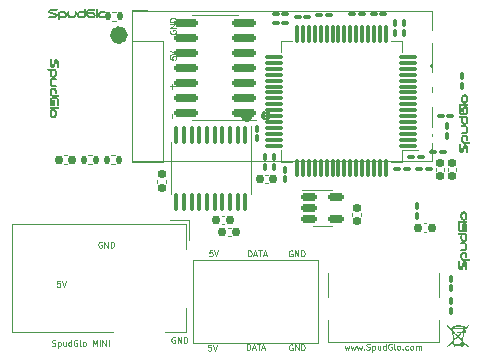
<source format=gto>
G04 #@! TF.GenerationSoftware,KiCad,Pcbnew,7.0.2-0*
G04 #@! TF.CreationDate,2023-04-23T22:33:31-05:00*
G04 #@! TF.ProjectId,spud_glo_mini,73707564-5f67-46c6-9f5f-6d696e692e6b,rev?*
G04 #@! TF.SameCoordinates,Original*
G04 #@! TF.FileFunction,Legend,Top*
G04 #@! TF.FilePolarity,Positive*
%FSLAX46Y46*%
G04 Gerber Fmt 4.6, Leading zero omitted, Abs format (unit mm)*
G04 Created by KiCad (PCBNEW 7.0.2-0) date 2023-04-23 22:33:31*
%MOMM*%
%LPD*%
G01*
G04 APERTURE LIST*
G04 Aperture macros list*
%AMRoundRect*
0 Rectangle with rounded corners*
0 $1 Rounding radius*
0 $2 $3 $4 $5 $6 $7 $8 $9 X,Y pos of 4 corners*
0 Add a 4 corners polygon primitive as box body*
4,1,4,$2,$3,$4,$5,$6,$7,$8,$9,$2,$3,0*
0 Add four circle primitives for the rounded corners*
1,1,$1+$1,$2,$3*
1,1,$1+$1,$4,$5*
1,1,$1+$1,$6,$7*
1,1,$1+$1,$8,$9*
0 Add four rect primitives between the rounded corners*
20,1,$1+$1,$2,$3,$4,$5,0*
20,1,$1+$1,$4,$5,$6,$7,0*
20,1,$1+$1,$6,$7,$8,$9,0*
20,1,$1+$1,$8,$9,$2,$3,0*%
G04 Aperture macros list end*
%ADD10C,0.125000*%
%ADD11C,0.482666*%
%ADD12C,0.120000*%
%ADD13C,0.746419*%
%ADD14C,0.439487*%
%ADD15C,0.200000*%
%ADD16C,0.150000*%
%ADD17RoundRect,0.100000X-0.100000X0.637500X-0.100000X-0.637500X0.100000X-0.637500X0.100000X0.637500X0*%
%ADD18R,1.500000X1.500000*%
%ADD19RoundRect,0.150000X0.825000X0.150000X-0.825000X0.150000X-0.825000X-0.150000X0.825000X-0.150000X0*%
%ADD20RoundRect,0.100000X0.100000X-0.217500X0.100000X0.217500X-0.100000X0.217500X-0.100000X-0.217500X0*%
%ADD21RoundRect,0.100000X-0.100000X0.217500X-0.100000X-0.217500X0.100000X-0.217500X0.100000X0.217500X0*%
%ADD22R,1.700000X1.700000*%
%ADD23C,1.700000*%
%ADD24RoundRect,0.155000X0.155000X-0.212500X0.155000X0.212500X-0.155000X0.212500X-0.155000X-0.212500X0*%
%ADD25RoundRect,0.155000X-0.155000X0.212500X-0.155000X-0.212500X0.155000X-0.212500X0.155000X0.212500X0*%
%ADD26C,2.100000*%
%ADD27R,3.000000X4.000000*%
%ADD28R,1.800000X4.400000*%
%ADD29O,1.800000X4.000000*%
%ADD30O,4.000000X1.800000*%
%ADD31RoundRect,0.155000X0.212500X0.155000X-0.212500X0.155000X-0.212500X-0.155000X0.212500X-0.155000X0*%
%ADD32RoundRect,0.100000X-0.217500X-0.100000X0.217500X-0.100000X0.217500X0.100000X-0.217500X0.100000X0*%
%ADD33RoundRect,0.155000X-0.212500X-0.155000X0.212500X-0.155000X0.212500X0.155000X-0.212500X0.155000X0*%
%ADD34RoundRect,0.075000X0.700000X0.075000X-0.700000X0.075000X-0.700000X-0.075000X0.700000X-0.075000X0*%
%ADD35RoundRect,0.075000X0.075000X0.700000X-0.075000X0.700000X-0.075000X-0.700000X0.075000X-0.700000X0*%
%ADD36R,1.000000X1.200000*%
%ADD37R,0.400000X0.470000*%
%ADD38R,1.700000X0.950000*%
%ADD39C,0.650000*%
%ADD40R,0.600000X1.450000*%
%ADD41R,0.300000X1.450000*%
%ADD42O,1.000000X2.100000*%
%ADD43O,1.000000X1.600000*%
%ADD44RoundRect,0.100000X0.217500X0.100000X-0.217500X0.100000X-0.217500X-0.100000X0.217500X-0.100000X0*%
%ADD45C,2.000000*%
%ADD46RoundRect,0.135000X0.135000X0.185000X-0.135000X0.185000X-0.135000X-0.185000X0.135000X-0.185000X0*%
%ADD47C,2.200000*%
%ADD48R,1.140000X0.575000*%
%ADD49RoundRect,0.135000X-0.135000X-0.185000X0.135000X-0.185000X0.135000X0.185000X-0.135000X0.185000X0*%
%ADD50RoundRect,0.150000X-0.512500X-0.150000X0.512500X-0.150000X0.512500X0.150000X-0.512500X0.150000X0*%
%ADD51R,0.625000X0.300000*%
%ADD52R,0.300000X0.625000*%
G04 APERTURE END LIST*
D10*
X163760952Y-120952619D02*
X163713333Y-120928809D01*
X163713333Y-120928809D02*
X163641904Y-120928809D01*
X163641904Y-120928809D02*
X163570476Y-120952619D01*
X163570476Y-120952619D02*
X163522857Y-121000238D01*
X163522857Y-121000238D02*
X163499047Y-121047857D01*
X163499047Y-121047857D02*
X163475238Y-121143095D01*
X163475238Y-121143095D02*
X163475238Y-121214523D01*
X163475238Y-121214523D02*
X163499047Y-121309761D01*
X163499047Y-121309761D02*
X163522857Y-121357380D01*
X163522857Y-121357380D02*
X163570476Y-121405000D01*
X163570476Y-121405000D02*
X163641904Y-121428809D01*
X163641904Y-121428809D02*
X163689523Y-121428809D01*
X163689523Y-121428809D02*
X163760952Y-121405000D01*
X163760952Y-121405000D02*
X163784761Y-121381190D01*
X163784761Y-121381190D02*
X163784761Y-121214523D01*
X163784761Y-121214523D02*
X163689523Y-121214523D01*
X163999047Y-121428809D02*
X163999047Y-120928809D01*
X163999047Y-120928809D02*
X164284761Y-121428809D01*
X164284761Y-121428809D02*
X164284761Y-120928809D01*
X164522857Y-121428809D02*
X164522857Y-120928809D01*
X164522857Y-120928809D02*
X164641905Y-120928809D01*
X164641905Y-120928809D02*
X164713333Y-120952619D01*
X164713333Y-120952619D02*
X164760952Y-121000238D01*
X164760952Y-121000238D02*
X164784762Y-121047857D01*
X164784762Y-121047857D02*
X164808571Y-121143095D01*
X164808571Y-121143095D02*
X164808571Y-121214523D01*
X164808571Y-121214523D02*
X164784762Y-121309761D01*
X164784762Y-121309761D02*
X164760952Y-121357380D01*
X164760952Y-121357380D02*
X164713333Y-121405000D01*
X164713333Y-121405000D02*
X164641905Y-121428809D01*
X164641905Y-121428809D02*
X164522857Y-121428809D01*
X160029047Y-121428809D02*
X160029047Y-120928809D01*
X160029047Y-120928809D02*
X160148095Y-120928809D01*
X160148095Y-120928809D02*
X160219523Y-120952619D01*
X160219523Y-120952619D02*
X160267142Y-121000238D01*
X160267142Y-121000238D02*
X160290952Y-121047857D01*
X160290952Y-121047857D02*
X160314761Y-121143095D01*
X160314761Y-121143095D02*
X160314761Y-121214523D01*
X160314761Y-121214523D02*
X160290952Y-121309761D01*
X160290952Y-121309761D02*
X160267142Y-121357380D01*
X160267142Y-121357380D02*
X160219523Y-121405000D01*
X160219523Y-121405000D02*
X160148095Y-121428809D01*
X160148095Y-121428809D02*
X160029047Y-121428809D01*
X160505238Y-121285952D02*
X160743333Y-121285952D01*
X160457619Y-121428809D02*
X160624285Y-120928809D01*
X160624285Y-120928809D02*
X160790952Y-121428809D01*
X160886190Y-120928809D02*
X161171904Y-120928809D01*
X161029047Y-121428809D02*
X161029047Y-120928809D01*
X161314761Y-121285952D02*
X161552856Y-121285952D01*
X161267142Y-121428809D02*
X161433808Y-120928809D01*
X161433808Y-120928809D02*
X161600475Y-121428809D01*
X157007142Y-120908809D02*
X156769047Y-120908809D01*
X156769047Y-120908809D02*
X156745238Y-121146904D01*
X156745238Y-121146904D02*
X156769047Y-121123095D01*
X156769047Y-121123095D02*
X156816666Y-121099285D01*
X156816666Y-121099285D02*
X156935714Y-121099285D01*
X156935714Y-121099285D02*
X156983333Y-121123095D01*
X156983333Y-121123095D02*
X157007142Y-121146904D01*
X157007142Y-121146904D02*
X157030952Y-121194523D01*
X157030952Y-121194523D02*
X157030952Y-121313571D01*
X157030952Y-121313571D02*
X157007142Y-121361190D01*
X157007142Y-121361190D02*
X156983333Y-121385000D01*
X156983333Y-121385000D02*
X156935714Y-121408809D01*
X156935714Y-121408809D02*
X156816666Y-121408809D01*
X156816666Y-121408809D02*
X156769047Y-121385000D01*
X156769047Y-121385000D02*
X156745238Y-121361190D01*
X157173809Y-120908809D02*
X157340475Y-121408809D01*
X157340475Y-121408809D02*
X157507142Y-120908809D01*
X168211428Y-128995476D02*
X168306666Y-129328809D01*
X168306666Y-129328809D02*
X168401904Y-129090714D01*
X168401904Y-129090714D02*
X168497142Y-129328809D01*
X168497142Y-129328809D02*
X168592380Y-128995476D01*
X168735238Y-128995476D02*
X168830476Y-129328809D01*
X168830476Y-129328809D02*
X168925714Y-129090714D01*
X168925714Y-129090714D02*
X169020952Y-129328809D01*
X169020952Y-129328809D02*
X169116190Y-128995476D01*
X169259048Y-128995476D02*
X169354286Y-129328809D01*
X169354286Y-129328809D02*
X169449524Y-129090714D01*
X169449524Y-129090714D02*
X169544762Y-129328809D01*
X169544762Y-129328809D02*
X169640000Y-128995476D01*
X169830477Y-129281190D02*
X169854287Y-129305000D01*
X169854287Y-129305000D02*
X169830477Y-129328809D01*
X169830477Y-129328809D02*
X169806668Y-129305000D01*
X169806668Y-129305000D02*
X169830477Y-129281190D01*
X169830477Y-129281190D02*
X169830477Y-129328809D01*
X170044763Y-129305000D02*
X170116191Y-129328809D01*
X170116191Y-129328809D02*
X170235239Y-129328809D01*
X170235239Y-129328809D02*
X170282858Y-129305000D01*
X170282858Y-129305000D02*
X170306667Y-129281190D01*
X170306667Y-129281190D02*
X170330477Y-129233571D01*
X170330477Y-129233571D02*
X170330477Y-129185952D01*
X170330477Y-129185952D02*
X170306667Y-129138333D01*
X170306667Y-129138333D02*
X170282858Y-129114523D01*
X170282858Y-129114523D02*
X170235239Y-129090714D01*
X170235239Y-129090714D02*
X170140001Y-129066904D01*
X170140001Y-129066904D02*
X170092382Y-129043095D01*
X170092382Y-129043095D02*
X170068572Y-129019285D01*
X170068572Y-129019285D02*
X170044763Y-128971666D01*
X170044763Y-128971666D02*
X170044763Y-128924047D01*
X170044763Y-128924047D02*
X170068572Y-128876428D01*
X170068572Y-128876428D02*
X170092382Y-128852619D01*
X170092382Y-128852619D02*
X170140001Y-128828809D01*
X170140001Y-128828809D02*
X170259048Y-128828809D01*
X170259048Y-128828809D02*
X170330477Y-128852619D01*
X170544762Y-128995476D02*
X170544762Y-129495476D01*
X170544762Y-129019285D02*
X170592381Y-128995476D01*
X170592381Y-128995476D02*
X170687619Y-128995476D01*
X170687619Y-128995476D02*
X170735238Y-129019285D01*
X170735238Y-129019285D02*
X170759048Y-129043095D01*
X170759048Y-129043095D02*
X170782857Y-129090714D01*
X170782857Y-129090714D02*
X170782857Y-129233571D01*
X170782857Y-129233571D02*
X170759048Y-129281190D01*
X170759048Y-129281190D02*
X170735238Y-129305000D01*
X170735238Y-129305000D02*
X170687619Y-129328809D01*
X170687619Y-129328809D02*
X170592381Y-129328809D01*
X170592381Y-129328809D02*
X170544762Y-129305000D01*
X171211429Y-128995476D02*
X171211429Y-129328809D01*
X170997143Y-128995476D02*
X170997143Y-129257380D01*
X170997143Y-129257380D02*
X171020953Y-129305000D01*
X171020953Y-129305000D02*
X171068572Y-129328809D01*
X171068572Y-129328809D02*
X171140000Y-129328809D01*
X171140000Y-129328809D02*
X171187619Y-129305000D01*
X171187619Y-129305000D02*
X171211429Y-129281190D01*
X171663810Y-129328809D02*
X171663810Y-128828809D01*
X171663810Y-129305000D02*
X171616191Y-129328809D01*
X171616191Y-129328809D02*
X171520953Y-129328809D01*
X171520953Y-129328809D02*
X171473334Y-129305000D01*
X171473334Y-129305000D02*
X171449524Y-129281190D01*
X171449524Y-129281190D02*
X171425715Y-129233571D01*
X171425715Y-129233571D02*
X171425715Y-129090714D01*
X171425715Y-129090714D02*
X171449524Y-129043095D01*
X171449524Y-129043095D02*
X171473334Y-129019285D01*
X171473334Y-129019285D02*
X171520953Y-128995476D01*
X171520953Y-128995476D02*
X171616191Y-128995476D01*
X171616191Y-128995476D02*
X171663810Y-129019285D01*
X172163810Y-128852619D02*
X172116191Y-128828809D01*
X172116191Y-128828809D02*
X172044762Y-128828809D01*
X172044762Y-128828809D02*
X171973334Y-128852619D01*
X171973334Y-128852619D02*
X171925715Y-128900238D01*
X171925715Y-128900238D02*
X171901905Y-128947857D01*
X171901905Y-128947857D02*
X171878096Y-129043095D01*
X171878096Y-129043095D02*
X171878096Y-129114523D01*
X171878096Y-129114523D02*
X171901905Y-129209761D01*
X171901905Y-129209761D02*
X171925715Y-129257380D01*
X171925715Y-129257380D02*
X171973334Y-129305000D01*
X171973334Y-129305000D02*
X172044762Y-129328809D01*
X172044762Y-129328809D02*
X172092381Y-129328809D01*
X172092381Y-129328809D02*
X172163810Y-129305000D01*
X172163810Y-129305000D02*
X172187619Y-129281190D01*
X172187619Y-129281190D02*
X172187619Y-129114523D01*
X172187619Y-129114523D02*
X172092381Y-129114523D01*
X172473334Y-129328809D02*
X172425715Y-129305000D01*
X172425715Y-129305000D02*
X172401905Y-129257380D01*
X172401905Y-129257380D02*
X172401905Y-128828809D01*
X172735239Y-129328809D02*
X172687620Y-129305000D01*
X172687620Y-129305000D02*
X172663810Y-129281190D01*
X172663810Y-129281190D02*
X172640001Y-129233571D01*
X172640001Y-129233571D02*
X172640001Y-129090714D01*
X172640001Y-129090714D02*
X172663810Y-129043095D01*
X172663810Y-129043095D02*
X172687620Y-129019285D01*
X172687620Y-129019285D02*
X172735239Y-128995476D01*
X172735239Y-128995476D02*
X172806667Y-128995476D01*
X172806667Y-128995476D02*
X172854286Y-129019285D01*
X172854286Y-129019285D02*
X172878096Y-129043095D01*
X172878096Y-129043095D02*
X172901905Y-129090714D01*
X172901905Y-129090714D02*
X172901905Y-129233571D01*
X172901905Y-129233571D02*
X172878096Y-129281190D01*
X172878096Y-129281190D02*
X172854286Y-129305000D01*
X172854286Y-129305000D02*
X172806667Y-129328809D01*
X172806667Y-129328809D02*
X172735239Y-129328809D01*
X173116191Y-129281190D02*
X173140001Y-129305000D01*
X173140001Y-129305000D02*
X173116191Y-129328809D01*
X173116191Y-129328809D02*
X173092382Y-129305000D01*
X173092382Y-129305000D02*
X173116191Y-129281190D01*
X173116191Y-129281190D02*
X173116191Y-129328809D01*
X173568572Y-129305000D02*
X173520953Y-129328809D01*
X173520953Y-129328809D02*
X173425715Y-129328809D01*
X173425715Y-129328809D02*
X173378096Y-129305000D01*
X173378096Y-129305000D02*
X173354286Y-129281190D01*
X173354286Y-129281190D02*
X173330477Y-129233571D01*
X173330477Y-129233571D02*
X173330477Y-129090714D01*
X173330477Y-129090714D02*
X173354286Y-129043095D01*
X173354286Y-129043095D02*
X173378096Y-129019285D01*
X173378096Y-129019285D02*
X173425715Y-128995476D01*
X173425715Y-128995476D02*
X173520953Y-128995476D01*
X173520953Y-128995476D02*
X173568572Y-129019285D01*
X173854286Y-129328809D02*
X173806667Y-129305000D01*
X173806667Y-129305000D02*
X173782857Y-129281190D01*
X173782857Y-129281190D02*
X173759048Y-129233571D01*
X173759048Y-129233571D02*
X173759048Y-129090714D01*
X173759048Y-129090714D02*
X173782857Y-129043095D01*
X173782857Y-129043095D02*
X173806667Y-129019285D01*
X173806667Y-129019285D02*
X173854286Y-128995476D01*
X173854286Y-128995476D02*
X173925714Y-128995476D01*
X173925714Y-128995476D02*
X173973333Y-129019285D01*
X173973333Y-129019285D02*
X173997143Y-129043095D01*
X173997143Y-129043095D02*
X174020952Y-129090714D01*
X174020952Y-129090714D02*
X174020952Y-129233571D01*
X174020952Y-129233571D02*
X173997143Y-129281190D01*
X173997143Y-129281190D02*
X173973333Y-129305000D01*
X173973333Y-129305000D02*
X173925714Y-129328809D01*
X173925714Y-129328809D02*
X173854286Y-129328809D01*
X174235238Y-129328809D02*
X174235238Y-128995476D01*
X174235238Y-129043095D02*
X174259048Y-129019285D01*
X174259048Y-129019285D02*
X174306667Y-128995476D01*
X174306667Y-128995476D02*
X174378095Y-128995476D01*
X174378095Y-128995476D02*
X174425714Y-129019285D01*
X174425714Y-129019285D02*
X174449524Y-129066904D01*
X174449524Y-129066904D02*
X174449524Y-129328809D01*
X174449524Y-129066904D02*
X174473333Y-129019285D01*
X174473333Y-129019285D02*
X174520952Y-128995476D01*
X174520952Y-128995476D02*
X174592381Y-128995476D01*
X174592381Y-128995476D02*
X174640000Y-129019285D01*
X174640000Y-129019285D02*
X174663810Y-129066904D01*
X174663810Y-129066904D02*
X174663810Y-129328809D01*
X159909047Y-129348809D02*
X159909047Y-128848809D01*
X159909047Y-128848809D02*
X160028095Y-128848809D01*
X160028095Y-128848809D02*
X160099523Y-128872619D01*
X160099523Y-128872619D02*
X160147142Y-128920238D01*
X160147142Y-128920238D02*
X160170952Y-128967857D01*
X160170952Y-128967857D02*
X160194761Y-129063095D01*
X160194761Y-129063095D02*
X160194761Y-129134523D01*
X160194761Y-129134523D02*
X160170952Y-129229761D01*
X160170952Y-129229761D02*
X160147142Y-129277380D01*
X160147142Y-129277380D02*
X160099523Y-129325000D01*
X160099523Y-129325000D02*
X160028095Y-129348809D01*
X160028095Y-129348809D02*
X159909047Y-129348809D01*
X160385238Y-129205952D02*
X160623333Y-129205952D01*
X160337619Y-129348809D02*
X160504285Y-128848809D01*
X160504285Y-128848809D02*
X160670952Y-129348809D01*
X160766190Y-128848809D02*
X161051904Y-128848809D01*
X160909047Y-129348809D02*
X160909047Y-128848809D01*
X161194761Y-129205952D02*
X161432856Y-129205952D01*
X161147142Y-129348809D02*
X161313808Y-128848809D01*
X161313808Y-128848809D02*
X161480475Y-129348809D01*
X144107142Y-123508809D02*
X143869047Y-123508809D01*
X143869047Y-123508809D02*
X143845238Y-123746904D01*
X143845238Y-123746904D02*
X143869047Y-123723095D01*
X143869047Y-123723095D02*
X143916666Y-123699285D01*
X143916666Y-123699285D02*
X144035714Y-123699285D01*
X144035714Y-123699285D02*
X144083333Y-123723095D01*
X144083333Y-123723095D02*
X144107142Y-123746904D01*
X144107142Y-123746904D02*
X144130952Y-123794523D01*
X144130952Y-123794523D02*
X144130952Y-123913571D01*
X144130952Y-123913571D02*
X144107142Y-123961190D01*
X144107142Y-123961190D02*
X144083333Y-123985000D01*
X144083333Y-123985000D02*
X144035714Y-124008809D01*
X144035714Y-124008809D02*
X143916666Y-124008809D01*
X143916666Y-124008809D02*
X143869047Y-123985000D01*
X143869047Y-123985000D02*
X143845238Y-123961190D01*
X144273809Y-123508809D02*
X144440475Y-124008809D01*
X144440475Y-124008809D02*
X144607142Y-123508809D01*
X147620952Y-120202619D02*
X147573333Y-120178809D01*
X147573333Y-120178809D02*
X147501904Y-120178809D01*
X147501904Y-120178809D02*
X147430476Y-120202619D01*
X147430476Y-120202619D02*
X147382857Y-120250238D01*
X147382857Y-120250238D02*
X147359047Y-120297857D01*
X147359047Y-120297857D02*
X147335238Y-120393095D01*
X147335238Y-120393095D02*
X147335238Y-120464523D01*
X147335238Y-120464523D02*
X147359047Y-120559761D01*
X147359047Y-120559761D02*
X147382857Y-120607380D01*
X147382857Y-120607380D02*
X147430476Y-120655000D01*
X147430476Y-120655000D02*
X147501904Y-120678809D01*
X147501904Y-120678809D02*
X147549523Y-120678809D01*
X147549523Y-120678809D02*
X147620952Y-120655000D01*
X147620952Y-120655000D02*
X147644761Y-120631190D01*
X147644761Y-120631190D02*
X147644761Y-120464523D01*
X147644761Y-120464523D02*
X147549523Y-120464523D01*
X147859047Y-120678809D02*
X147859047Y-120178809D01*
X147859047Y-120178809D02*
X148144761Y-120678809D01*
X148144761Y-120678809D02*
X148144761Y-120178809D01*
X148382857Y-120678809D02*
X148382857Y-120178809D01*
X148382857Y-120178809D02*
X148501905Y-120178809D01*
X148501905Y-120178809D02*
X148573333Y-120202619D01*
X148573333Y-120202619D02*
X148620952Y-120250238D01*
X148620952Y-120250238D02*
X148644762Y-120297857D01*
X148644762Y-120297857D02*
X148668571Y-120393095D01*
X148668571Y-120393095D02*
X148668571Y-120464523D01*
X148668571Y-120464523D02*
X148644762Y-120559761D01*
X148644762Y-120559761D02*
X148620952Y-120607380D01*
X148620952Y-120607380D02*
X148573333Y-120655000D01*
X148573333Y-120655000D02*
X148501905Y-120678809D01*
X148501905Y-120678809D02*
X148382857Y-120678809D01*
X156867142Y-128898809D02*
X156629047Y-128898809D01*
X156629047Y-128898809D02*
X156605238Y-129136904D01*
X156605238Y-129136904D02*
X156629047Y-129113095D01*
X156629047Y-129113095D02*
X156676666Y-129089285D01*
X156676666Y-129089285D02*
X156795714Y-129089285D01*
X156795714Y-129089285D02*
X156843333Y-129113095D01*
X156843333Y-129113095D02*
X156867142Y-129136904D01*
X156867142Y-129136904D02*
X156890952Y-129184523D01*
X156890952Y-129184523D02*
X156890952Y-129303571D01*
X156890952Y-129303571D02*
X156867142Y-129351190D01*
X156867142Y-129351190D02*
X156843333Y-129375000D01*
X156843333Y-129375000D02*
X156795714Y-129398809D01*
X156795714Y-129398809D02*
X156676666Y-129398809D01*
X156676666Y-129398809D02*
X156629047Y-129375000D01*
X156629047Y-129375000D02*
X156605238Y-129351190D01*
X157033809Y-128898809D02*
X157200475Y-129398809D01*
X157200475Y-129398809D02*
X157367142Y-128898809D01*
X153820952Y-128282619D02*
X153773333Y-128258809D01*
X153773333Y-128258809D02*
X153701904Y-128258809D01*
X153701904Y-128258809D02*
X153630476Y-128282619D01*
X153630476Y-128282619D02*
X153582857Y-128330238D01*
X153582857Y-128330238D02*
X153559047Y-128377857D01*
X153559047Y-128377857D02*
X153535238Y-128473095D01*
X153535238Y-128473095D02*
X153535238Y-128544523D01*
X153535238Y-128544523D02*
X153559047Y-128639761D01*
X153559047Y-128639761D02*
X153582857Y-128687380D01*
X153582857Y-128687380D02*
X153630476Y-128735000D01*
X153630476Y-128735000D02*
X153701904Y-128758809D01*
X153701904Y-128758809D02*
X153749523Y-128758809D01*
X153749523Y-128758809D02*
X153820952Y-128735000D01*
X153820952Y-128735000D02*
X153844761Y-128711190D01*
X153844761Y-128711190D02*
X153844761Y-128544523D01*
X153844761Y-128544523D02*
X153749523Y-128544523D01*
X154059047Y-128758809D02*
X154059047Y-128258809D01*
X154059047Y-128258809D02*
X154344761Y-128758809D01*
X154344761Y-128758809D02*
X154344761Y-128258809D01*
X154582857Y-128758809D02*
X154582857Y-128258809D01*
X154582857Y-128258809D02*
X154701905Y-128258809D01*
X154701905Y-128258809D02*
X154773333Y-128282619D01*
X154773333Y-128282619D02*
X154820952Y-128330238D01*
X154820952Y-128330238D02*
X154844762Y-128377857D01*
X154844762Y-128377857D02*
X154868571Y-128473095D01*
X154868571Y-128473095D02*
X154868571Y-128544523D01*
X154868571Y-128544523D02*
X154844762Y-128639761D01*
X154844762Y-128639761D02*
X154820952Y-128687380D01*
X154820952Y-128687380D02*
X154773333Y-128735000D01*
X154773333Y-128735000D02*
X154701905Y-128758809D01*
X154701905Y-128758809D02*
X154582857Y-128758809D01*
X163770952Y-128912619D02*
X163723333Y-128888809D01*
X163723333Y-128888809D02*
X163651904Y-128888809D01*
X163651904Y-128888809D02*
X163580476Y-128912619D01*
X163580476Y-128912619D02*
X163532857Y-128960238D01*
X163532857Y-128960238D02*
X163509047Y-129007857D01*
X163509047Y-129007857D02*
X163485238Y-129103095D01*
X163485238Y-129103095D02*
X163485238Y-129174523D01*
X163485238Y-129174523D02*
X163509047Y-129269761D01*
X163509047Y-129269761D02*
X163532857Y-129317380D01*
X163532857Y-129317380D02*
X163580476Y-129365000D01*
X163580476Y-129365000D02*
X163651904Y-129388809D01*
X163651904Y-129388809D02*
X163699523Y-129388809D01*
X163699523Y-129388809D02*
X163770952Y-129365000D01*
X163770952Y-129365000D02*
X163794761Y-129341190D01*
X163794761Y-129341190D02*
X163794761Y-129174523D01*
X163794761Y-129174523D02*
X163699523Y-129174523D01*
X164009047Y-129388809D02*
X164009047Y-128888809D01*
X164009047Y-128888809D02*
X164294761Y-129388809D01*
X164294761Y-129388809D02*
X164294761Y-128888809D01*
X164532857Y-129388809D02*
X164532857Y-128888809D01*
X164532857Y-128888809D02*
X164651905Y-128888809D01*
X164651905Y-128888809D02*
X164723333Y-128912619D01*
X164723333Y-128912619D02*
X164770952Y-128960238D01*
X164770952Y-128960238D02*
X164794762Y-129007857D01*
X164794762Y-129007857D02*
X164818571Y-129103095D01*
X164818571Y-129103095D02*
X164818571Y-129174523D01*
X164818571Y-129174523D02*
X164794762Y-129269761D01*
X164794762Y-129269761D02*
X164770952Y-129317380D01*
X164770952Y-129317380D02*
X164723333Y-129365000D01*
X164723333Y-129365000D02*
X164651905Y-129388809D01*
X164651905Y-129388809D02*
X164532857Y-129388809D01*
X143425238Y-128987500D02*
X143496666Y-129011309D01*
X143496666Y-129011309D02*
X143615714Y-129011309D01*
X143615714Y-129011309D02*
X143663333Y-128987500D01*
X143663333Y-128987500D02*
X143687142Y-128963690D01*
X143687142Y-128963690D02*
X143710952Y-128916071D01*
X143710952Y-128916071D02*
X143710952Y-128868452D01*
X143710952Y-128868452D02*
X143687142Y-128820833D01*
X143687142Y-128820833D02*
X143663333Y-128797023D01*
X143663333Y-128797023D02*
X143615714Y-128773214D01*
X143615714Y-128773214D02*
X143520476Y-128749404D01*
X143520476Y-128749404D02*
X143472857Y-128725595D01*
X143472857Y-128725595D02*
X143449047Y-128701785D01*
X143449047Y-128701785D02*
X143425238Y-128654166D01*
X143425238Y-128654166D02*
X143425238Y-128606547D01*
X143425238Y-128606547D02*
X143449047Y-128558928D01*
X143449047Y-128558928D02*
X143472857Y-128535119D01*
X143472857Y-128535119D02*
X143520476Y-128511309D01*
X143520476Y-128511309D02*
X143639523Y-128511309D01*
X143639523Y-128511309D02*
X143710952Y-128535119D01*
X143925237Y-128677976D02*
X143925237Y-129177976D01*
X143925237Y-128701785D02*
X143972856Y-128677976D01*
X143972856Y-128677976D02*
X144068094Y-128677976D01*
X144068094Y-128677976D02*
X144115713Y-128701785D01*
X144115713Y-128701785D02*
X144139523Y-128725595D01*
X144139523Y-128725595D02*
X144163332Y-128773214D01*
X144163332Y-128773214D02*
X144163332Y-128916071D01*
X144163332Y-128916071D02*
X144139523Y-128963690D01*
X144139523Y-128963690D02*
X144115713Y-128987500D01*
X144115713Y-128987500D02*
X144068094Y-129011309D01*
X144068094Y-129011309D02*
X143972856Y-129011309D01*
X143972856Y-129011309D02*
X143925237Y-128987500D01*
X144591904Y-128677976D02*
X144591904Y-129011309D01*
X144377618Y-128677976D02*
X144377618Y-128939880D01*
X144377618Y-128939880D02*
X144401428Y-128987500D01*
X144401428Y-128987500D02*
X144449047Y-129011309D01*
X144449047Y-129011309D02*
X144520475Y-129011309D01*
X144520475Y-129011309D02*
X144568094Y-128987500D01*
X144568094Y-128987500D02*
X144591904Y-128963690D01*
X145044285Y-129011309D02*
X145044285Y-128511309D01*
X145044285Y-128987500D02*
X144996666Y-129011309D01*
X144996666Y-129011309D02*
X144901428Y-129011309D01*
X144901428Y-129011309D02*
X144853809Y-128987500D01*
X144853809Y-128987500D02*
X144829999Y-128963690D01*
X144829999Y-128963690D02*
X144806190Y-128916071D01*
X144806190Y-128916071D02*
X144806190Y-128773214D01*
X144806190Y-128773214D02*
X144829999Y-128725595D01*
X144829999Y-128725595D02*
X144853809Y-128701785D01*
X144853809Y-128701785D02*
X144901428Y-128677976D01*
X144901428Y-128677976D02*
X144996666Y-128677976D01*
X144996666Y-128677976D02*
X145044285Y-128701785D01*
X145544285Y-128535119D02*
X145496666Y-128511309D01*
X145496666Y-128511309D02*
X145425237Y-128511309D01*
X145425237Y-128511309D02*
X145353809Y-128535119D01*
X145353809Y-128535119D02*
X145306190Y-128582738D01*
X145306190Y-128582738D02*
X145282380Y-128630357D01*
X145282380Y-128630357D02*
X145258571Y-128725595D01*
X145258571Y-128725595D02*
X145258571Y-128797023D01*
X145258571Y-128797023D02*
X145282380Y-128892261D01*
X145282380Y-128892261D02*
X145306190Y-128939880D01*
X145306190Y-128939880D02*
X145353809Y-128987500D01*
X145353809Y-128987500D02*
X145425237Y-129011309D01*
X145425237Y-129011309D02*
X145472856Y-129011309D01*
X145472856Y-129011309D02*
X145544285Y-128987500D01*
X145544285Y-128987500D02*
X145568094Y-128963690D01*
X145568094Y-128963690D02*
X145568094Y-128797023D01*
X145568094Y-128797023D02*
X145472856Y-128797023D01*
X145853809Y-129011309D02*
X145806190Y-128987500D01*
X145806190Y-128987500D02*
X145782380Y-128939880D01*
X145782380Y-128939880D02*
X145782380Y-128511309D01*
X146115714Y-129011309D02*
X146068095Y-128987500D01*
X146068095Y-128987500D02*
X146044285Y-128963690D01*
X146044285Y-128963690D02*
X146020476Y-128916071D01*
X146020476Y-128916071D02*
X146020476Y-128773214D01*
X146020476Y-128773214D02*
X146044285Y-128725595D01*
X146044285Y-128725595D02*
X146068095Y-128701785D01*
X146068095Y-128701785D02*
X146115714Y-128677976D01*
X146115714Y-128677976D02*
X146187142Y-128677976D01*
X146187142Y-128677976D02*
X146234761Y-128701785D01*
X146234761Y-128701785D02*
X146258571Y-128725595D01*
X146258571Y-128725595D02*
X146282380Y-128773214D01*
X146282380Y-128773214D02*
X146282380Y-128916071D01*
X146282380Y-128916071D02*
X146258571Y-128963690D01*
X146258571Y-128963690D02*
X146234761Y-128987500D01*
X146234761Y-128987500D02*
X146187142Y-129011309D01*
X146187142Y-129011309D02*
X146115714Y-129011309D01*
X146877618Y-129011309D02*
X146877618Y-128511309D01*
X146877618Y-128511309D02*
X147044285Y-128868452D01*
X147044285Y-128868452D02*
X147210951Y-128511309D01*
X147210951Y-128511309D02*
X147210951Y-129011309D01*
X147449047Y-129011309D02*
X147449047Y-128511309D01*
X147687142Y-129011309D02*
X147687142Y-128511309D01*
X147687142Y-128511309D02*
X147972856Y-129011309D01*
X147972856Y-129011309D02*
X147972856Y-128511309D01*
X148210952Y-129011309D02*
X148210952Y-128511309D01*
X153435119Y-102310951D02*
X153411309Y-102358570D01*
X153411309Y-102358570D02*
X153411309Y-102429999D01*
X153411309Y-102429999D02*
X153435119Y-102501427D01*
X153435119Y-102501427D02*
X153482738Y-102549046D01*
X153482738Y-102549046D02*
X153530357Y-102572856D01*
X153530357Y-102572856D02*
X153625595Y-102596665D01*
X153625595Y-102596665D02*
X153697023Y-102596665D01*
X153697023Y-102596665D02*
X153792261Y-102572856D01*
X153792261Y-102572856D02*
X153839880Y-102549046D01*
X153839880Y-102549046D02*
X153887500Y-102501427D01*
X153887500Y-102501427D02*
X153911309Y-102429999D01*
X153911309Y-102429999D02*
X153911309Y-102382380D01*
X153911309Y-102382380D02*
X153887500Y-102310951D01*
X153887500Y-102310951D02*
X153863690Y-102287142D01*
X153863690Y-102287142D02*
X153697023Y-102287142D01*
X153697023Y-102287142D02*
X153697023Y-102382380D01*
X153911309Y-102072856D02*
X153411309Y-102072856D01*
X153411309Y-102072856D02*
X153911309Y-101787142D01*
X153911309Y-101787142D02*
X153411309Y-101787142D01*
X153911309Y-101549046D02*
X153411309Y-101549046D01*
X153411309Y-101549046D02*
X153411309Y-101429998D01*
X153411309Y-101429998D02*
X153435119Y-101358570D01*
X153435119Y-101358570D02*
X153482738Y-101310951D01*
X153482738Y-101310951D02*
X153530357Y-101287141D01*
X153530357Y-101287141D02*
X153625595Y-101263332D01*
X153625595Y-101263332D02*
X153697023Y-101263332D01*
X153697023Y-101263332D02*
X153792261Y-101287141D01*
X153792261Y-101287141D02*
X153839880Y-101310951D01*
X153839880Y-101310951D02*
X153887500Y-101358570D01*
X153887500Y-101358570D02*
X153911309Y-101429998D01*
X153911309Y-101429998D02*
X153911309Y-101549046D01*
X153620835Y-109720477D02*
X153620835Y-109339525D01*
X153620835Y-107220477D02*
X153620835Y-106839525D01*
X153811311Y-107030001D02*
X153430359Y-107030001D01*
X153411309Y-104505237D02*
X153411309Y-104743332D01*
X153411309Y-104743332D02*
X153649404Y-104767141D01*
X153649404Y-104767141D02*
X153625595Y-104743332D01*
X153625595Y-104743332D02*
X153601785Y-104695713D01*
X153601785Y-104695713D02*
X153601785Y-104576665D01*
X153601785Y-104576665D02*
X153625595Y-104529046D01*
X153625595Y-104529046D02*
X153649404Y-104505237D01*
X153649404Y-104505237D02*
X153697023Y-104481427D01*
X153697023Y-104481427D02*
X153816071Y-104481427D01*
X153816071Y-104481427D02*
X153863690Y-104505237D01*
X153863690Y-104505237D02*
X153887500Y-104529046D01*
X153887500Y-104529046D02*
X153911309Y-104576665D01*
X153911309Y-104576665D02*
X153911309Y-104695713D01*
X153911309Y-104695713D02*
X153887500Y-104743332D01*
X153887500Y-104743332D02*
X153863690Y-104767141D01*
X153411309Y-104338570D02*
X153911309Y-104171904D01*
X153911309Y-104171904D02*
X153411309Y-104005237D01*
D11*
X160151333Y-109570000D02*
G75*
G03*
X160151333Y-109570000I-241333J0D01*
G01*
D12*
X160245000Y-113980000D02*
X160245000Y-110380000D01*
X160245000Y-113980000D02*
X160245000Y-116180000D01*
X153475000Y-113980000D02*
X153475000Y-111780000D01*
X153475000Y-113980000D02*
X153475000Y-116180000D01*
D13*
X149453209Y-102690000D02*
G75*
G03*
X149453209Y-102690000I-373209J0D01*
G01*
D14*
X161739743Y-109510000D02*
G75*
G03*
X161739743Y-109510000I-219743J0D01*
G01*
D12*
X157200000Y-109895000D02*
X160650000Y-109895000D01*
X157200000Y-109895000D02*
X155250000Y-109895000D01*
X157200000Y-101025000D02*
X159150000Y-101025000D01*
X157200000Y-101025000D02*
X155250000Y-101025000D01*
G36*
X143573520Y-108748055D02*
G01*
X143630636Y-108748210D01*
X143964330Y-108749282D01*
X143979425Y-108759095D01*
X143992378Y-108770313D01*
X144003849Y-108785271D01*
X144005266Y-108787647D01*
X144013669Y-108808454D01*
X144016648Y-108830745D01*
X144014591Y-108853137D01*
X144007881Y-108874245D01*
X143996904Y-108892684D01*
X143982047Y-108907072D01*
X143970140Y-108913745D01*
X143967140Y-108914619D01*
X143962277Y-108915391D01*
X143955138Y-108916065D01*
X143945307Y-108916648D01*
X143932370Y-108917146D01*
X143915913Y-108917565D01*
X143895520Y-108917911D01*
X143870778Y-108918190D01*
X143841273Y-108918409D01*
X143806588Y-108918573D01*
X143766311Y-108918689D01*
X143720027Y-108918762D01*
X143667320Y-108918799D01*
X143624732Y-108918806D01*
X143567484Y-108918811D01*
X143516929Y-108918809D01*
X143472622Y-108918778D01*
X143434121Y-108918693D01*
X143400980Y-108918530D01*
X143372754Y-108918266D01*
X143349000Y-108917877D01*
X143329274Y-108917338D01*
X143313130Y-108916627D01*
X143300124Y-108915719D01*
X143289812Y-108914590D01*
X143281750Y-108913216D01*
X143275493Y-108911575D01*
X143270596Y-108909641D01*
X143266616Y-108907392D01*
X143263108Y-108904802D01*
X143259628Y-108901850D01*
X143256381Y-108899054D01*
X143243735Y-108883989D01*
X143235245Y-108864518D01*
X143231219Y-108842249D01*
X143231965Y-108818790D01*
X143236994Y-108797922D01*
X143244876Y-108783008D01*
X143256841Y-108768776D01*
X143270803Y-108757314D01*
X143283968Y-108750907D01*
X143289813Y-108750180D01*
X143302041Y-108749558D01*
X143320738Y-108749038D01*
X143345989Y-108748621D01*
X143377878Y-108748307D01*
X143416491Y-108748093D01*
X143461912Y-108747981D01*
X143514227Y-108747968D01*
X143573520Y-108748055D01*
G37*
G36*
X143511017Y-108937837D02*
G01*
X143549594Y-108938158D01*
X143588914Y-108942999D01*
X143624854Y-108952523D01*
X143651252Y-108963314D01*
X143688226Y-108983856D01*
X143719968Y-109008100D01*
X143746879Y-109036564D01*
X143769361Y-109069768D01*
X143787814Y-109108231D01*
X143802639Y-109152472D01*
X143805433Y-109162955D01*
X143807276Y-109170620D01*
X143808777Y-109178311D01*
X143809972Y-109186833D01*
X143810894Y-109196991D01*
X143811579Y-109209588D01*
X143812061Y-109225430D01*
X143812375Y-109245321D01*
X143812555Y-109270066D01*
X143812635Y-109300467D01*
X143812651Y-109330968D01*
X143812651Y-109470750D01*
X143801785Y-109509735D01*
X143786657Y-109554676D01*
X143767820Y-109593743D01*
X143744945Y-109627347D01*
X143717705Y-109655900D01*
X143685770Y-109679815D01*
X143651480Y-109698295D01*
X143634501Y-109705228D01*
X143615603Y-109711674D01*
X143599596Y-109716056D01*
X143580791Y-109719031D01*
X143557064Y-109720946D01*
X143530552Y-109721797D01*
X143503393Y-109721578D01*
X143477724Y-109720283D01*
X143455682Y-109717908D01*
X143447215Y-109716424D01*
X143405902Y-109704598D01*
X143367647Y-109687054D01*
X143333188Y-109664299D01*
X143303264Y-109636838D01*
X143278613Y-109605176D01*
X143273981Y-109597715D01*
X143266455Y-109583512D01*
X143258029Y-109565185D01*
X143249898Y-109545436D01*
X143244956Y-109532027D01*
X143230949Y-109491617D01*
X143231168Y-109332800D01*
X143231277Y-109291861D01*
X143231384Y-109274699D01*
X143402769Y-109274699D01*
X143402895Y-109301644D01*
X143403127Y-109334868D01*
X143403138Y-109336369D01*
X143403411Y-109370087D01*
X143403711Y-109397456D01*
X143404079Y-109419262D01*
X143404562Y-109436294D01*
X143405204Y-109449339D01*
X143406048Y-109459187D01*
X143407139Y-109466624D01*
X143408521Y-109472438D01*
X143410239Y-109477417D01*
X143411200Y-109479753D01*
X143423614Y-109503831D01*
X143438071Y-109521947D01*
X143455507Y-109535190D01*
X143461610Y-109538450D01*
X143471868Y-109543166D01*
X143480871Y-109546175D01*
X143490760Y-109547852D01*
X143503678Y-109548574D01*
X143520000Y-109548720D01*
X143537618Y-109548536D01*
X143550232Y-109547739D01*
X143559971Y-109545960D01*
X143568967Y-109542828D01*
X143577922Y-109538679D01*
X143598727Y-109525316D01*
X143614860Y-109507557D01*
X143627276Y-109484328D01*
X143627941Y-109482695D01*
X143630047Y-109477135D01*
X143631752Y-109471510D01*
X143633108Y-109465003D01*
X143634167Y-109456798D01*
X143634979Y-109446077D01*
X143635598Y-109432024D01*
X143636074Y-109413822D01*
X143636459Y-109390656D01*
X143636806Y-109361707D01*
X143637038Y-109339027D01*
X143637337Y-109305033D01*
X143637473Y-109277361D01*
X143637420Y-109255197D01*
X143637150Y-109237725D01*
X143636638Y-109224131D01*
X143635857Y-109213601D01*
X143634780Y-109205320D01*
X143633381Y-109198473D01*
X143632322Y-109194531D01*
X143621406Y-109166671D01*
X143606467Y-109144636D01*
X143587359Y-109128327D01*
X143563932Y-109117643D01*
X143536038Y-109112481D01*
X143511017Y-109112228D01*
X143481802Y-109116333D01*
X143457508Y-109125496D01*
X143437752Y-109139999D01*
X143422151Y-109160124D01*
X143410323Y-109186151D01*
X143410276Y-109186286D01*
X143408144Y-109192671D01*
X143406432Y-109198740D01*
X143405099Y-109205318D01*
X143404108Y-109213230D01*
X143403419Y-109223300D01*
X143402992Y-109236352D01*
X143402788Y-109253210D01*
X143402769Y-109274699D01*
X143231384Y-109274699D01*
X143231492Y-109257489D01*
X143231829Y-109229115D01*
X143232305Y-109206168D01*
X143232936Y-109188079D01*
X143233739Y-109174279D01*
X143234728Y-109164196D01*
X143235922Y-109157263D01*
X143236212Y-109156108D01*
X143251457Y-109110260D01*
X143271019Y-109069988D01*
X143295088Y-109035043D01*
X143323855Y-109005177D01*
X143357510Y-108980141D01*
X143381449Y-108966665D01*
X143406751Y-108955299D01*
X143431865Y-108947155D01*
X143458862Y-108941750D01*
X143489813Y-108938605D01*
X143505724Y-108937793D01*
X143511017Y-108937837D01*
G37*
G36*
X143650259Y-106331354D02*
G01*
X143678442Y-106331424D01*
X143700993Y-106331587D01*
X143718667Y-106331879D01*
X143732217Y-106332340D01*
X143742395Y-106333006D01*
X143749956Y-106333915D01*
X143755652Y-106335104D01*
X143760236Y-106336612D01*
X143764463Y-106338475D01*
X143765133Y-106338797D01*
X143783638Y-106351436D01*
X143797602Y-106368436D01*
X143806841Y-106388504D01*
X143811174Y-106410350D01*
X143810418Y-106432682D01*
X143804392Y-106454210D01*
X143792914Y-106473642D01*
X143785319Y-106481937D01*
X143779367Y-106487346D01*
X143773542Y-106491721D01*
X143767039Y-106495173D01*
X143759057Y-106497810D01*
X143748792Y-106499742D01*
X143735443Y-106501077D01*
X143718206Y-106501926D01*
X143696280Y-106502398D01*
X143668861Y-106502602D01*
X143635147Y-106502647D01*
X143633285Y-106502647D01*
X143599342Y-106502712D01*
X143571719Y-106502927D01*
X143549600Y-106503327D01*
X143532168Y-106503944D01*
X143518606Y-106504810D01*
X143508097Y-106505961D01*
X143499826Y-106507427D01*
X143496694Y-106508179D01*
X143469725Y-106517160D01*
X143447612Y-106529163D01*
X143429141Y-106544476D01*
X143422522Y-106551115D01*
X143417067Y-106557254D01*
X143412671Y-106563629D01*
X143409226Y-106570979D01*
X143406627Y-106580040D01*
X143404765Y-106591550D01*
X143403536Y-106606245D01*
X143402831Y-106624862D01*
X143402545Y-106648140D01*
X143402572Y-106676814D01*
X143402804Y-106711623D01*
X143402917Y-106725852D01*
X143404010Y-106861324D01*
X143413460Y-106881481D01*
X143425662Y-106901776D01*
X143441564Y-106919864D01*
X143459284Y-106933774D01*
X143467674Y-106938293D01*
X143472111Y-106940096D01*
X143477171Y-106941549D01*
X143483637Y-106942689D01*
X143492290Y-106943556D01*
X143503911Y-106944186D01*
X143519281Y-106944618D01*
X143539182Y-106944889D01*
X143564395Y-106945039D01*
X143595700Y-106945105D01*
X143607763Y-106945115D01*
X143644184Y-106945190D01*
X143674235Y-106945425D01*
X143698682Y-106945907D01*
X143718294Y-106946723D01*
X143733837Y-106947961D01*
X143746079Y-106949708D01*
X143755787Y-106952053D01*
X143763728Y-106955083D01*
X143770669Y-106958885D01*
X143777377Y-106963547D01*
X143778828Y-106964642D01*
X143794466Y-106980835D01*
X143805653Y-107001442D01*
X143811436Y-107024655D01*
X143811662Y-107026850D01*
X143812237Y-107040443D01*
X143810606Y-107051614D01*
X143806099Y-107064030D01*
X143803980Y-107068776D01*
X143794550Y-107086859D01*
X143784758Y-107099626D01*
X143773074Y-107108803D01*
X143764471Y-107113325D01*
X143760341Y-107115014D01*
X143755508Y-107116390D01*
X143749236Y-107117484D01*
X143740793Y-107118329D01*
X143729442Y-107118957D01*
X143714451Y-107119401D01*
X143695084Y-107119692D01*
X143670608Y-107119862D01*
X143640289Y-107119944D01*
X143612792Y-107119967D01*
X143577216Y-107119954D01*
X143547956Y-107119862D01*
X143524187Y-107119657D01*
X143505086Y-107119302D01*
X143489831Y-107118765D01*
X143477599Y-107118009D01*
X143467566Y-107117000D01*
X143458909Y-107115703D01*
X143450805Y-107114084D01*
X143445708Y-107112905D01*
X143402511Y-107099339D01*
X143363949Y-107080402D01*
X143329864Y-107055963D01*
X143300099Y-107025894D01*
X143274493Y-106990064D01*
X143257465Y-106958367D01*
X143251501Y-106945524D01*
X143246502Y-106933824D01*
X143242386Y-106922503D01*
X143239069Y-106910796D01*
X143236467Y-106897940D01*
X143234496Y-106883171D01*
X143233072Y-106865724D01*
X143232112Y-106844837D01*
X143231533Y-106819744D01*
X143231250Y-106789682D01*
X143231179Y-106753888D01*
X143231223Y-106718888D01*
X143231320Y-106680668D01*
X143231467Y-106648852D01*
X143231693Y-106622709D01*
X143232026Y-106601507D01*
X143232495Y-106584512D01*
X143233127Y-106570992D01*
X143233952Y-106560215D01*
X143234998Y-106551448D01*
X143236293Y-106543959D01*
X143237866Y-106537014D01*
X143238346Y-106535121D01*
X143247742Y-106504746D01*
X143259667Y-106478320D01*
X143275297Y-106453801D01*
X143295809Y-106429147D01*
X143305024Y-106419425D01*
X143337082Y-106391180D01*
X143373160Y-106368256D01*
X143413823Y-106350340D01*
X143448187Y-106339868D01*
X143457064Y-106337668D01*
X143465248Y-106335882D01*
X143473588Y-106334468D01*
X143482935Y-106333382D01*
X143494139Y-106332581D01*
X143508049Y-106332022D01*
X143525517Y-106331662D01*
X143547391Y-106331457D01*
X143574523Y-106331364D01*
X143607761Y-106331340D01*
X143615691Y-106331339D01*
X143650259Y-106331354D01*
G37*
G36*
X143367940Y-105524779D02*
G01*
X143410086Y-105524852D01*
X143446316Y-105525024D01*
X143477241Y-105525337D01*
X143503474Y-105525831D01*
X143525623Y-105526548D01*
X143544302Y-105527529D01*
X143560121Y-105528815D01*
X143573690Y-105530448D01*
X143585622Y-105532468D01*
X143596527Y-105534916D01*
X143607016Y-105537835D01*
X143617700Y-105541264D01*
X143629191Y-105545246D01*
X143630615Y-105545749D01*
X143656504Y-105556124D01*
X143679057Y-105568148D01*
X143700272Y-105583134D01*
X143722148Y-105602396D01*
X143732828Y-105612898D01*
X143748223Y-105628935D01*
X143759722Y-105642390D01*
X143768853Y-105655322D01*
X143777142Y-105669789D01*
X143781804Y-105678964D01*
X143788363Y-105692413D01*
X143793823Y-105704369D01*
X143798293Y-105715647D01*
X143801882Y-105727060D01*
X143804699Y-105739425D01*
X143806854Y-105753557D01*
X143808454Y-105770270D01*
X143809610Y-105790380D01*
X143810429Y-105814701D01*
X143811022Y-105844050D01*
X143811496Y-105879240D01*
X143811765Y-105903069D01*
X143812161Y-105942872D01*
X143812352Y-105976363D01*
X143812260Y-106004364D01*
X143811812Y-106027699D01*
X143810929Y-106047192D01*
X143809537Y-106063666D01*
X143807559Y-106077946D01*
X143804921Y-106090854D01*
X143801544Y-106103214D01*
X143797355Y-106115851D01*
X143792276Y-106129586D01*
X143790436Y-106134384D01*
X143770869Y-106176518D01*
X143746772Y-106213149D01*
X143718197Y-106244232D01*
X143685198Y-106269726D01*
X143647827Y-106289586D01*
X143606136Y-106303770D01*
X143576107Y-106310029D01*
X143557099Y-106312025D01*
X143533770Y-106312856D01*
X143508220Y-106312604D01*
X143482552Y-106311347D01*
X143458868Y-106309165D01*
X143439270Y-106306138D01*
X143432561Y-106304580D01*
X143406096Y-106295526D01*
X143378318Y-106282663D01*
X143351741Y-106267344D01*
X143328877Y-106250921D01*
X143322241Y-106245186D01*
X143295920Y-106216671D01*
X143272700Y-106182549D01*
X143253202Y-106143908D01*
X143238048Y-106101833D01*
X143235836Y-106094006D01*
X143234489Y-106085431D01*
X143233338Y-106070998D01*
X143232383Y-106051641D01*
X143231624Y-106028292D01*
X143231059Y-106001887D01*
X143230689Y-105973358D01*
X143230514Y-105943640D01*
X143230533Y-105913665D01*
X143230746Y-105884368D01*
X143231152Y-105856682D01*
X143231751Y-105831541D01*
X143232544Y-105809878D01*
X143233528Y-105792627D01*
X143234705Y-105780722D01*
X143235952Y-105775303D01*
X143248777Y-105758141D01*
X143266744Y-105744699D01*
X143288459Y-105735828D01*
X143305551Y-105732757D01*
X143331310Y-105733529D01*
X143354162Y-105740455D01*
X143373448Y-105753180D01*
X143388511Y-105771349D01*
X143393130Y-105779901D01*
X143402225Y-105799128D01*
X143402225Y-105918027D01*
X143402260Y-105951021D01*
X143402393Y-105977748D01*
X143402665Y-105999079D01*
X143403118Y-106015886D01*
X143403794Y-106029039D01*
X143404734Y-106039409D01*
X143405980Y-106047868D01*
X143407573Y-106055286D01*
X143409054Y-106060805D01*
X143418808Y-106086829D01*
X143431831Y-106106980D01*
X143448746Y-106121727D01*
X143470177Y-106131539D01*
X143496746Y-106136886D01*
X143511509Y-106138005D01*
X143542855Y-106137123D01*
X143569244Y-106131343D01*
X143591130Y-106120424D01*
X143608965Y-106104125D01*
X143623202Y-106082205D01*
X143625594Y-106077261D01*
X143635990Y-106054748D01*
X143637049Y-105925079D01*
X143637312Y-105887648D01*
X143637364Y-105856602D01*
X143637105Y-105831188D01*
X143636435Y-105810654D01*
X143635252Y-105794248D01*
X143633457Y-105781216D01*
X143630947Y-105770808D01*
X143627624Y-105762271D01*
X143623385Y-105754852D01*
X143618130Y-105747798D01*
X143612426Y-105741115D01*
X143601714Y-105730508D01*
X143589918Y-105721124D01*
X143582913Y-105716792D01*
X143575511Y-105713120D01*
X143568403Y-105710016D01*
X143560942Y-105707432D01*
X143552479Y-105705320D01*
X143542365Y-105703632D01*
X143529950Y-105702321D01*
X143514586Y-105701338D01*
X143495624Y-105700635D01*
X143472415Y-105700166D01*
X143444310Y-105699882D01*
X143410660Y-105699735D01*
X143370817Y-105699678D01*
X143350476Y-105699668D01*
X143313259Y-105699610D01*
X143276728Y-105699464D01*
X143241794Y-105699241D01*
X143209374Y-105698950D01*
X143180380Y-105698600D01*
X143155725Y-105698202D01*
X143136325Y-105697764D01*
X143123093Y-105697297D01*
X143122502Y-105697268D01*
X143103357Y-105696201D01*
X143089744Y-105695061D01*
X143080061Y-105693506D01*
X143072708Y-105691192D01*
X143066082Y-105687777D01*
X143060045Y-105683899D01*
X143043251Y-105668607D01*
X143031438Y-105649286D01*
X143024941Y-105627324D01*
X143024091Y-105604108D01*
X143029222Y-105581024D01*
X143033164Y-105571854D01*
X143046313Y-105552024D01*
X143063082Y-105537187D01*
X143080745Y-105528837D01*
X143086629Y-105527901D01*
X143097757Y-105527097D01*
X143114377Y-105526419D01*
X143136740Y-105525863D01*
X143165097Y-105525426D01*
X143199697Y-105525102D01*
X143240790Y-105524888D01*
X143288627Y-105524780D01*
X143319268Y-105524763D01*
X143367940Y-105524779D01*
G37*
G36*
X143549697Y-107140157D02*
G01*
X143574076Y-107141599D01*
X143594921Y-107144461D01*
X143614015Y-107149090D01*
X143633142Y-107155835D01*
X143654085Y-107165044D01*
X143657403Y-107166616D01*
X143693998Y-107187931D01*
X143726119Y-107214771D01*
X143753691Y-107247038D01*
X143776640Y-107284637D01*
X143794892Y-107327473D01*
X143803583Y-107355744D01*
X143805915Y-107364612D01*
X143807808Y-107372620D01*
X143809307Y-107380617D01*
X143810458Y-107389449D01*
X143811308Y-107399966D01*
X143811902Y-107413016D01*
X143812287Y-107429446D01*
X143812507Y-107450106D01*
X143812609Y-107475843D01*
X143812640Y-107507505D01*
X143812642Y-107523124D01*
X143812629Y-107557630D01*
X143812561Y-107585754D01*
X143812399Y-107608250D01*
X143812106Y-107625872D01*
X143811644Y-107639376D01*
X143810975Y-107649516D01*
X143810062Y-107657047D01*
X143808867Y-107662725D01*
X143807351Y-107667303D01*
X143805479Y-107671537D01*
X143805193Y-107672130D01*
X143792333Y-107690850D01*
X143774553Y-107705346D01*
X143753120Y-107714956D01*
X143729300Y-107719013D01*
X143716375Y-107718706D01*
X143692656Y-107713728D01*
X143673016Y-107703204D01*
X143656795Y-107686685D01*
X143647230Y-107671515D01*
X143645210Y-107667461D01*
X143643562Y-107663088D01*
X143642236Y-107657630D01*
X143641179Y-107650319D01*
X143640341Y-107640388D01*
X143639670Y-107627071D01*
X143639115Y-107609601D01*
X143638625Y-107587210D01*
X143638149Y-107559131D01*
X143637695Y-107528712D01*
X143637190Y-107494935D01*
X143636719Y-107467492D01*
X143636224Y-107445576D01*
X143635652Y-107428383D01*
X143634947Y-107415108D01*
X143634054Y-107404946D01*
X143632917Y-107397094D01*
X143631481Y-107390745D01*
X143629690Y-107385095D01*
X143627490Y-107379339D01*
X143627415Y-107379150D01*
X143614331Y-107355006D01*
X143596530Y-107336196D01*
X143574099Y-107322770D01*
X143547122Y-107314780D01*
X143516762Y-107312272D01*
X143500742Y-107312633D01*
X143488924Y-107314055D01*
X143478388Y-107317188D01*
X143466210Y-107322682D01*
X143463229Y-107324167D01*
X143442455Y-107337240D01*
X143426780Y-107353556D01*
X143415095Y-107374474D01*
X143409460Y-107390050D01*
X143407530Y-107396739D01*
X143405975Y-107403558D01*
X143404756Y-107411341D01*
X143403832Y-107420920D01*
X143403162Y-107433127D01*
X143402708Y-107448796D01*
X143402427Y-107468759D01*
X143402281Y-107493849D01*
X143402229Y-107524899D01*
X143402225Y-107539722D01*
X143402264Y-107573991D01*
X143402400Y-107601887D01*
X143402666Y-107624172D01*
X143403093Y-107641611D01*
X143403712Y-107654968D01*
X143404556Y-107665006D01*
X143405656Y-107672489D01*
X143407044Y-107678180D01*
X143408089Y-107681211D01*
X143417050Y-107697353D01*
X143430790Y-107713769D01*
X143447310Y-107728494D01*
X143464609Y-107739563D01*
X143469963Y-107742005D01*
X143474002Y-107743594D01*
X143478056Y-107744962D01*
X143482677Y-107746129D01*
X143488418Y-107747117D01*
X143495830Y-107747947D01*
X143505467Y-107748640D01*
X143517880Y-107749217D01*
X143533622Y-107749700D01*
X143553245Y-107750110D01*
X143577301Y-107750468D01*
X143606342Y-107750796D01*
X143640921Y-107751115D01*
X143681590Y-107751445D01*
X143723713Y-107751769D01*
X143957763Y-107753554D01*
X143975322Y-107764389D01*
X143993531Y-107779609D01*
X144004481Y-107794566D01*
X144011217Y-107806974D01*
X144014717Y-107817654D01*
X144015960Y-107830220D01*
X144016045Y-107837265D01*
X144013179Y-107861313D01*
X144005166Y-107883120D01*
X143992775Y-107901516D01*
X143976772Y-107915330D01*
X143959967Y-107922863D01*
X143953123Y-107923726D01*
X143939293Y-107924482D01*
X143918628Y-107925128D01*
X143891278Y-107925662D01*
X143857394Y-107926081D01*
X143817126Y-107926383D01*
X143770627Y-107926566D01*
X143720601Y-107926626D01*
X143673478Y-107926609D01*
X143632925Y-107926540D01*
X143598374Y-107926405D01*
X143569256Y-107926194D01*
X143545004Y-107925892D01*
X143525050Y-107925488D01*
X143508826Y-107924969D01*
X143495763Y-107924322D01*
X143485294Y-107923534D01*
X143476850Y-107922593D01*
X143469864Y-107921486D01*
X143467332Y-107920990D01*
X143420643Y-107908208D01*
X143378278Y-107890174D01*
X143340524Y-107867139D01*
X143307669Y-107839356D01*
X143280000Y-107807078D01*
X143257806Y-107770558D01*
X143241373Y-107730049D01*
X143238307Y-107719721D01*
X143236548Y-107713034D01*
X143235092Y-107706371D01*
X143233912Y-107699008D01*
X143232980Y-107690221D01*
X143232268Y-107679287D01*
X143231748Y-107665483D01*
X143231391Y-107648084D01*
X143231170Y-107626369D01*
X143231057Y-107599612D01*
X143231022Y-107567092D01*
X143231036Y-107532352D01*
X143231155Y-107371679D01*
X143243115Y-107335225D01*
X143260187Y-107292154D01*
X143281393Y-107254757D01*
X143307011Y-107222701D01*
X143337318Y-107195654D01*
X143372592Y-107173284D01*
X143382596Y-107168200D01*
X143404015Y-107158269D01*
X143422698Y-107150919D01*
X143440449Y-107145778D01*
X143459073Y-107142472D01*
X143480376Y-107140628D01*
X143506163Y-107139872D01*
X143520000Y-107139787D01*
X143549697Y-107140157D01*
G37*
G36*
X143699144Y-107941591D02*
G01*
X143731275Y-107942167D01*
X143758540Y-107943340D01*
X143781696Y-107945228D01*
X143801498Y-107947950D01*
X143818702Y-107951622D01*
X143834064Y-107956363D01*
X143848340Y-107962289D01*
X143862285Y-107969520D01*
X143876657Y-107978172D01*
X143884769Y-107983416D01*
X143920847Y-108011329D01*
X143951885Y-108044212D01*
X143977650Y-108081755D01*
X143997905Y-108123647D01*
X144004155Y-108140781D01*
X144014295Y-108171117D01*
X144015317Y-108422726D01*
X144016337Y-108674335D01*
X144005779Y-108690974D01*
X143990565Y-108708870D01*
X143971153Y-108721097D01*
X143947354Y-108727760D01*
X143937801Y-108728808D01*
X143915347Y-108728778D01*
X143897107Y-108724668D01*
X143881056Y-108715860D01*
X143872625Y-108708969D01*
X143867550Y-108704505D01*
X143863180Y-108700594D01*
X143859459Y-108696696D01*
X143856329Y-108692271D01*
X143853735Y-108686779D01*
X143851619Y-108679679D01*
X143849925Y-108670433D01*
X143848597Y-108658498D01*
X143847577Y-108643336D01*
X143846809Y-108624407D01*
X143846237Y-108601170D01*
X143845804Y-108573086D01*
X143845453Y-108539613D01*
X143845127Y-108500213D01*
X143844771Y-108454345D01*
X143844675Y-108442355D01*
X143844284Y-108393959D01*
X143843916Y-108352148D01*
X143843518Y-108316373D01*
X143843038Y-108286080D01*
X143842421Y-108260719D01*
X143841614Y-108239739D01*
X143840565Y-108222587D01*
X143839220Y-108208713D01*
X143837526Y-108197566D01*
X143835430Y-108188592D01*
X143832879Y-108181243D01*
X143829819Y-108174965D01*
X143826197Y-108169207D01*
X143821961Y-108163419D01*
X143817168Y-108157194D01*
X143804312Y-108143576D01*
X143788789Y-108131503D01*
X143784100Y-108128643D01*
X143764471Y-108117583D01*
X143489664Y-108117583D01*
X143469607Y-108126988D01*
X143445675Y-108141187D01*
X143426216Y-108158866D01*
X143412502Y-108178864D01*
X143412248Y-108179374D01*
X143410303Y-108183427D01*
X143408690Y-108187418D01*
X143407380Y-108192023D01*
X143406340Y-108197920D01*
X143405540Y-108205784D01*
X143404947Y-108216292D01*
X143404532Y-108230122D01*
X143404262Y-108247950D01*
X143404106Y-108270453D01*
X143404033Y-108298307D01*
X143404011Y-108332189D01*
X143404010Y-108357332D01*
X143404018Y-108395455D01*
X143404061Y-108427092D01*
X143404168Y-108452897D01*
X143404368Y-108473520D01*
X143404688Y-108489615D01*
X143405156Y-108501833D01*
X143405803Y-108510828D01*
X143406655Y-108517250D01*
X143407742Y-108521753D01*
X143409092Y-108524989D01*
X143410733Y-108527610D01*
X143411483Y-108528640D01*
X143419488Y-108536966D01*
X143430081Y-108545124D01*
X143432897Y-108546879D01*
X143441489Y-108551205D01*
X143450229Y-108553524D01*
X143461594Y-108554262D01*
X143474279Y-108554000D01*
X143488793Y-108553179D01*
X143498343Y-108551635D01*
X143505100Y-108548731D01*
X143511238Y-108543829D01*
X143512284Y-108542838D01*
X143519419Y-108533735D01*
X143526523Y-108521097D01*
X143530346Y-108512153D01*
X143532240Y-108506659D01*
X143533786Y-108501080D01*
X143535019Y-108494658D01*
X143535975Y-108486635D01*
X143536689Y-108476252D01*
X143537197Y-108462750D01*
X143537534Y-108445373D01*
X143537736Y-108423360D01*
X143537838Y-108395955D01*
X143537875Y-108362398D01*
X143537879Y-108350981D01*
X143537895Y-108315624D01*
X143537949Y-108286663D01*
X143538081Y-108263357D01*
X143538331Y-108244964D01*
X143538738Y-108230741D01*
X143539343Y-108219948D01*
X143540185Y-108211843D01*
X143541304Y-108205684D01*
X143542739Y-108200730D01*
X143544531Y-108196238D01*
X143546388Y-108192176D01*
X143558403Y-108174015D01*
X143574519Y-108160652D01*
X143593572Y-108152060D01*
X143614400Y-108148217D01*
X143635839Y-108149098D01*
X143656725Y-108154680D01*
X143675895Y-108164939D01*
X143692186Y-108179850D01*
X143702505Y-108195387D01*
X143704131Y-108198815D01*
X143705474Y-108202641D01*
X143706557Y-108207519D01*
X143707400Y-108214102D01*
X143708025Y-108223045D01*
X143708450Y-108235000D01*
X143708699Y-108250622D01*
X143708791Y-108270565D01*
X143708747Y-108295481D01*
X143708588Y-108326026D01*
X143708334Y-108362851D01*
X143708240Y-108375617D01*
X143707939Y-108414563D01*
X143707644Y-108447058D01*
X143707322Y-108473792D01*
X143706942Y-108495451D01*
X143706470Y-108512724D01*
X143705874Y-108526299D01*
X143705120Y-108536862D01*
X143704177Y-108545103D01*
X143703011Y-108551708D01*
X143701590Y-108557366D01*
X143699880Y-108562764D01*
X143699252Y-108564592D01*
X143684356Y-108601684D01*
X143667230Y-108632745D01*
X143647095Y-108658732D01*
X143623174Y-108680604D01*
X143594688Y-108699318D01*
X143585950Y-108704038D01*
X143565724Y-108713507D01*
X143546031Y-108720251D01*
X143525026Y-108724643D01*
X143500865Y-108727055D01*
X143471705Y-108727862D01*
X143468250Y-108727869D01*
X143429486Y-108726286D01*
X143396024Y-108721256D01*
X143366704Y-108712360D01*
X143340363Y-108699177D01*
X143315840Y-108681287D01*
X143300588Y-108667197D01*
X143279091Y-108643398D01*
X143262314Y-108618943D01*
X143248722Y-108591364D01*
X143241295Y-108571826D01*
X143231013Y-108542285D01*
X143231084Y-108354917D01*
X143231155Y-108167548D01*
X143243116Y-108131090D01*
X143251873Y-108106366D01*
X143260659Y-108086543D01*
X143270696Y-108069484D01*
X143283208Y-108053055D01*
X143295878Y-108038865D01*
X143326027Y-108011389D01*
X143361578Y-107987239D01*
X143401289Y-107967138D01*
X143443916Y-107951807D01*
X143447449Y-107950798D01*
X143454873Y-107948821D01*
X143462181Y-107947195D01*
X143470165Y-107945880D01*
X143479620Y-107944832D01*
X143491338Y-107944010D01*
X143506113Y-107943372D01*
X143524738Y-107942875D01*
X143548005Y-107942478D01*
X143576710Y-107942137D01*
X143611644Y-107941810D01*
X143617260Y-107941762D01*
X143661391Y-107941495D01*
X143699144Y-107941591D01*
G37*
G36*
X143336076Y-104723760D02*
G01*
X143356898Y-104731311D01*
X143375071Y-104744154D01*
X143383346Y-104753343D01*
X143390915Y-104764930D01*
X143396870Y-104776978D01*
X143398494Y-104781626D01*
X143399335Y-104788362D01*
X143400077Y-104801999D01*
X143400714Y-104822301D01*
X143401244Y-104849030D01*
X143401661Y-104881950D01*
X143401963Y-104920825D01*
X143402146Y-104965419D01*
X143402205Y-105012108D01*
X143402221Y-105059856D01*
X143402292Y-105101037D01*
X143402466Y-105136220D01*
X143402792Y-105165978D01*
X143403320Y-105190879D01*
X143404098Y-105211496D01*
X143405175Y-105228398D01*
X143406601Y-105242155D01*
X143408423Y-105253340D01*
X143410691Y-105262520D01*
X143413454Y-105270269D01*
X143416761Y-105277155D01*
X143420660Y-105283750D01*
X143425200Y-105290624D01*
X143426200Y-105292098D01*
X143433889Y-105301852D01*
X143442695Y-105310755D01*
X143451145Y-105317589D01*
X143457767Y-105321139D01*
X143460831Y-105320706D01*
X143462068Y-105317225D01*
X143465404Y-105307478D01*
X143470670Y-105291968D01*
X143477696Y-105271197D01*
X143486314Y-105245667D01*
X143496352Y-105215880D01*
X143507643Y-105182340D01*
X143520017Y-105145547D01*
X143533305Y-105106004D01*
X143547337Y-105064215D01*
X143555068Y-105041175D01*
X143569546Y-104998152D01*
X143583495Y-104956948D01*
X143596734Y-104918085D01*
X143609082Y-104882084D01*
X143620356Y-104849467D01*
X143630375Y-104820755D01*
X143638958Y-104796471D01*
X143645923Y-104777136D01*
X143651089Y-104763271D01*
X143654274Y-104755398D01*
X143655063Y-104753877D01*
X143661885Y-104746901D01*
X143672145Y-104738785D01*
X143678915Y-104734248D01*
X143686071Y-104729954D01*
X143692291Y-104727004D01*
X143699101Y-104725156D01*
X143708030Y-104724168D01*
X143720605Y-104723797D01*
X143738353Y-104723801D01*
X143744597Y-104723838D01*
X143765561Y-104724131D01*
X143781441Y-104724892D01*
X143794289Y-104726383D01*
X143806157Y-104728868D01*
X143819095Y-104732613D01*
X143823358Y-104733978D01*
X143864605Y-104750546D01*
X143900857Y-104771953D01*
X143932292Y-104798392D01*
X143959087Y-104830055D01*
X143981419Y-104867135D01*
X143999464Y-104909822D01*
X144007015Y-104933614D01*
X144016079Y-104965242D01*
X144016079Y-105207671D01*
X144016072Y-105255267D01*
X144016041Y-105296253D01*
X144015971Y-105331157D01*
X144015849Y-105360505D01*
X144015661Y-105384826D01*
X144015392Y-105404646D01*
X144015030Y-105420494D01*
X144014559Y-105432897D01*
X144013966Y-105442382D01*
X144013236Y-105449478D01*
X144012357Y-105454711D01*
X144011313Y-105458609D01*
X144010091Y-105461700D01*
X144009289Y-105463342D01*
X143995951Y-105481812D01*
X143977670Y-105495727D01*
X143955394Y-105504562D01*
X143930071Y-105507794D01*
X143928902Y-105507799D01*
X143906187Y-105505641D01*
X143887554Y-105498735D01*
X143871213Y-105486396D01*
X143870000Y-105485202D01*
X143865046Y-105480301D01*
X143860791Y-105475870D01*
X143857181Y-105471356D01*
X143854163Y-105466202D01*
X143851684Y-105459855D01*
X143849691Y-105451760D01*
X143848130Y-105441362D01*
X143846947Y-105428107D01*
X143846091Y-105411441D01*
X143845506Y-105390808D01*
X143845140Y-105365654D01*
X143844939Y-105335424D01*
X143844851Y-105299565D01*
X143844822Y-105257520D01*
X143844807Y-105223190D01*
X143844773Y-105175793D01*
X143844696Y-105134961D01*
X143844537Y-105100121D01*
X143844254Y-105070699D01*
X143843806Y-105046122D01*
X143843152Y-105025818D01*
X143842250Y-105009213D01*
X143841059Y-104995734D01*
X143839538Y-104984808D01*
X143837647Y-104975862D01*
X143835343Y-104968323D01*
X143832585Y-104961617D01*
X143829333Y-104955172D01*
X143825545Y-104948414D01*
X143824987Y-104947441D01*
X143816630Y-104934461D01*
X143807406Y-104922605D01*
X143798606Y-104913313D01*
X143791520Y-104908029D01*
X143789096Y-104907340D01*
X143787244Y-104910669D01*
X143783316Y-104920394D01*
X143777446Y-104936127D01*
X143769770Y-104957478D01*
X143760424Y-104984059D01*
X143749545Y-105015480D01*
X143737267Y-105051353D01*
X143723727Y-105091287D01*
X143709060Y-105134894D01*
X143694766Y-105177686D01*
X143680519Y-105220344D01*
X143666737Y-105261362D01*
X143653609Y-105300187D01*
X143641328Y-105336267D01*
X143630083Y-105369051D01*
X143620064Y-105397985D01*
X143611463Y-105422518D01*
X143604470Y-105442097D01*
X143599276Y-105456170D01*
X143596070Y-105464184D01*
X143595520Y-105465334D01*
X143582043Y-105483410D01*
X143563470Y-105497837D01*
X143542714Y-105506951D01*
X143534033Y-105508828D01*
X143523335Y-105509549D01*
X143509027Y-105509120D01*
X143489513Y-105507548D01*
X143485926Y-105507204D01*
X143444728Y-105501205D01*
X143408618Y-105491441D01*
X143376286Y-105477316D01*
X143346427Y-105458238D01*
X143317734Y-105433612D01*
X143312417Y-105428369D01*
X143297807Y-105413205D01*
X143286931Y-105400420D01*
X143278137Y-105387711D01*
X143269774Y-105372776D01*
X143263502Y-105360200D01*
X143257472Y-105347840D01*
X143252234Y-105336939D01*
X143247733Y-105326917D01*
X143243914Y-105317196D01*
X143240719Y-105307195D01*
X143238095Y-105296337D01*
X143235984Y-105284042D01*
X143234332Y-105269730D01*
X143233083Y-105252823D01*
X143232180Y-105232742D01*
X143231569Y-105208908D01*
X143231193Y-105180741D01*
X143230997Y-105147662D01*
X143230925Y-105109093D01*
X143230921Y-105064454D01*
X143230931Y-105021617D01*
X143230940Y-104973437D01*
X143230973Y-104931879D01*
X143231042Y-104896426D01*
X143231161Y-104866564D01*
X143231344Y-104841776D01*
X143231602Y-104821546D01*
X143231951Y-104805359D01*
X143232403Y-104792698D01*
X143232971Y-104783048D01*
X143233669Y-104775892D01*
X143234511Y-104770715D01*
X143235510Y-104767001D01*
X143236678Y-104764233D01*
X143237646Y-104762515D01*
X143252251Y-104744834D01*
X143270694Y-104732037D01*
X143291677Y-104724204D01*
X143313904Y-104721419D01*
X143336076Y-104723760D01*
G37*
G36*
X147233137Y-100465409D02*
G01*
X147254245Y-100472119D01*
X147272684Y-100483096D01*
X147287072Y-100497953D01*
X147293745Y-100509860D01*
X147294619Y-100512860D01*
X147295391Y-100517723D01*
X147296065Y-100524862D01*
X147296648Y-100534693D01*
X147297146Y-100547630D01*
X147297565Y-100564087D01*
X147297911Y-100584480D01*
X147298190Y-100609222D01*
X147298409Y-100638727D01*
X147298573Y-100673412D01*
X147298689Y-100713689D01*
X147298762Y-100759973D01*
X147298799Y-100812680D01*
X147298806Y-100855268D01*
X147298811Y-100912516D01*
X147298809Y-100963071D01*
X147298778Y-101007378D01*
X147298693Y-101045879D01*
X147298530Y-101079020D01*
X147298266Y-101107246D01*
X147297877Y-101131000D01*
X147297338Y-101150726D01*
X147296627Y-101166870D01*
X147295719Y-101179876D01*
X147294590Y-101190188D01*
X147293216Y-101198250D01*
X147291575Y-101204507D01*
X147289641Y-101209404D01*
X147287392Y-101213384D01*
X147284802Y-101216892D01*
X147281850Y-101220372D01*
X147279054Y-101223619D01*
X147263989Y-101236265D01*
X147244518Y-101244755D01*
X147222249Y-101248781D01*
X147198790Y-101248035D01*
X147177922Y-101243006D01*
X147163008Y-101235124D01*
X147148776Y-101223159D01*
X147137314Y-101209197D01*
X147130907Y-101196032D01*
X147130180Y-101190187D01*
X147129558Y-101177959D01*
X147129038Y-101159262D01*
X147128621Y-101134011D01*
X147128307Y-101102122D01*
X147128093Y-101063509D01*
X147127981Y-101018088D01*
X147127968Y-100965773D01*
X147128055Y-100906480D01*
X147128210Y-100849364D01*
X147129282Y-100515670D01*
X147139095Y-100500575D01*
X147150313Y-100487622D01*
X147165271Y-100476151D01*
X147167647Y-100474734D01*
X147188454Y-100466331D01*
X147210745Y-100463352D01*
X147233137Y-100465409D01*
G37*
G36*
X147889735Y-100678215D02*
G01*
X147934676Y-100693343D01*
X147973743Y-100712180D01*
X148007347Y-100735055D01*
X148035900Y-100762295D01*
X148059815Y-100794230D01*
X148078295Y-100828520D01*
X148085228Y-100845499D01*
X148091674Y-100864397D01*
X148096056Y-100880404D01*
X148099031Y-100899209D01*
X148100946Y-100922936D01*
X148101797Y-100949448D01*
X148101578Y-100976607D01*
X148100283Y-101002276D01*
X148097908Y-101024318D01*
X148096424Y-101032785D01*
X148084598Y-101074098D01*
X148067054Y-101112353D01*
X148044299Y-101146812D01*
X148016838Y-101176736D01*
X147985176Y-101201387D01*
X147977715Y-101206019D01*
X147963512Y-101213545D01*
X147945185Y-101221971D01*
X147925436Y-101230102D01*
X147912027Y-101235044D01*
X147871617Y-101249051D01*
X147712800Y-101248832D01*
X147671861Y-101248723D01*
X147637489Y-101248508D01*
X147609115Y-101248171D01*
X147586168Y-101247695D01*
X147568079Y-101247064D01*
X147554279Y-101246261D01*
X147544196Y-101245272D01*
X147537263Y-101244078D01*
X147536108Y-101243788D01*
X147490260Y-101228543D01*
X147449988Y-101208981D01*
X147415043Y-101184912D01*
X147385177Y-101156145D01*
X147360141Y-101122490D01*
X147346665Y-101098551D01*
X147335299Y-101073249D01*
X147327155Y-101048135D01*
X147321750Y-101021138D01*
X147318605Y-100990187D01*
X147317793Y-100974276D01*
X147317837Y-100968983D01*
X147492228Y-100968983D01*
X147496333Y-100998198D01*
X147505496Y-101022492D01*
X147519999Y-101042248D01*
X147540124Y-101057849D01*
X147566151Y-101069677D01*
X147566286Y-101069724D01*
X147572671Y-101071856D01*
X147578740Y-101073568D01*
X147585318Y-101074901D01*
X147593230Y-101075892D01*
X147603300Y-101076581D01*
X147616352Y-101077008D01*
X147633210Y-101077212D01*
X147654699Y-101077231D01*
X147681644Y-101077105D01*
X147714868Y-101076873D01*
X147716369Y-101076862D01*
X147750087Y-101076589D01*
X147777456Y-101076289D01*
X147799262Y-101075921D01*
X147816294Y-101075438D01*
X147829339Y-101074796D01*
X147839187Y-101073952D01*
X147846624Y-101072861D01*
X147852438Y-101071479D01*
X147857417Y-101069761D01*
X147859753Y-101068800D01*
X147883831Y-101056386D01*
X147901947Y-101041929D01*
X147915190Y-101024493D01*
X147918450Y-101018390D01*
X147923166Y-101008132D01*
X147926175Y-100999129D01*
X147927852Y-100989240D01*
X147928574Y-100976322D01*
X147928720Y-100960000D01*
X147928536Y-100942382D01*
X147927739Y-100929768D01*
X147925960Y-100920029D01*
X147922828Y-100911033D01*
X147918679Y-100902078D01*
X147905316Y-100881273D01*
X147887557Y-100865140D01*
X147864328Y-100852724D01*
X147862695Y-100852059D01*
X147857135Y-100849953D01*
X147851510Y-100848248D01*
X147845003Y-100846892D01*
X147836798Y-100845833D01*
X147826077Y-100845021D01*
X147812024Y-100844402D01*
X147793822Y-100843926D01*
X147770656Y-100843541D01*
X147741707Y-100843194D01*
X147719027Y-100842962D01*
X147685033Y-100842663D01*
X147657361Y-100842527D01*
X147635197Y-100842580D01*
X147617725Y-100842850D01*
X147604131Y-100843362D01*
X147593601Y-100844143D01*
X147585320Y-100845220D01*
X147578473Y-100846619D01*
X147574531Y-100847678D01*
X147546671Y-100858594D01*
X147524636Y-100873533D01*
X147508327Y-100892641D01*
X147497643Y-100916068D01*
X147492481Y-100943962D01*
X147492228Y-100968983D01*
X147317837Y-100968983D01*
X147318158Y-100930406D01*
X147322999Y-100891086D01*
X147332523Y-100855146D01*
X147343314Y-100828748D01*
X147363856Y-100791774D01*
X147388100Y-100760032D01*
X147416564Y-100733121D01*
X147449768Y-100710639D01*
X147488231Y-100692186D01*
X147532472Y-100677361D01*
X147542955Y-100674567D01*
X147550620Y-100672724D01*
X147558311Y-100671223D01*
X147566833Y-100670028D01*
X147576991Y-100669106D01*
X147589588Y-100668421D01*
X147605430Y-100667939D01*
X147625321Y-100667625D01*
X147650066Y-100667445D01*
X147680467Y-100667365D01*
X147710968Y-100667349D01*
X147850750Y-100667349D01*
X147889735Y-100678215D01*
G37*
G36*
X145431614Y-100669394D02*
G01*
X145444030Y-100673901D01*
X145448776Y-100676020D01*
X145466859Y-100685450D01*
X145479626Y-100695242D01*
X145488803Y-100706926D01*
X145493325Y-100715529D01*
X145495014Y-100719659D01*
X145496390Y-100724492D01*
X145497484Y-100730764D01*
X145498329Y-100739207D01*
X145498957Y-100750558D01*
X145499401Y-100765549D01*
X145499692Y-100784916D01*
X145499862Y-100809392D01*
X145499944Y-100839711D01*
X145499967Y-100867208D01*
X145499954Y-100902784D01*
X145499862Y-100932044D01*
X145499657Y-100955813D01*
X145499302Y-100974914D01*
X145498765Y-100990169D01*
X145498009Y-101002401D01*
X145497000Y-101012434D01*
X145495703Y-101021091D01*
X145494084Y-101029195D01*
X145492905Y-101034292D01*
X145479339Y-101077489D01*
X145460402Y-101116051D01*
X145435963Y-101150136D01*
X145405894Y-101179901D01*
X145370064Y-101205507D01*
X145338367Y-101222535D01*
X145325524Y-101228499D01*
X145313824Y-101233498D01*
X145302503Y-101237614D01*
X145290796Y-101240931D01*
X145277940Y-101243533D01*
X145263171Y-101245504D01*
X145245724Y-101246928D01*
X145224837Y-101247888D01*
X145199744Y-101248467D01*
X145169682Y-101248750D01*
X145133888Y-101248821D01*
X145098888Y-101248777D01*
X145060668Y-101248680D01*
X145028852Y-101248533D01*
X145002709Y-101248307D01*
X144981507Y-101247974D01*
X144964512Y-101247505D01*
X144950992Y-101246873D01*
X144940215Y-101246048D01*
X144931448Y-101245002D01*
X144923959Y-101243707D01*
X144917014Y-101242134D01*
X144915121Y-101241654D01*
X144884746Y-101232258D01*
X144858320Y-101220333D01*
X144833801Y-101204703D01*
X144809147Y-101184191D01*
X144799425Y-101174976D01*
X144771180Y-101142918D01*
X144748256Y-101106840D01*
X144730340Y-101066177D01*
X144719868Y-101031813D01*
X144717668Y-101022936D01*
X144715882Y-101014752D01*
X144714468Y-101006412D01*
X144713382Y-100997065D01*
X144712581Y-100985861D01*
X144712022Y-100971951D01*
X144711662Y-100954483D01*
X144711457Y-100932609D01*
X144711364Y-100905477D01*
X144711340Y-100872239D01*
X144711339Y-100864309D01*
X144711354Y-100829741D01*
X144711424Y-100801558D01*
X144711587Y-100779007D01*
X144711879Y-100761333D01*
X144712340Y-100747783D01*
X144713006Y-100737605D01*
X144713915Y-100730044D01*
X144715104Y-100724348D01*
X144716612Y-100719764D01*
X144718475Y-100715537D01*
X144718797Y-100714867D01*
X144731436Y-100696362D01*
X144748436Y-100682398D01*
X144768504Y-100673159D01*
X144790350Y-100668826D01*
X144812682Y-100669582D01*
X144834210Y-100675608D01*
X144853642Y-100687086D01*
X144861937Y-100694681D01*
X144867346Y-100700633D01*
X144871721Y-100706458D01*
X144875173Y-100712961D01*
X144877810Y-100720943D01*
X144879742Y-100731208D01*
X144881077Y-100744557D01*
X144881926Y-100761794D01*
X144882398Y-100783720D01*
X144882602Y-100811139D01*
X144882647Y-100844853D01*
X144882647Y-100846715D01*
X144882712Y-100880658D01*
X144882927Y-100908281D01*
X144883327Y-100930400D01*
X144883944Y-100947832D01*
X144884810Y-100961394D01*
X144885961Y-100971903D01*
X144887427Y-100980174D01*
X144888179Y-100983306D01*
X144897160Y-101010275D01*
X144909163Y-101032388D01*
X144924476Y-101050859D01*
X144931115Y-101057478D01*
X144937254Y-101062933D01*
X144943629Y-101067329D01*
X144950979Y-101070774D01*
X144960040Y-101073373D01*
X144971550Y-101075235D01*
X144986245Y-101076464D01*
X145004862Y-101077169D01*
X145028140Y-101077455D01*
X145056814Y-101077428D01*
X145091623Y-101077196D01*
X145105852Y-101077083D01*
X145241324Y-101075990D01*
X145261481Y-101066540D01*
X145281776Y-101054338D01*
X145299864Y-101038436D01*
X145313774Y-101020716D01*
X145318293Y-101012326D01*
X145320096Y-101007889D01*
X145321549Y-101002829D01*
X145322689Y-100996363D01*
X145323556Y-100987710D01*
X145324186Y-100976089D01*
X145324618Y-100960719D01*
X145324889Y-100940818D01*
X145325039Y-100915605D01*
X145325105Y-100884300D01*
X145325115Y-100872237D01*
X145325190Y-100835816D01*
X145325425Y-100805765D01*
X145325907Y-100781318D01*
X145326723Y-100761706D01*
X145327961Y-100746163D01*
X145329708Y-100733921D01*
X145332053Y-100724213D01*
X145335083Y-100716272D01*
X145338885Y-100709331D01*
X145343547Y-100702623D01*
X145344642Y-100701172D01*
X145360835Y-100685534D01*
X145381442Y-100674347D01*
X145404655Y-100668564D01*
X145406850Y-100668338D01*
X145420443Y-100667763D01*
X145431614Y-100669394D01*
G37*
G36*
X144384364Y-100667740D02*
G01*
X144407699Y-100668188D01*
X144427192Y-100669071D01*
X144443666Y-100670463D01*
X144457946Y-100672441D01*
X144470854Y-100675079D01*
X144483214Y-100678456D01*
X144495851Y-100682645D01*
X144509586Y-100687724D01*
X144514384Y-100689564D01*
X144556518Y-100709131D01*
X144593149Y-100733228D01*
X144624232Y-100761803D01*
X144649726Y-100794802D01*
X144669586Y-100832173D01*
X144683770Y-100873864D01*
X144690029Y-100903893D01*
X144692025Y-100922901D01*
X144692856Y-100946230D01*
X144692604Y-100971780D01*
X144691347Y-100997448D01*
X144689165Y-101021132D01*
X144686138Y-101040730D01*
X144684580Y-101047439D01*
X144675526Y-101073904D01*
X144662663Y-101101682D01*
X144647344Y-101128259D01*
X144630921Y-101151123D01*
X144625186Y-101157759D01*
X144596671Y-101184080D01*
X144562549Y-101207300D01*
X144523908Y-101226798D01*
X144481833Y-101241952D01*
X144474006Y-101244164D01*
X144465431Y-101245511D01*
X144450998Y-101246662D01*
X144431641Y-101247617D01*
X144408292Y-101248376D01*
X144381887Y-101248941D01*
X144353358Y-101249311D01*
X144323640Y-101249486D01*
X144293665Y-101249467D01*
X144264368Y-101249254D01*
X144236682Y-101248848D01*
X144211541Y-101248249D01*
X144189878Y-101247456D01*
X144172627Y-101246472D01*
X144160722Y-101245295D01*
X144155303Y-101244048D01*
X144138141Y-101231223D01*
X144124699Y-101213256D01*
X144115828Y-101191541D01*
X144112757Y-101174449D01*
X144113529Y-101148690D01*
X144120455Y-101125838D01*
X144133180Y-101106552D01*
X144151349Y-101091489D01*
X144159901Y-101086870D01*
X144179128Y-101077775D01*
X144298027Y-101077775D01*
X144331021Y-101077740D01*
X144357748Y-101077607D01*
X144379079Y-101077335D01*
X144395886Y-101076882D01*
X144409039Y-101076206D01*
X144419409Y-101075266D01*
X144427868Y-101074020D01*
X144435286Y-101072427D01*
X144440805Y-101070946D01*
X144466829Y-101061192D01*
X144486980Y-101048169D01*
X144501727Y-101031254D01*
X144511539Y-101009823D01*
X144516886Y-100983254D01*
X144518005Y-100968491D01*
X144517123Y-100937145D01*
X144511343Y-100910756D01*
X144500424Y-100888870D01*
X144484125Y-100871035D01*
X144462205Y-100856798D01*
X144457261Y-100854406D01*
X144434748Y-100844010D01*
X144305079Y-100842951D01*
X144267648Y-100842688D01*
X144236602Y-100842636D01*
X144211188Y-100842895D01*
X144190654Y-100843565D01*
X144174248Y-100844748D01*
X144161216Y-100846543D01*
X144150808Y-100849053D01*
X144142271Y-100852376D01*
X144134852Y-100856615D01*
X144127798Y-100861870D01*
X144121115Y-100867574D01*
X144110508Y-100878286D01*
X144101124Y-100890082D01*
X144096792Y-100897087D01*
X144093120Y-100904489D01*
X144090016Y-100911597D01*
X144087432Y-100919058D01*
X144085320Y-100927521D01*
X144083632Y-100937635D01*
X144082321Y-100950050D01*
X144081338Y-100965414D01*
X144080635Y-100984376D01*
X144080166Y-101007585D01*
X144079882Y-101035690D01*
X144079735Y-101069340D01*
X144079678Y-101109183D01*
X144079668Y-101129524D01*
X144079610Y-101166741D01*
X144079464Y-101203272D01*
X144079241Y-101238206D01*
X144078950Y-101270626D01*
X144078600Y-101299620D01*
X144078202Y-101324275D01*
X144077764Y-101343675D01*
X144077297Y-101356907D01*
X144077268Y-101357498D01*
X144076201Y-101376643D01*
X144075061Y-101390256D01*
X144073506Y-101399939D01*
X144071192Y-101407292D01*
X144067777Y-101413918D01*
X144063899Y-101419955D01*
X144048607Y-101436749D01*
X144029286Y-101448562D01*
X144007324Y-101455059D01*
X143984108Y-101455909D01*
X143961024Y-101450778D01*
X143951854Y-101446836D01*
X143932024Y-101433687D01*
X143917187Y-101416918D01*
X143908837Y-101399255D01*
X143907901Y-101393371D01*
X143907097Y-101382243D01*
X143906419Y-101365623D01*
X143905863Y-101343260D01*
X143905426Y-101314903D01*
X143905102Y-101280303D01*
X143904888Y-101239210D01*
X143904780Y-101191373D01*
X143904763Y-101160732D01*
X143904779Y-101112060D01*
X143904852Y-101069914D01*
X143905024Y-101033684D01*
X143905337Y-101002759D01*
X143905831Y-100976526D01*
X143906548Y-100954377D01*
X143907529Y-100935698D01*
X143908815Y-100919879D01*
X143910448Y-100906310D01*
X143912468Y-100894378D01*
X143914916Y-100883473D01*
X143917835Y-100872984D01*
X143921264Y-100862300D01*
X143925246Y-100850809D01*
X143925749Y-100849385D01*
X143936124Y-100823496D01*
X143948148Y-100800943D01*
X143963134Y-100779728D01*
X143982396Y-100757852D01*
X143992898Y-100747172D01*
X144008935Y-100731777D01*
X144022390Y-100720278D01*
X144035322Y-100711147D01*
X144049789Y-100702858D01*
X144058964Y-100698196D01*
X144072413Y-100691637D01*
X144084369Y-100686177D01*
X144095647Y-100681707D01*
X144107060Y-100678118D01*
X144119425Y-100675301D01*
X144133557Y-100673146D01*
X144150270Y-100671546D01*
X144170380Y-100670390D01*
X144194701Y-100669571D01*
X144224050Y-100668978D01*
X144259240Y-100668504D01*
X144283069Y-100668235D01*
X144322872Y-100667839D01*
X144356363Y-100667648D01*
X144384364Y-100667740D01*
G37*
G36*
X146241313Y-100466821D02*
G01*
X146263120Y-100474834D01*
X146281516Y-100487225D01*
X146295330Y-100503228D01*
X146302863Y-100520033D01*
X146303726Y-100526877D01*
X146304482Y-100540707D01*
X146305128Y-100561372D01*
X146305662Y-100588722D01*
X146306081Y-100622606D01*
X146306383Y-100662874D01*
X146306566Y-100709373D01*
X146306626Y-100759399D01*
X146306609Y-100806522D01*
X146306540Y-100847075D01*
X146306405Y-100881626D01*
X146306194Y-100910744D01*
X146305892Y-100934996D01*
X146305488Y-100954950D01*
X146304969Y-100971174D01*
X146304322Y-100984237D01*
X146303534Y-100994706D01*
X146302593Y-101003150D01*
X146301486Y-101010136D01*
X146300990Y-101012668D01*
X146288208Y-101059357D01*
X146270174Y-101101722D01*
X146247139Y-101139476D01*
X146219356Y-101172331D01*
X146187078Y-101200000D01*
X146150558Y-101222194D01*
X146110049Y-101238627D01*
X146099721Y-101241693D01*
X146093034Y-101243452D01*
X146086371Y-101244908D01*
X146079008Y-101246088D01*
X146070221Y-101247020D01*
X146059287Y-101247732D01*
X146045483Y-101248252D01*
X146028084Y-101248609D01*
X146006369Y-101248830D01*
X145979612Y-101248943D01*
X145947092Y-101248978D01*
X145912352Y-101248964D01*
X145751679Y-101248845D01*
X145715225Y-101236885D01*
X145672154Y-101219813D01*
X145634757Y-101198607D01*
X145602701Y-101172989D01*
X145575654Y-101142682D01*
X145553284Y-101107408D01*
X145548200Y-101097404D01*
X145538269Y-101075985D01*
X145530919Y-101057302D01*
X145525778Y-101039551D01*
X145522472Y-101020927D01*
X145520628Y-100999624D01*
X145519872Y-100973837D01*
X145519787Y-100960000D01*
X145520157Y-100930303D01*
X145521599Y-100905924D01*
X145524461Y-100885079D01*
X145529090Y-100865985D01*
X145535835Y-100846858D01*
X145545044Y-100825915D01*
X145546616Y-100822597D01*
X145567931Y-100786002D01*
X145594771Y-100753881D01*
X145627038Y-100726309D01*
X145664637Y-100703360D01*
X145707473Y-100685108D01*
X145735744Y-100676417D01*
X145744612Y-100674085D01*
X145752620Y-100672192D01*
X145760617Y-100670693D01*
X145769449Y-100669542D01*
X145779966Y-100668692D01*
X145793016Y-100668098D01*
X145809446Y-100667713D01*
X145830106Y-100667493D01*
X145855843Y-100667391D01*
X145887505Y-100667360D01*
X145903124Y-100667358D01*
X145937630Y-100667371D01*
X145965754Y-100667439D01*
X145988250Y-100667601D01*
X146005872Y-100667894D01*
X146019376Y-100668356D01*
X146029516Y-100669025D01*
X146037047Y-100669938D01*
X146042725Y-100671133D01*
X146047303Y-100672649D01*
X146051537Y-100674521D01*
X146052130Y-100674807D01*
X146070850Y-100687667D01*
X146085346Y-100705447D01*
X146094956Y-100726880D01*
X146099013Y-100750700D01*
X146098706Y-100763625D01*
X146093728Y-100787344D01*
X146083204Y-100806984D01*
X146066685Y-100823205D01*
X146051515Y-100832770D01*
X146047461Y-100834790D01*
X146043088Y-100836438D01*
X146037630Y-100837764D01*
X146030319Y-100838821D01*
X146020388Y-100839659D01*
X146007071Y-100840330D01*
X145989601Y-100840885D01*
X145967210Y-100841375D01*
X145939131Y-100841851D01*
X145908712Y-100842305D01*
X145874935Y-100842810D01*
X145847492Y-100843281D01*
X145825576Y-100843776D01*
X145808383Y-100844348D01*
X145795108Y-100845053D01*
X145784946Y-100845946D01*
X145777094Y-100847083D01*
X145770745Y-100848519D01*
X145765095Y-100850310D01*
X145759339Y-100852510D01*
X145759150Y-100852585D01*
X145735006Y-100865669D01*
X145716196Y-100883470D01*
X145702770Y-100905901D01*
X145694780Y-100932878D01*
X145692272Y-100963238D01*
X145692633Y-100979258D01*
X145694055Y-100991076D01*
X145697188Y-101001612D01*
X145702682Y-101013790D01*
X145704167Y-101016771D01*
X145717240Y-101037545D01*
X145733556Y-101053220D01*
X145754474Y-101064905D01*
X145770050Y-101070540D01*
X145776739Y-101072470D01*
X145783558Y-101074025D01*
X145791341Y-101075244D01*
X145800920Y-101076168D01*
X145813127Y-101076838D01*
X145828796Y-101077292D01*
X145848759Y-101077573D01*
X145873849Y-101077719D01*
X145904899Y-101077771D01*
X145919722Y-101077775D01*
X145953991Y-101077736D01*
X145981887Y-101077600D01*
X146004172Y-101077334D01*
X146021611Y-101076907D01*
X146034968Y-101076288D01*
X146045006Y-101075444D01*
X146052489Y-101074344D01*
X146058180Y-101072956D01*
X146061211Y-101071911D01*
X146077353Y-101062950D01*
X146093769Y-101049210D01*
X146108494Y-101032690D01*
X146119563Y-101015391D01*
X146122005Y-101010037D01*
X146123594Y-101005998D01*
X146124962Y-101001944D01*
X146126129Y-100997323D01*
X146127117Y-100991582D01*
X146127947Y-100984170D01*
X146128640Y-100974533D01*
X146129217Y-100962120D01*
X146129700Y-100946378D01*
X146130110Y-100926755D01*
X146130468Y-100902699D01*
X146130796Y-100873658D01*
X146131115Y-100839079D01*
X146131445Y-100798410D01*
X146131769Y-100756287D01*
X146133554Y-100522237D01*
X146144389Y-100504678D01*
X146159609Y-100486469D01*
X146174566Y-100475519D01*
X146186974Y-100468783D01*
X146197654Y-100465283D01*
X146210220Y-100464040D01*
X146217265Y-100463955D01*
X146241313Y-100466821D01*
G37*
G36*
X147070974Y-100474221D02*
G01*
X147088870Y-100489435D01*
X147101097Y-100508847D01*
X147107760Y-100532646D01*
X147108808Y-100542199D01*
X147108778Y-100564653D01*
X147104668Y-100582893D01*
X147095860Y-100598944D01*
X147088969Y-100607375D01*
X147084505Y-100612450D01*
X147080594Y-100616820D01*
X147076696Y-100620541D01*
X147072271Y-100623671D01*
X147066779Y-100626265D01*
X147059679Y-100628381D01*
X147050433Y-100630075D01*
X147038498Y-100631403D01*
X147023336Y-100632423D01*
X147004407Y-100633191D01*
X146981170Y-100633763D01*
X146953086Y-100634196D01*
X146919613Y-100634547D01*
X146880213Y-100634873D01*
X146834345Y-100635229D01*
X146822355Y-100635325D01*
X146773959Y-100635716D01*
X146732148Y-100636084D01*
X146696373Y-100636482D01*
X146666080Y-100636962D01*
X146640719Y-100637579D01*
X146619739Y-100638386D01*
X146602587Y-100639435D01*
X146588713Y-100640780D01*
X146577566Y-100642474D01*
X146568592Y-100644570D01*
X146561243Y-100647121D01*
X146554965Y-100650181D01*
X146549207Y-100653803D01*
X146543419Y-100658039D01*
X146537194Y-100662832D01*
X146523576Y-100675688D01*
X146511503Y-100691211D01*
X146508643Y-100695900D01*
X146497583Y-100715529D01*
X146497583Y-100990336D01*
X146506988Y-101010393D01*
X146521187Y-101034325D01*
X146538866Y-101053784D01*
X146558864Y-101067498D01*
X146559374Y-101067752D01*
X146563427Y-101069697D01*
X146567418Y-101071310D01*
X146572023Y-101072620D01*
X146577920Y-101073660D01*
X146585784Y-101074460D01*
X146596292Y-101075053D01*
X146610122Y-101075468D01*
X146627950Y-101075738D01*
X146650453Y-101075894D01*
X146678307Y-101075967D01*
X146712189Y-101075989D01*
X146737332Y-101075990D01*
X146775455Y-101075982D01*
X146807092Y-101075939D01*
X146832897Y-101075832D01*
X146853520Y-101075632D01*
X146869615Y-101075312D01*
X146881833Y-101074844D01*
X146890828Y-101074197D01*
X146897250Y-101073345D01*
X146901753Y-101072258D01*
X146904989Y-101070908D01*
X146907610Y-101069267D01*
X146908640Y-101068517D01*
X146916966Y-101060512D01*
X146925124Y-101049919D01*
X146926879Y-101047103D01*
X146931205Y-101038511D01*
X146933524Y-101029771D01*
X146934262Y-101018406D01*
X146934000Y-101005721D01*
X146933179Y-100991207D01*
X146931635Y-100981657D01*
X146928731Y-100974900D01*
X146923829Y-100968762D01*
X146922838Y-100967716D01*
X146913735Y-100960581D01*
X146901097Y-100953477D01*
X146892153Y-100949654D01*
X146886659Y-100947760D01*
X146881080Y-100946214D01*
X146874658Y-100944981D01*
X146866635Y-100944025D01*
X146856252Y-100943311D01*
X146842750Y-100942803D01*
X146825373Y-100942466D01*
X146803360Y-100942264D01*
X146775955Y-100942162D01*
X146742398Y-100942125D01*
X146730981Y-100942121D01*
X146695624Y-100942105D01*
X146666663Y-100942051D01*
X146643357Y-100941919D01*
X146624964Y-100941669D01*
X146610741Y-100941262D01*
X146599948Y-100940657D01*
X146591843Y-100939815D01*
X146585684Y-100938696D01*
X146580730Y-100937261D01*
X146576238Y-100935469D01*
X146572176Y-100933612D01*
X146554015Y-100921597D01*
X146540652Y-100905481D01*
X146532060Y-100886428D01*
X146528217Y-100865600D01*
X146529098Y-100844161D01*
X146534680Y-100823275D01*
X146544939Y-100804105D01*
X146559850Y-100787814D01*
X146575387Y-100777495D01*
X146578815Y-100775869D01*
X146582641Y-100774526D01*
X146587519Y-100773443D01*
X146594102Y-100772600D01*
X146603045Y-100771975D01*
X146615000Y-100771550D01*
X146630622Y-100771301D01*
X146650565Y-100771209D01*
X146675481Y-100771253D01*
X146706026Y-100771412D01*
X146742851Y-100771666D01*
X146755617Y-100771760D01*
X146794563Y-100772061D01*
X146827058Y-100772356D01*
X146853792Y-100772678D01*
X146875451Y-100773058D01*
X146892724Y-100773530D01*
X146906299Y-100774126D01*
X146916862Y-100774880D01*
X146925103Y-100775823D01*
X146931708Y-100776989D01*
X146937366Y-100778410D01*
X146942764Y-100780120D01*
X146944592Y-100780748D01*
X146981684Y-100795644D01*
X147012745Y-100812770D01*
X147038732Y-100832905D01*
X147060604Y-100856826D01*
X147079318Y-100885312D01*
X147084038Y-100894050D01*
X147093507Y-100914276D01*
X147100251Y-100933969D01*
X147104643Y-100954974D01*
X147107055Y-100979135D01*
X147107862Y-101008295D01*
X147107869Y-101011750D01*
X147106286Y-101050514D01*
X147101256Y-101083976D01*
X147092360Y-101113296D01*
X147079177Y-101139637D01*
X147061287Y-101164160D01*
X147047197Y-101179412D01*
X147023398Y-101200909D01*
X146998943Y-101217686D01*
X146971364Y-101231278D01*
X146951826Y-101238705D01*
X146922285Y-101248987D01*
X146734917Y-101248916D01*
X146547548Y-101248845D01*
X146511090Y-101236884D01*
X146486366Y-101228127D01*
X146466543Y-101219341D01*
X146449484Y-101209304D01*
X146433055Y-101196792D01*
X146418865Y-101184122D01*
X146391389Y-101153973D01*
X146367239Y-101118422D01*
X146347138Y-101078711D01*
X146331807Y-101036084D01*
X146330798Y-101032551D01*
X146328821Y-101025127D01*
X146327195Y-101017819D01*
X146325880Y-101009835D01*
X146324832Y-101000380D01*
X146324010Y-100988662D01*
X146323372Y-100973887D01*
X146322875Y-100955262D01*
X146322478Y-100931995D01*
X146322137Y-100903290D01*
X146321810Y-100868356D01*
X146321762Y-100862740D01*
X146321495Y-100818609D01*
X146321591Y-100780856D01*
X146322167Y-100748725D01*
X146323340Y-100721460D01*
X146325228Y-100698304D01*
X146327950Y-100678502D01*
X146331622Y-100661298D01*
X146336363Y-100645936D01*
X146342289Y-100631660D01*
X146349520Y-100617715D01*
X146358172Y-100603343D01*
X146363416Y-100595231D01*
X146391329Y-100559153D01*
X146424212Y-100528115D01*
X146461755Y-100502350D01*
X146503647Y-100482095D01*
X146520781Y-100475845D01*
X146551117Y-100465705D01*
X146802726Y-100464683D01*
X147054335Y-100463663D01*
X147070974Y-100474221D01*
G37*
G36*
X143635267Y-100463928D02*
G01*
X143676253Y-100463959D01*
X143711157Y-100464029D01*
X143740505Y-100464151D01*
X143764826Y-100464339D01*
X143784646Y-100464608D01*
X143800494Y-100464970D01*
X143812897Y-100465441D01*
X143822382Y-100466034D01*
X143829478Y-100466764D01*
X143834711Y-100467643D01*
X143838609Y-100468687D01*
X143841700Y-100469909D01*
X143843342Y-100470711D01*
X143861812Y-100484049D01*
X143875727Y-100502330D01*
X143884562Y-100524606D01*
X143887794Y-100549929D01*
X143887799Y-100551098D01*
X143885641Y-100573813D01*
X143878735Y-100592446D01*
X143866396Y-100608787D01*
X143865202Y-100610000D01*
X143860301Y-100614954D01*
X143855870Y-100619209D01*
X143851356Y-100622819D01*
X143846202Y-100625837D01*
X143839855Y-100628316D01*
X143831760Y-100630309D01*
X143821362Y-100631870D01*
X143808107Y-100633053D01*
X143791441Y-100633909D01*
X143770808Y-100634494D01*
X143745654Y-100634860D01*
X143715424Y-100635061D01*
X143679565Y-100635149D01*
X143637520Y-100635178D01*
X143603190Y-100635193D01*
X143555793Y-100635227D01*
X143514961Y-100635304D01*
X143480121Y-100635463D01*
X143450699Y-100635746D01*
X143426122Y-100636194D01*
X143405818Y-100636848D01*
X143389213Y-100637750D01*
X143375734Y-100638941D01*
X143364808Y-100640462D01*
X143355862Y-100642353D01*
X143348323Y-100644657D01*
X143341617Y-100647415D01*
X143335172Y-100650667D01*
X143328414Y-100654455D01*
X143327441Y-100655013D01*
X143314461Y-100663370D01*
X143302605Y-100672594D01*
X143293313Y-100681394D01*
X143288029Y-100688480D01*
X143287340Y-100690904D01*
X143290669Y-100692756D01*
X143300394Y-100696684D01*
X143316127Y-100702554D01*
X143337478Y-100710230D01*
X143364059Y-100719576D01*
X143395480Y-100730455D01*
X143431353Y-100742733D01*
X143471287Y-100756273D01*
X143514894Y-100770940D01*
X143557686Y-100785234D01*
X143600344Y-100799481D01*
X143641362Y-100813263D01*
X143680187Y-100826391D01*
X143716267Y-100838672D01*
X143749051Y-100849917D01*
X143777985Y-100859936D01*
X143802518Y-100868537D01*
X143822097Y-100875530D01*
X143836170Y-100880724D01*
X143844184Y-100883930D01*
X143845334Y-100884480D01*
X143863410Y-100897957D01*
X143877837Y-100916530D01*
X143886951Y-100937286D01*
X143888828Y-100945967D01*
X143889549Y-100956665D01*
X143889120Y-100970973D01*
X143887548Y-100990487D01*
X143887204Y-100994074D01*
X143881205Y-101035272D01*
X143871441Y-101071382D01*
X143857316Y-101103714D01*
X143838238Y-101133573D01*
X143813612Y-101162266D01*
X143808369Y-101167583D01*
X143793205Y-101182193D01*
X143780420Y-101193069D01*
X143767711Y-101201863D01*
X143752776Y-101210226D01*
X143740200Y-101216498D01*
X143727840Y-101222528D01*
X143716939Y-101227766D01*
X143706917Y-101232267D01*
X143697196Y-101236086D01*
X143687195Y-101239281D01*
X143676337Y-101241905D01*
X143664042Y-101244016D01*
X143649730Y-101245668D01*
X143632823Y-101246917D01*
X143612742Y-101247820D01*
X143588908Y-101248431D01*
X143560741Y-101248807D01*
X143527662Y-101249003D01*
X143489093Y-101249075D01*
X143444454Y-101249079D01*
X143401617Y-101249069D01*
X143353437Y-101249060D01*
X143311879Y-101249027D01*
X143276426Y-101248958D01*
X143246564Y-101248839D01*
X143221776Y-101248656D01*
X143201546Y-101248398D01*
X143185359Y-101248049D01*
X143172698Y-101247597D01*
X143163048Y-101247029D01*
X143155892Y-101246331D01*
X143150715Y-101245489D01*
X143147001Y-101244490D01*
X143144233Y-101243322D01*
X143142515Y-101242354D01*
X143124834Y-101227749D01*
X143112037Y-101209306D01*
X143104204Y-101188323D01*
X143101419Y-101166096D01*
X143103760Y-101143924D01*
X143111311Y-101123102D01*
X143124154Y-101104929D01*
X143133343Y-101096654D01*
X143144930Y-101089085D01*
X143156978Y-101083130D01*
X143161626Y-101081506D01*
X143168362Y-101080665D01*
X143181999Y-101079923D01*
X143202301Y-101079286D01*
X143229030Y-101078756D01*
X143261950Y-101078339D01*
X143300825Y-101078037D01*
X143345419Y-101077854D01*
X143392108Y-101077795D01*
X143439856Y-101077779D01*
X143481037Y-101077708D01*
X143516220Y-101077534D01*
X143545978Y-101077208D01*
X143570879Y-101076680D01*
X143591496Y-101075902D01*
X143608398Y-101074825D01*
X143622155Y-101073399D01*
X143633340Y-101071577D01*
X143642520Y-101069309D01*
X143650269Y-101066546D01*
X143657155Y-101063239D01*
X143663750Y-101059340D01*
X143670624Y-101054800D01*
X143672098Y-101053800D01*
X143681852Y-101046111D01*
X143690755Y-101037305D01*
X143697589Y-101028855D01*
X143701139Y-101022233D01*
X143700706Y-101019169D01*
X143697225Y-101017932D01*
X143687478Y-101014596D01*
X143671968Y-101009330D01*
X143651197Y-101002304D01*
X143625667Y-100993686D01*
X143595880Y-100983648D01*
X143562340Y-100972357D01*
X143525547Y-100959983D01*
X143486004Y-100946695D01*
X143444215Y-100932663D01*
X143421175Y-100924932D01*
X143378152Y-100910454D01*
X143336948Y-100896505D01*
X143298085Y-100883266D01*
X143262084Y-100870918D01*
X143229467Y-100859644D01*
X143200755Y-100849625D01*
X143176471Y-100841042D01*
X143157136Y-100834077D01*
X143143271Y-100828911D01*
X143135398Y-100825726D01*
X143133877Y-100824937D01*
X143126901Y-100818115D01*
X143118785Y-100807855D01*
X143114248Y-100801085D01*
X143109954Y-100793929D01*
X143107004Y-100787709D01*
X143105156Y-100780899D01*
X143104168Y-100771970D01*
X143103797Y-100759395D01*
X143103801Y-100741647D01*
X143103838Y-100735403D01*
X143104131Y-100714439D01*
X143104892Y-100698559D01*
X143106383Y-100685711D01*
X143108868Y-100673843D01*
X143112613Y-100660905D01*
X143113978Y-100656642D01*
X143130546Y-100615395D01*
X143151953Y-100579143D01*
X143178392Y-100547708D01*
X143210055Y-100520913D01*
X143247135Y-100498581D01*
X143289822Y-100480536D01*
X143313614Y-100472985D01*
X143345242Y-100463921D01*
X143587671Y-100463921D01*
X143635267Y-100463928D01*
G37*
G36*
X178363071Y-108511191D02*
G01*
X178407378Y-108511222D01*
X178445879Y-108511307D01*
X178479020Y-108511470D01*
X178507246Y-108511734D01*
X178531000Y-108512123D01*
X178550726Y-108512662D01*
X178566870Y-108513373D01*
X178579876Y-108514281D01*
X178590188Y-108515410D01*
X178598250Y-108516784D01*
X178604507Y-108518425D01*
X178609404Y-108520359D01*
X178613384Y-108522608D01*
X178616892Y-108525198D01*
X178620372Y-108528150D01*
X178623619Y-108530946D01*
X178636265Y-108546011D01*
X178644755Y-108565482D01*
X178648781Y-108587751D01*
X178648035Y-108611210D01*
X178643006Y-108632078D01*
X178635124Y-108646992D01*
X178623159Y-108661224D01*
X178609197Y-108672686D01*
X178596032Y-108679093D01*
X178590187Y-108679820D01*
X178577959Y-108680442D01*
X178559262Y-108680962D01*
X178534011Y-108681379D01*
X178502122Y-108681693D01*
X178463509Y-108681907D01*
X178418088Y-108682019D01*
X178365773Y-108682032D01*
X178306480Y-108681945D01*
X178249364Y-108681790D01*
X177915670Y-108680718D01*
X177900575Y-108670905D01*
X177887622Y-108659687D01*
X177876151Y-108644729D01*
X177874734Y-108642353D01*
X177866331Y-108621546D01*
X177863352Y-108599255D01*
X177865409Y-108576863D01*
X177872119Y-108555755D01*
X177883096Y-108537316D01*
X177897953Y-108522928D01*
X177909860Y-108516255D01*
X177912860Y-108515381D01*
X177917723Y-108514609D01*
X177924862Y-108513935D01*
X177934693Y-108513352D01*
X177947630Y-108512854D01*
X177964087Y-108512435D01*
X177984480Y-108512089D01*
X178009222Y-108511810D01*
X178038727Y-108511591D01*
X178073412Y-108511427D01*
X178113689Y-108511311D01*
X178159973Y-108511238D01*
X178212680Y-108511201D01*
X178255268Y-108511194D01*
X178312516Y-108511189D01*
X178363071Y-108511191D01*
G37*
G36*
X178376607Y-107708422D02*
G01*
X178402276Y-107709717D01*
X178424318Y-107712092D01*
X178432785Y-107713576D01*
X178474098Y-107725402D01*
X178512353Y-107742946D01*
X178546812Y-107765701D01*
X178576736Y-107793162D01*
X178601387Y-107824824D01*
X178606019Y-107832285D01*
X178613545Y-107846488D01*
X178621971Y-107864815D01*
X178630102Y-107884564D01*
X178635044Y-107897973D01*
X178649051Y-107938383D01*
X178648832Y-108097200D01*
X178648723Y-108138139D01*
X178648508Y-108172511D01*
X178648171Y-108200885D01*
X178647695Y-108223832D01*
X178647064Y-108241921D01*
X178646261Y-108255721D01*
X178645272Y-108265804D01*
X178644078Y-108272737D01*
X178643788Y-108273892D01*
X178628543Y-108319740D01*
X178608981Y-108360012D01*
X178584912Y-108394957D01*
X178556145Y-108424823D01*
X178522490Y-108449859D01*
X178498551Y-108463335D01*
X178473249Y-108474701D01*
X178448135Y-108482845D01*
X178421138Y-108488250D01*
X178390187Y-108491395D01*
X178374276Y-108492207D01*
X178368983Y-108492163D01*
X178330406Y-108491842D01*
X178291086Y-108487001D01*
X178255146Y-108477477D01*
X178228748Y-108466686D01*
X178191774Y-108446144D01*
X178160032Y-108421900D01*
X178133121Y-108393436D01*
X178110639Y-108360232D01*
X178092186Y-108321769D01*
X178077361Y-108277528D01*
X178074567Y-108267045D01*
X178072724Y-108259380D01*
X178071223Y-108251689D01*
X178070028Y-108243167D01*
X178069106Y-108233009D01*
X178068421Y-108220412D01*
X178067939Y-108204570D01*
X178067625Y-108184679D01*
X178067445Y-108159934D01*
X178067426Y-108152639D01*
X178242527Y-108152639D01*
X178242580Y-108174803D01*
X178242850Y-108192275D01*
X178243362Y-108205869D01*
X178244143Y-108216399D01*
X178245220Y-108224680D01*
X178246619Y-108231527D01*
X178247678Y-108235469D01*
X178258594Y-108263329D01*
X178273533Y-108285364D01*
X178292641Y-108301673D01*
X178316068Y-108312357D01*
X178343962Y-108317519D01*
X178368983Y-108317772D01*
X178398198Y-108313667D01*
X178422492Y-108304504D01*
X178442248Y-108290001D01*
X178457849Y-108269876D01*
X178469677Y-108243849D01*
X178469724Y-108243714D01*
X178471856Y-108237329D01*
X178473568Y-108231260D01*
X178474901Y-108224682D01*
X178475892Y-108216770D01*
X178476581Y-108206700D01*
X178477008Y-108193648D01*
X178477212Y-108176790D01*
X178477231Y-108155301D01*
X178477105Y-108128356D01*
X178476873Y-108095132D01*
X178476862Y-108093631D01*
X178476589Y-108059913D01*
X178476289Y-108032544D01*
X178475921Y-108010738D01*
X178475438Y-107993706D01*
X178474796Y-107980661D01*
X178473952Y-107970813D01*
X178472861Y-107963376D01*
X178471479Y-107957562D01*
X178469761Y-107952583D01*
X178468800Y-107950247D01*
X178456386Y-107926169D01*
X178441929Y-107908053D01*
X178424493Y-107894810D01*
X178418390Y-107891550D01*
X178408132Y-107886834D01*
X178399129Y-107883825D01*
X178389240Y-107882148D01*
X178376322Y-107881426D01*
X178360000Y-107881280D01*
X178342382Y-107881464D01*
X178329768Y-107882261D01*
X178320029Y-107884040D01*
X178311033Y-107887172D01*
X178302078Y-107891321D01*
X178281273Y-107904684D01*
X178265140Y-107922443D01*
X178252724Y-107945672D01*
X178252059Y-107947305D01*
X178249953Y-107952865D01*
X178248248Y-107958490D01*
X178246892Y-107964997D01*
X178245833Y-107973202D01*
X178245021Y-107983923D01*
X178244402Y-107997976D01*
X178243926Y-108016178D01*
X178243541Y-108039344D01*
X178243194Y-108068293D01*
X178242962Y-108090973D01*
X178242663Y-108124967D01*
X178242527Y-108152639D01*
X178067426Y-108152639D01*
X178067365Y-108129533D01*
X178067349Y-108099032D01*
X178067349Y-107959250D01*
X178078215Y-107920265D01*
X178093343Y-107875324D01*
X178112180Y-107836257D01*
X178135055Y-107802653D01*
X178162295Y-107774100D01*
X178194230Y-107750185D01*
X178228520Y-107731705D01*
X178245499Y-107724772D01*
X178264397Y-107718326D01*
X178280404Y-107713944D01*
X178299209Y-107710969D01*
X178322936Y-107709054D01*
X178349448Y-107708203D01*
X178376607Y-107708422D01*
G37*
G36*
X178302784Y-110310046D02*
G01*
X178332044Y-110310138D01*
X178355813Y-110310343D01*
X178374914Y-110310698D01*
X178390169Y-110311235D01*
X178402401Y-110311991D01*
X178412434Y-110313000D01*
X178421091Y-110314297D01*
X178429195Y-110315916D01*
X178434292Y-110317095D01*
X178477489Y-110330661D01*
X178516051Y-110349598D01*
X178550136Y-110374037D01*
X178579901Y-110404106D01*
X178605507Y-110439936D01*
X178622535Y-110471633D01*
X178628499Y-110484476D01*
X178633498Y-110496176D01*
X178637614Y-110507497D01*
X178640931Y-110519204D01*
X178643533Y-110532060D01*
X178645504Y-110546829D01*
X178646928Y-110564276D01*
X178647888Y-110585163D01*
X178648467Y-110610256D01*
X178648750Y-110640318D01*
X178648821Y-110676112D01*
X178648777Y-110711112D01*
X178648680Y-110749332D01*
X178648533Y-110781148D01*
X178648307Y-110807291D01*
X178647974Y-110828493D01*
X178647505Y-110845488D01*
X178646873Y-110859008D01*
X178646048Y-110869785D01*
X178645002Y-110878552D01*
X178643707Y-110886041D01*
X178642134Y-110892986D01*
X178641654Y-110894879D01*
X178632258Y-110925254D01*
X178620333Y-110951680D01*
X178604703Y-110976199D01*
X178584191Y-111000853D01*
X178574976Y-111010575D01*
X178542918Y-111038820D01*
X178506840Y-111061744D01*
X178466177Y-111079660D01*
X178431813Y-111090132D01*
X178422936Y-111092332D01*
X178414752Y-111094118D01*
X178406412Y-111095532D01*
X178397065Y-111096618D01*
X178385861Y-111097419D01*
X178371951Y-111097978D01*
X178354483Y-111098338D01*
X178332609Y-111098543D01*
X178305477Y-111098636D01*
X178272239Y-111098660D01*
X178264309Y-111098661D01*
X178229741Y-111098646D01*
X178201558Y-111098576D01*
X178179007Y-111098413D01*
X178161333Y-111098121D01*
X178147783Y-111097660D01*
X178137605Y-111096994D01*
X178130044Y-111096085D01*
X178124348Y-111094896D01*
X178119764Y-111093388D01*
X178115537Y-111091525D01*
X178114867Y-111091203D01*
X178096362Y-111078564D01*
X178082398Y-111061564D01*
X178073159Y-111041496D01*
X178068826Y-111019650D01*
X178069582Y-110997318D01*
X178075608Y-110975790D01*
X178087086Y-110956358D01*
X178094681Y-110948063D01*
X178100633Y-110942654D01*
X178106458Y-110938279D01*
X178112961Y-110934827D01*
X178120943Y-110932190D01*
X178131208Y-110930258D01*
X178144557Y-110928923D01*
X178161794Y-110928074D01*
X178183720Y-110927602D01*
X178211139Y-110927398D01*
X178244853Y-110927353D01*
X178246715Y-110927353D01*
X178280658Y-110927288D01*
X178308281Y-110927073D01*
X178330400Y-110926673D01*
X178347832Y-110926056D01*
X178361394Y-110925190D01*
X178371903Y-110924039D01*
X178380174Y-110922573D01*
X178383306Y-110921821D01*
X178410275Y-110912840D01*
X178432388Y-110900837D01*
X178450859Y-110885524D01*
X178457478Y-110878885D01*
X178462933Y-110872746D01*
X178467329Y-110866371D01*
X178470774Y-110859021D01*
X178473373Y-110849960D01*
X178475235Y-110838450D01*
X178476464Y-110823755D01*
X178477169Y-110805138D01*
X178477455Y-110781860D01*
X178477428Y-110753186D01*
X178477196Y-110718377D01*
X178477083Y-110704148D01*
X178475990Y-110568676D01*
X178466540Y-110548519D01*
X178454338Y-110528224D01*
X178438436Y-110510136D01*
X178420716Y-110496226D01*
X178412326Y-110491707D01*
X178407889Y-110489904D01*
X178402829Y-110488451D01*
X178396363Y-110487311D01*
X178387710Y-110486444D01*
X178376089Y-110485814D01*
X178360719Y-110485382D01*
X178340818Y-110485111D01*
X178315605Y-110484961D01*
X178284300Y-110484895D01*
X178272237Y-110484885D01*
X178235816Y-110484810D01*
X178205765Y-110484575D01*
X178181318Y-110484093D01*
X178161706Y-110483277D01*
X178146163Y-110482039D01*
X178133921Y-110480292D01*
X178124213Y-110477947D01*
X178116272Y-110474917D01*
X178109331Y-110471115D01*
X178102623Y-110466453D01*
X178101172Y-110465358D01*
X178085534Y-110449165D01*
X178074347Y-110428558D01*
X178068564Y-110405345D01*
X178068338Y-110403150D01*
X178067763Y-110389557D01*
X178069394Y-110378386D01*
X178073901Y-110365970D01*
X178076020Y-110361224D01*
X178085450Y-110343141D01*
X178095242Y-110330374D01*
X178106926Y-110321197D01*
X178115529Y-110316675D01*
X178119659Y-110314986D01*
X178124492Y-110313610D01*
X178130764Y-110312516D01*
X178139207Y-110311671D01*
X178150558Y-110311043D01*
X178165549Y-110310599D01*
X178184916Y-110310308D01*
X178209392Y-110310138D01*
X178239711Y-110310056D01*
X178267208Y-110310033D01*
X178302784Y-110310046D01*
G37*
G36*
X178371780Y-111117396D02*
G01*
X178397448Y-111118653D01*
X178421132Y-111120835D01*
X178440730Y-111123862D01*
X178447439Y-111125420D01*
X178473904Y-111134474D01*
X178501682Y-111147337D01*
X178528259Y-111162656D01*
X178551123Y-111179079D01*
X178557759Y-111184814D01*
X178584080Y-111213329D01*
X178607300Y-111247451D01*
X178626798Y-111286092D01*
X178641952Y-111328167D01*
X178644164Y-111335994D01*
X178645511Y-111344569D01*
X178646662Y-111359002D01*
X178647617Y-111378359D01*
X178648376Y-111401708D01*
X178648941Y-111428113D01*
X178649311Y-111456642D01*
X178649486Y-111486360D01*
X178649467Y-111516335D01*
X178649254Y-111545632D01*
X178648848Y-111573318D01*
X178648249Y-111598459D01*
X178647456Y-111620122D01*
X178646472Y-111637373D01*
X178645295Y-111649278D01*
X178644048Y-111654697D01*
X178631223Y-111671859D01*
X178613256Y-111685301D01*
X178591541Y-111694172D01*
X178574449Y-111697243D01*
X178548690Y-111696471D01*
X178525838Y-111689545D01*
X178506552Y-111676820D01*
X178491489Y-111658651D01*
X178486870Y-111650099D01*
X178477775Y-111630872D01*
X178477775Y-111511973D01*
X178477740Y-111478979D01*
X178477607Y-111452252D01*
X178477335Y-111430921D01*
X178476882Y-111414114D01*
X178476206Y-111400961D01*
X178475266Y-111390591D01*
X178474020Y-111382132D01*
X178472427Y-111374714D01*
X178470946Y-111369195D01*
X178461192Y-111343171D01*
X178448169Y-111323020D01*
X178431254Y-111308273D01*
X178409823Y-111298461D01*
X178383254Y-111293114D01*
X178368491Y-111291995D01*
X178337145Y-111292877D01*
X178310756Y-111298657D01*
X178288870Y-111309576D01*
X178271035Y-111325875D01*
X178256798Y-111347795D01*
X178254406Y-111352739D01*
X178244010Y-111375252D01*
X178242951Y-111504921D01*
X178242688Y-111542352D01*
X178242636Y-111573398D01*
X178242895Y-111598812D01*
X178243565Y-111619346D01*
X178244748Y-111635752D01*
X178246543Y-111648784D01*
X178249053Y-111659192D01*
X178252376Y-111667729D01*
X178256615Y-111675148D01*
X178261870Y-111682202D01*
X178267574Y-111688885D01*
X178278286Y-111699492D01*
X178290082Y-111708876D01*
X178297087Y-111713208D01*
X178304489Y-111716880D01*
X178311597Y-111719984D01*
X178319058Y-111722568D01*
X178327521Y-111724680D01*
X178337635Y-111726368D01*
X178350050Y-111727679D01*
X178365414Y-111728662D01*
X178384376Y-111729365D01*
X178407585Y-111729834D01*
X178435690Y-111730118D01*
X178469340Y-111730265D01*
X178509183Y-111730322D01*
X178529524Y-111730332D01*
X178566741Y-111730390D01*
X178603272Y-111730536D01*
X178638206Y-111730759D01*
X178670626Y-111731050D01*
X178699620Y-111731400D01*
X178724275Y-111731798D01*
X178743675Y-111732236D01*
X178756907Y-111732703D01*
X178757498Y-111732732D01*
X178776643Y-111733799D01*
X178790256Y-111734939D01*
X178799939Y-111736494D01*
X178807292Y-111738808D01*
X178813918Y-111742223D01*
X178819955Y-111746101D01*
X178836749Y-111761393D01*
X178848562Y-111780714D01*
X178855059Y-111802676D01*
X178855909Y-111825892D01*
X178850778Y-111848976D01*
X178846836Y-111858146D01*
X178833687Y-111877976D01*
X178816918Y-111892813D01*
X178799255Y-111901163D01*
X178793371Y-111902099D01*
X178782243Y-111902903D01*
X178765623Y-111903581D01*
X178743260Y-111904137D01*
X178714903Y-111904574D01*
X178680303Y-111904898D01*
X178639210Y-111905112D01*
X178591373Y-111905220D01*
X178560732Y-111905237D01*
X178512060Y-111905221D01*
X178469914Y-111905148D01*
X178433684Y-111904976D01*
X178402759Y-111904663D01*
X178376526Y-111904169D01*
X178354377Y-111903452D01*
X178335698Y-111902471D01*
X178319879Y-111901185D01*
X178306310Y-111899552D01*
X178294378Y-111897532D01*
X178283473Y-111895084D01*
X178272984Y-111892165D01*
X178262300Y-111888736D01*
X178250809Y-111884754D01*
X178249385Y-111884251D01*
X178223496Y-111873876D01*
X178200943Y-111861852D01*
X178179728Y-111846866D01*
X178157852Y-111827604D01*
X178147172Y-111817102D01*
X178131777Y-111801065D01*
X178120278Y-111787610D01*
X178111147Y-111774678D01*
X178102858Y-111760211D01*
X178098196Y-111751036D01*
X178091637Y-111737587D01*
X178086177Y-111725631D01*
X178081707Y-111714353D01*
X178078118Y-111702940D01*
X178075301Y-111690575D01*
X178073146Y-111676443D01*
X178071546Y-111659730D01*
X178070390Y-111639620D01*
X178069571Y-111615299D01*
X178068978Y-111585950D01*
X178068504Y-111550760D01*
X178068235Y-111526931D01*
X178067839Y-111487128D01*
X178067648Y-111453637D01*
X178067740Y-111425636D01*
X178068188Y-111402301D01*
X178069071Y-111382808D01*
X178070463Y-111366334D01*
X178072441Y-111352054D01*
X178075079Y-111339146D01*
X178078456Y-111326786D01*
X178082645Y-111314149D01*
X178087724Y-111300414D01*
X178089564Y-111295616D01*
X178109131Y-111253482D01*
X178133228Y-111216851D01*
X178161803Y-111185768D01*
X178194802Y-111160274D01*
X178232173Y-111140414D01*
X178273864Y-111126230D01*
X178303893Y-111119971D01*
X178322901Y-111117975D01*
X178346230Y-111117144D01*
X178371780Y-111117396D01*
G37*
G36*
X178206522Y-109503391D02*
G01*
X178247075Y-109503460D01*
X178281626Y-109503595D01*
X178310744Y-109503806D01*
X178334996Y-109504108D01*
X178354950Y-109504512D01*
X178371174Y-109505031D01*
X178384237Y-109505678D01*
X178394706Y-109506466D01*
X178403150Y-109507407D01*
X178410136Y-109508514D01*
X178412668Y-109509010D01*
X178459357Y-109521792D01*
X178501722Y-109539826D01*
X178539476Y-109562861D01*
X178572331Y-109590644D01*
X178600000Y-109622922D01*
X178622194Y-109659442D01*
X178638627Y-109699951D01*
X178641693Y-109710279D01*
X178643452Y-109716966D01*
X178644908Y-109723629D01*
X178646088Y-109730992D01*
X178647020Y-109739779D01*
X178647732Y-109750713D01*
X178648252Y-109764517D01*
X178648609Y-109781916D01*
X178648830Y-109803631D01*
X178648943Y-109830388D01*
X178648978Y-109862908D01*
X178648964Y-109897648D01*
X178648845Y-110058321D01*
X178636885Y-110094775D01*
X178619813Y-110137846D01*
X178598607Y-110175243D01*
X178572989Y-110207299D01*
X178542682Y-110234346D01*
X178507408Y-110256716D01*
X178497404Y-110261800D01*
X178475985Y-110271731D01*
X178457302Y-110279081D01*
X178439551Y-110284222D01*
X178420927Y-110287528D01*
X178399624Y-110289372D01*
X178373837Y-110290128D01*
X178360000Y-110290213D01*
X178330303Y-110289843D01*
X178305924Y-110288401D01*
X178285079Y-110285539D01*
X178265985Y-110280910D01*
X178246858Y-110274165D01*
X178225915Y-110264956D01*
X178222597Y-110263384D01*
X178186002Y-110242069D01*
X178153881Y-110215229D01*
X178126309Y-110182962D01*
X178103360Y-110145363D01*
X178085108Y-110102527D01*
X178076417Y-110074256D01*
X178074085Y-110065388D01*
X178072192Y-110057380D01*
X178070693Y-110049383D01*
X178069542Y-110040551D01*
X178068692Y-110030034D01*
X178068098Y-110016984D01*
X178067713Y-110000554D01*
X178067493Y-109979894D01*
X178067391Y-109954157D01*
X178067360Y-109922495D01*
X178067358Y-109906876D01*
X178067371Y-109872370D01*
X178067439Y-109844246D01*
X178067601Y-109821750D01*
X178067894Y-109804128D01*
X178068356Y-109790624D01*
X178069025Y-109780484D01*
X178069938Y-109772953D01*
X178071133Y-109767275D01*
X178072649Y-109762697D01*
X178074521Y-109758463D01*
X178074807Y-109757870D01*
X178087667Y-109739150D01*
X178105447Y-109724654D01*
X178126880Y-109715044D01*
X178150700Y-109710987D01*
X178163625Y-109711294D01*
X178187344Y-109716272D01*
X178206984Y-109726796D01*
X178223205Y-109743315D01*
X178232770Y-109758485D01*
X178234790Y-109762539D01*
X178236438Y-109766912D01*
X178237764Y-109772370D01*
X178238821Y-109779681D01*
X178239659Y-109789612D01*
X178240330Y-109802929D01*
X178240885Y-109820399D01*
X178241375Y-109842790D01*
X178241851Y-109870869D01*
X178242305Y-109901288D01*
X178242810Y-109935065D01*
X178243281Y-109962508D01*
X178243776Y-109984424D01*
X178244348Y-110001617D01*
X178245053Y-110014892D01*
X178245946Y-110025054D01*
X178247083Y-110032906D01*
X178248519Y-110039255D01*
X178250310Y-110044905D01*
X178252510Y-110050661D01*
X178252585Y-110050850D01*
X178265669Y-110074994D01*
X178283470Y-110093804D01*
X178305901Y-110107230D01*
X178332878Y-110115220D01*
X178363238Y-110117728D01*
X178379258Y-110117367D01*
X178391076Y-110115945D01*
X178401612Y-110112812D01*
X178413790Y-110107318D01*
X178416771Y-110105833D01*
X178437545Y-110092760D01*
X178453220Y-110076444D01*
X178464905Y-110055526D01*
X178470540Y-110039950D01*
X178472470Y-110033261D01*
X178474025Y-110026442D01*
X178475244Y-110018659D01*
X178476168Y-110009080D01*
X178476838Y-109996873D01*
X178477292Y-109981204D01*
X178477573Y-109961241D01*
X178477719Y-109936151D01*
X178477771Y-109905101D01*
X178477775Y-109890278D01*
X178477736Y-109856009D01*
X178477600Y-109828113D01*
X178477334Y-109805828D01*
X178476907Y-109788389D01*
X178476288Y-109775032D01*
X178475444Y-109764994D01*
X178474344Y-109757511D01*
X178472956Y-109751820D01*
X178471911Y-109748789D01*
X178462950Y-109732647D01*
X178449210Y-109716231D01*
X178432690Y-109701506D01*
X178415391Y-109690437D01*
X178410037Y-109687995D01*
X178405998Y-109686406D01*
X178401944Y-109685038D01*
X178397323Y-109683871D01*
X178391582Y-109682883D01*
X178384170Y-109682053D01*
X178374533Y-109681360D01*
X178362120Y-109680783D01*
X178346378Y-109680300D01*
X178326755Y-109679890D01*
X178302699Y-109679532D01*
X178273658Y-109679204D01*
X178239079Y-109678885D01*
X178198410Y-109678555D01*
X178156287Y-109678231D01*
X177922237Y-109676446D01*
X177904678Y-109665611D01*
X177886469Y-109650391D01*
X177875519Y-109635434D01*
X177868783Y-109623026D01*
X177865283Y-109612346D01*
X177864040Y-109599780D01*
X177863955Y-109592735D01*
X177866821Y-109568687D01*
X177874834Y-109546880D01*
X177887225Y-109528484D01*
X177903228Y-109514670D01*
X177920033Y-109507137D01*
X177926877Y-109506274D01*
X177940707Y-109505518D01*
X177961372Y-109504872D01*
X177988722Y-109504338D01*
X178022606Y-109503919D01*
X178062874Y-109503617D01*
X178109373Y-109503434D01*
X178159399Y-109503374D01*
X178206522Y-109503391D01*
G37*
G36*
X177964653Y-108701222D02*
G01*
X177982893Y-108705332D01*
X177998944Y-108714140D01*
X178007375Y-108721031D01*
X178012450Y-108725495D01*
X178016820Y-108729406D01*
X178020541Y-108733304D01*
X178023671Y-108737729D01*
X178026265Y-108743221D01*
X178028381Y-108750321D01*
X178030075Y-108759567D01*
X178031403Y-108771502D01*
X178032423Y-108786664D01*
X178033191Y-108805593D01*
X178033763Y-108828830D01*
X178034196Y-108856914D01*
X178034547Y-108890387D01*
X178034873Y-108929787D01*
X178035229Y-108975655D01*
X178035325Y-108987645D01*
X178035716Y-109036041D01*
X178036084Y-109077852D01*
X178036482Y-109113627D01*
X178036962Y-109143920D01*
X178037579Y-109169281D01*
X178038386Y-109190261D01*
X178039435Y-109207413D01*
X178040780Y-109221287D01*
X178042474Y-109232434D01*
X178044570Y-109241408D01*
X178047121Y-109248757D01*
X178050181Y-109255035D01*
X178053803Y-109260793D01*
X178058039Y-109266581D01*
X178062832Y-109272806D01*
X178075688Y-109286424D01*
X178091211Y-109298497D01*
X178095900Y-109301357D01*
X178115529Y-109312417D01*
X178390336Y-109312417D01*
X178410393Y-109303012D01*
X178434325Y-109288813D01*
X178453784Y-109271134D01*
X178467498Y-109251136D01*
X178467752Y-109250626D01*
X178469697Y-109246573D01*
X178471310Y-109242582D01*
X178472620Y-109237977D01*
X178473660Y-109232080D01*
X178474460Y-109224216D01*
X178475053Y-109213708D01*
X178475468Y-109199878D01*
X178475738Y-109182050D01*
X178475894Y-109159547D01*
X178475967Y-109131693D01*
X178475989Y-109097811D01*
X178475990Y-109072668D01*
X178475982Y-109034545D01*
X178475939Y-109002908D01*
X178475832Y-108977103D01*
X178475632Y-108956480D01*
X178475312Y-108940385D01*
X178474844Y-108928167D01*
X178474197Y-108919172D01*
X178473345Y-108912750D01*
X178472258Y-108908247D01*
X178470908Y-108905011D01*
X178469267Y-108902390D01*
X178468517Y-108901360D01*
X178460512Y-108893034D01*
X178449919Y-108884876D01*
X178447103Y-108883121D01*
X178438511Y-108878795D01*
X178429771Y-108876476D01*
X178418406Y-108875738D01*
X178405721Y-108876000D01*
X178391207Y-108876821D01*
X178381657Y-108878365D01*
X178374900Y-108881269D01*
X178368762Y-108886171D01*
X178367716Y-108887162D01*
X178360581Y-108896265D01*
X178353477Y-108908903D01*
X178349654Y-108917847D01*
X178347760Y-108923341D01*
X178346214Y-108928920D01*
X178344981Y-108935342D01*
X178344025Y-108943365D01*
X178343311Y-108953748D01*
X178342803Y-108967250D01*
X178342466Y-108984627D01*
X178342264Y-109006640D01*
X178342162Y-109034045D01*
X178342125Y-109067602D01*
X178342121Y-109079019D01*
X178342105Y-109114376D01*
X178342051Y-109143337D01*
X178341919Y-109166643D01*
X178341669Y-109185036D01*
X178341262Y-109199259D01*
X178340657Y-109210052D01*
X178339815Y-109218157D01*
X178338696Y-109224316D01*
X178337261Y-109229270D01*
X178335469Y-109233762D01*
X178333612Y-109237824D01*
X178321597Y-109255985D01*
X178305481Y-109269348D01*
X178286428Y-109277940D01*
X178265600Y-109281783D01*
X178244161Y-109280902D01*
X178223275Y-109275320D01*
X178204105Y-109265061D01*
X178187814Y-109250150D01*
X178177495Y-109234613D01*
X178175869Y-109231185D01*
X178174526Y-109227359D01*
X178173443Y-109222481D01*
X178172600Y-109215898D01*
X178171975Y-109206955D01*
X178171550Y-109195000D01*
X178171301Y-109179378D01*
X178171209Y-109159435D01*
X178171253Y-109134519D01*
X178171412Y-109103974D01*
X178171666Y-109067149D01*
X178171760Y-109054383D01*
X178172061Y-109015437D01*
X178172356Y-108982942D01*
X178172678Y-108956208D01*
X178173058Y-108934549D01*
X178173530Y-108917276D01*
X178174126Y-108903701D01*
X178174880Y-108893138D01*
X178175823Y-108884897D01*
X178176989Y-108878292D01*
X178178410Y-108872634D01*
X178180120Y-108867236D01*
X178180748Y-108865408D01*
X178195644Y-108828316D01*
X178212770Y-108797255D01*
X178232905Y-108771268D01*
X178256826Y-108749396D01*
X178285312Y-108730682D01*
X178294050Y-108725962D01*
X178314276Y-108716493D01*
X178333969Y-108709749D01*
X178354974Y-108705357D01*
X178379135Y-108702945D01*
X178408295Y-108702138D01*
X178411750Y-108702131D01*
X178450514Y-108703714D01*
X178483976Y-108708744D01*
X178513296Y-108717640D01*
X178539637Y-108730823D01*
X178564160Y-108748713D01*
X178579412Y-108762803D01*
X178600909Y-108786602D01*
X178617686Y-108811057D01*
X178631278Y-108838636D01*
X178638705Y-108858174D01*
X178648987Y-108887715D01*
X178648916Y-109075083D01*
X178648845Y-109262452D01*
X178636884Y-109298910D01*
X178628127Y-109323634D01*
X178619341Y-109343457D01*
X178609304Y-109360516D01*
X178596792Y-109376945D01*
X178584122Y-109391135D01*
X178553973Y-109418611D01*
X178518422Y-109442761D01*
X178478711Y-109462862D01*
X178436084Y-109478193D01*
X178432551Y-109479202D01*
X178425127Y-109481179D01*
X178417819Y-109482805D01*
X178409835Y-109484120D01*
X178400380Y-109485168D01*
X178388662Y-109485990D01*
X178373887Y-109486628D01*
X178355262Y-109487125D01*
X178331995Y-109487522D01*
X178303290Y-109487863D01*
X178268356Y-109488190D01*
X178262740Y-109488238D01*
X178218609Y-109488505D01*
X178180856Y-109488409D01*
X178148725Y-109487833D01*
X178121460Y-109486660D01*
X178098304Y-109484772D01*
X178078502Y-109482050D01*
X178061298Y-109478378D01*
X178045936Y-109473637D01*
X178031660Y-109467711D01*
X178017715Y-109460480D01*
X178003343Y-109451828D01*
X177995231Y-109446584D01*
X177959153Y-109418671D01*
X177928115Y-109385788D01*
X177902350Y-109348245D01*
X177882095Y-109306353D01*
X177875845Y-109289219D01*
X177865705Y-109258883D01*
X177864683Y-109007274D01*
X177863663Y-108755665D01*
X177874221Y-108739026D01*
X177889435Y-108721130D01*
X177908847Y-108708903D01*
X177932646Y-108702240D01*
X177942199Y-108701192D01*
X177964653Y-108701222D01*
G37*
G36*
X178370973Y-111920880D02*
G01*
X178390487Y-111922452D01*
X178394074Y-111922796D01*
X178435272Y-111928795D01*
X178471382Y-111938559D01*
X178503714Y-111952684D01*
X178533573Y-111971762D01*
X178562266Y-111996388D01*
X178567583Y-112001631D01*
X178582193Y-112016795D01*
X178593069Y-112029580D01*
X178601863Y-112042289D01*
X178610226Y-112057224D01*
X178616498Y-112069800D01*
X178622528Y-112082160D01*
X178627766Y-112093061D01*
X178632267Y-112103083D01*
X178636086Y-112112804D01*
X178639281Y-112122805D01*
X178641905Y-112133663D01*
X178644016Y-112145958D01*
X178645668Y-112160270D01*
X178646917Y-112177177D01*
X178647820Y-112197258D01*
X178648431Y-112221092D01*
X178648807Y-112249259D01*
X178649003Y-112282338D01*
X178649075Y-112320907D01*
X178649079Y-112365546D01*
X178649069Y-112408383D01*
X178649060Y-112456563D01*
X178649027Y-112498121D01*
X178648958Y-112533574D01*
X178648839Y-112563436D01*
X178648656Y-112588224D01*
X178648398Y-112608454D01*
X178648049Y-112624641D01*
X178647597Y-112637302D01*
X178647029Y-112646952D01*
X178646331Y-112654108D01*
X178645489Y-112659285D01*
X178644490Y-112662999D01*
X178643322Y-112665767D01*
X178642354Y-112667485D01*
X178627749Y-112685166D01*
X178609306Y-112697963D01*
X178588323Y-112705796D01*
X178566096Y-112708581D01*
X178543924Y-112706240D01*
X178523102Y-112698689D01*
X178504929Y-112685846D01*
X178496654Y-112676657D01*
X178489085Y-112665070D01*
X178483130Y-112653022D01*
X178481506Y-112648374D01*
X178480665Y-112641638D01*
X178479923Y-112628001D01*
X178479286Y-112607699D01*
X178478756Y-112580970D01*
X178478339Y-112548050D01*
X178478037Y-112509175D01*
X178477854Y-112464581D01*
X178477795Y-112417892D01*
X178477779Y-112370144D01*
X178477708Y-112328963D01*
X178477534Y-112293780D01*
X178477208Y-112264022D01*
X178476680Y-112239121D01*
X178475902Y-112218504D01*
X178474825Y-112201602D01*
X178473399Y-112187845D01*
X178471577Y-112176660D01*
X178469309Y-112167480D01*
X178466546Y-112159731D01*
X178463239Y-112152845D01*
X178459340Y-112146250D01*
X178454800Y-112139376D01*
X178453800Y-112137902D01*
X178446111Y-112128148D01*
X178437305Y-112119245D01*
X178428855Y-112112411D01*
X178422233Y-112108861D01*
X178419169Y-112109294D01*
X178417932Y-112112775D01*
X178414596Y-112122522D01*
X178409330Y-112138032D01*
X178402304Y-112158803D01*
X178393686Y-112184333D01*
X178383648Y-112214120D01*
X178372357Y-112247660D01*
X178359983Y-112284453D01*
X178346695Y-112323996D01*
X178332663Y-112365785D01*
X178324932Y-112388825D01*
X178310454Y-112431848D01*
X178296505Y-112473052D01*
X178283266Y-112511915D01*
X178270918Y-112547916D01*
X178259644Y-112580533D01*
X178249625Y-112609245D01*
X178241042Y-112633529D01*
X178234077Y-112652864D01*
X178228911Y-112666729D01*
X178225726Y-112674602D01*
X178224937Y-112676123D01*
X178218115Y-112683099D01*
X178207855Y-112691215D01*
X178201085Y-112695752D01*
X178193929Y-112700046D01*
X178187709Y-112702996D01*
X178180899Y-112704844D01*
X178171970Y-112705832D01*
X178159395Y-112706203D01*
X178141647Y-112706199D01*
X178135403Y-112706162D01*
X178114439Y-112705869D01*
X178098559Y-112705108D01*
X178085711Y-112703617D01*
X178073843Y-112701132D01*
X178060905Y-112697387D01*
X178056642Y-112696022D01*
X178015395Y-112679454D01*
X177979143Y-112658047D01*
X177947708Y-112631608D01*
X177920913Y-112599945D01*
X177898581Y-112562865D01*
X177880536Y-112520178D01*
X177872985Y-112496386D01*
X177863921Y-112464758D01*
X177863921Y-112222329D01*
X177863928Y-112174733D01*
X177863959Y-112133747D01*
X177864029Y-112098843D01*
X177864151Y-112069495D01*
X177864339Y-112045174D01*
X177864608Y-112025354D01*
X177864970Y-112009506D01*
X177865441Y-111997103D01*
X177866034Y-111987618D01*
X177866764Y-111980522D01*
X177867643Y-111975289D01*
X177868687Y-111971391D01*
X177869909Y-111968300D01*
X177870711Y-111966658D01*
X177884049Y-111948188D01*
X177902330Y-111934273D01*
X177924606Y-111925438D01*
X177949929Y-111922206D01*
X177951098Y-111922201D01*
X177973813Y-111924359D01*
X177992446Y-111931265D01*
X178008787Y-111943604D01*
X178010000Y-111944798D01*
X178014954Y-111949699D01*
X178019209Y-111954130D01*
X178022819Y-111958644D01*
X178025837Y-111963798D01*
X178028316Y-111970145D01*
X178030309Y-111978240D01*
X178031870Y-111988638D01*
X178033053Y-112001893D01*
X178033909Y-112018559D01*
X178034494Y-112039192D01*
X178034860Y-112064346D01*
X178035061Y-112094576D01*
X178035149Y-112130435D01*
X178035178Y-112172480D01*
X178035193Y-112206810D01*
X178035227Y-112254207D01*
X178035304Y-112295039D01*
X178035463Y-112329879D01*
X178035746Y-112359301D01*
X178036194Y-112383878D01*
X178036848Y-112404182D01*
X178037750Y-112420787D01*
X178038941Y-112434266D01*
X178040462Y-112445192D01*
X178042353Y-112454138D01*
X178044657Y-112461677D01*
X178047415Y-112468383D01*
X178050667Y-112474828D01*
X178054455Y-112481586D01*
X178055013Y-112482559D01*
X178063370Y-112495539D01*
X178072594Y-112507395D01*
X178081394Y-112516687D01*
X178088480Y-112521971D01*
X178090904Y-112522660D01*
X178092756Y-112519331D01*
X178096684Y-112509606D01*
X178102554Y-112493873D01*
X178110230Y-112472522D01*
X178119576Y-112445941D01*
X178130455Y-112414520D01*
X178142733Y-112378647D01*
X178156273Y-112338713D01*
X178170940Y-112295106D01*
X178185234Y-112252314D01*
X178199481Y-112209656D01*
X178213263Y-112168638D01*
X178226391Y-112129813D01*
X178238672Y-112093733D01*
X178249917Y-112060949D01*
X178259936Y-112032015D01*
X178268537Y-112007482D01*
X178275530Y-111987903D01*
X178280724Y-111973830D01*
X178283930Y-111965816D01*
X178284480Y-111964666D01*
X178297957Y-111946590D01*
X178316530Y-111932163D01*
X178337286Y-111923049D01*
X178345967Y-111921172D01*
X178356665Y-111920451D01*
X178370973Y-111920880D01*
G37*
X150150000Y-113420000D02*
X152810000Y-113420000D01*
X150180000Y-113360001D02*
X150180000Y-100659998D01*
X150168016Y-113340104D02*
X175568016Y-113340098D01*
X150150000Y-103200000D02*
X150150000Y-113420000D01*
X150150000Y-103200000D02*
X152810000Y-103200000D01*
X152810000Y-103200000D02*
X152810000Y-113420000D01*
X150150000Y-101930000D02*
X150150000Y-100600000D01*
X150180003Y-100630008D02*
X175580003Y-100630000D01*
X175580003Y-100630000D02*
X175580001Y-113330001D01*
X150150000Y-100600000D02*
X151480000Y-100600000D01*
X175930000Y-114203335D02*
X175930000Y-113971665D01*
X176650000Y-114203335D02*
X176650000Y-113971665D01*
X153050000Y-114944165D02*
X153050000Y-115175835D01*
X152330000Y-114944165D02*
X152330000Y-115175835D01*
X168860000Y-118015835D02*
X168860000Y-117784165D01*
X169580000Y-118015835D02*
X169580000Y-117784165D01*
X155050000Y-118370000D02*
X153450000Y-118370000D01*
X154750000Y-118670000D02*
X154750000Y-120770000D01*
X140050000Y-118670000D02*
X154750000Y-118670000D01*
X155050000Y-120070000D02*
X155050000Y-118370000D01*
X154750000Y-125770000D02*
X154750000Y-127870000D01*
X154750000Y-127870000D02*
X152950000Y-127870000D01*
X148550000Y-127870000D02*
X140050000Y-127870000D01*
X140050000Y-127870000D02*
X140050000Y-118670000D01*
X144683335Y-113600000D02*
X144451665Y-113600000D01*
X144683335Y-112880000D02*
X144451665Y-112880000D01*
X174891665Y-118630000D02*
X175123335Y-118630000D01*
X174891665Y-119350000D02*
X175123335Y-119350000D01*
X173030000Y-113410000D02*
X173030000Y-112460000D01*
X173030000Y-112460000D02*
X174370000Y-112460000D01*
X173030000Y-103190000D02*
X173030000Y-104140000D01*
X172080000Y-113410000D02*
X173030000Y-113410000D01*
X172080000Y-103190000D02*
X173030000Y-103190000D01*
X163760000Y-113410000D02*
X162810000Y-113410000D01*
X163760000Y-103190000D02*
X162810000Y-103190000D01*
X162810000Y-113410000D02*
X162810000Y-112460000D01*
X162810000Y-103190000D02*
X162810000Y-104140000D01*
D15*
X175660000Y-105322500D02*
G75*
G03*
X175660000Y-105322500I-100000J0D01*
G01*
D12*
X166750000Y-122875000D02*
X166750000Y-124875000D01*
X166750000Y-126775000D02*
X166750000Y-128675000D01*
X166750000Y-128675000D02*
X176150000Y-128675000D01*
X176150000Y-122875000D02*
X176150000Y-124875000D01*
X176150000Y-126775000D02*
X176150000Y-128675000D01*
X155320000Y-128730000D02*
X165960000Y-128730000D01*
X165960000Y-128730000D02*
X165960000Y-121730000D01*
X165960000Y-121730000D02*
X155320000Y-121730000D01*
X155320000Y-121730000D02*
X155320000Y-128730000D01*
X148833641Y-101490000D02*
X148526359Y-101490000D01*
X148833641Y-100730000D02*
X148526359Y-100730000D01*
G36*
X178178558Y-128819305D02*
G01*
X178192367Y-128822419D01*
X178202780Y-128829033D01*
X178206699Y-128832714D01*
X178216380Y-128844812D01*
X178220852Y-128855168D01*
X178220888Y-128855837D01*
X178223929Y-128863697D01*
X178226668Y-128864770D01*
X178230515Y-128869846D01*
X178232408Y-128882299D01*
X178232449Y-128884661D01*
X178230917Y-128899060D01*
X178227178Y-128907732D01*
X178226668Y-128908125D01*
X178221480Y-128916432D01*
X178220888Y-128920800D01*
X178216788Y-128930410D01*
X178206745Y-128942010D01*
X178204991Y-128943574D01*
X178190731Y-128952757D01*
X178173324Y-128956563D01*
X178160191Y-128956913D01*
X178140838Y-128955366D01*
X178124855Y-128951827D01*
X178119971Y-128949694D01*
X178103334Y-128937643D01*
X178095389Y-128925867D01*
X178093714Y-128914318D01*
X178091786Y-128903259D01*
X178087934Y-128899454D01*
X178083190Y-128894628D01*
X178082153Y-128888234D01*
X178084807Y-128877168D01*
X178087934Y-128873441D01*
X178092752Y-128865306D01*
X178093714Y-128858386D01*
X178097624Y-128846581D01*
X178107115Y-128833520D01*
X178107903Y-128832714D01*
X178118089Y-128824462D01*
X178130127Y-128820152D01*
X178148070Y-128818621D01*
X178157301Y-128818525D01*
X178178558Y-128819305D01*
G37*
G36*
X178012786Y-127261459D02*
G01*
X178016891Y-127277272D01*
X178029717Y-127287240D01*
X178052029Y-127291829D01*
X178063366Y-127292261D01*
X178080323Y-127293357D01*
X178091338Y-127295974D01*
X178093714Y-127298225D01*
X178098790Y-127302072D01*
X178111243Y-127303965D01*
X178113605Y-127304006D01*
X178128004Y-127305537D01*
X178136676Y-127309276D01*
X178137069Y-127309786D01*
X178144883Y-127313951D01*
X178157642Y-127315567D01*
X178169670Y-127317272D01*
X178174643Y-127321348D01*
X178179484Y-127326044D01*
X178186204Y-127327128D01*
X178195597Y-127329549D01*
X178197765Y-127332909D01*
X178202464Y-127337998D01*
X178206678Y-127338689D01*
X178217185Y-127342398D01*
X178228000Y-127350251D01*
X178239448Y-127358676D01*
X178247990Y-127361812D01*
X178254956Y-127365317D01*
X178255571Y-127367592D01*
X178260594Y-127371651D01*
X178272697Y-127373373D01*
X178272913Y-127373373D01*
X178285089Y-127371699D01*
X178290254Y-127367664D01*
X178290255Y-127367592D01*
X178295679Y-127364759D01*
X178310557Y-127362758D01*
X178332796Y-127361843D01*
X178338260Y-127361812D01*
X178362136Y-127362053D01*
X178377868Y-127363419D01*
X178388875Y-127366874D01*
X178398575Y-127373382D01*
X178407628Y-127381378D01*
X178420219Y-127395271D01*
X178427878Y-127408298D01*
X178428990Y-127413250D01*
X178431825Y-127428080D01*
X178436215Y-127438483D01*
X178442028Y-127448938D01*
X178444463Y-127453397D01*
X178448638Y-127450026D01*
X178459863Y-127439506D01*
X178477047Y-127422899D01*
X178499100Y-127401267D01*
X178524933Y-127375669D01*
X178549843Y-127350791D01*
X178586657Y-127314378D01*
X178616952Y-127285444D01*
X178640427Y-127264260D01*
X178656781Y-127251096D01*
X178665713Y-127246223D01*
X178666072Y-127246200D01*
X178678241Y-127250634D01*
X178692842Y-127261690D01*
X178706503Y-127275998D01*
X178715850Y-127290187D01*
X178718020Y-127298105D01*
X178713809Y-127305703D01*
X178701237Y-127321093D01*
X178680394Y-127344178D01*
X178651370Y-127374863D01*
X178614255Y-127413049D01*
X178569140Y-127458642D01*
X178550382Y-127477424D01*
X178514218Y-127513627D01*
X178480732Y-127547283D01*
X178450782Y-127577521D01*
X178425226Y-127603468D01*
X178404922Y-127624253D01*
X178390726Y-127639003D01*
X178383498Y-127646846D01*
X178382745Y-127647879D01*
X178387947Y-127649570D01*
X178401248Y-127650643D01*
X178411648Y-127650842D01*
X178440551Y-127650842D01*
X178440551Y-127905189D01*
X178290255Y-127905189D01*
X178290255Y-127930861D01*
X178289058Y-127947198D01*
X178286043Y-127958169D01*
X178284474Y-127960105D01*
X178282087Y-127967141D01*
X178280219Y-127983668D01*
X178279037Y-128007621D01*
X178278694Y-128032363D01*
X178278226Y-128061018D01*
X178276932Y-128084007D01*
X178274978Y-128099266D01*
X178272913Y-128104620D01*
X178270410Y-128111630D01*
X178268462Y-128127583D01*
X178267323Y-128149864D01*
X178267132Y-128164502D01*
X178266604Y-128189196D01*
X178265182Y-128209606D01*
X178263114Y-128222920D01*
X178261698Y-128226302D01*
X178259276Y-128233977D01*
X178256806Y-128250670D01*
X178254593Y-128273842D01*
X178253066Y-128298271D01*
X178250470Y-128351577D01*
X178248291Y-128394439D01*
X178246445Y-128427959D01*
X178244844Y-128453243D01*
X178243404Y-128471395D01*
X178242040Y-128483520D01*
X178240666Y-128490724D01*
X178239197Y-128494109D01*
X178237869Y-128494811D01*
X178235280Y-128500119D01*
X178233363Y-128514161D01*
X178232473Y-128534115D01*
X178232449Y-128538217D01*
X178232449Y-128581622D01*
X178475234Y-128824306D01*
X178519033Y-128868230D01*
X178560293Y-128909885D01*
X178598300Y-128948532D01*
X178632339Y-128983430D01*
X178661695Y-129013840D01*
X178685654Y-129039022D01*
X178703501Y-129058235D01*
X178714523Y-129070741D01*
X178718020Y-129075712D01*
X178713880Y-129085056D01*
X178703492Y-129098228D01*
X178689902Y-129112182D01*
X178676159Y-129123873D01*
X178665309Y-129130254D01*
X178663026Y-129130678D01*
X178657106Y-129126712D01*
X178644011Y-129115411D01*
X178624684Y-129097668D01*
X178600068Y-129074379D01*
X178571109Y-129046438D01*
X178538750Y-129014740D01*
X178503934Y-128980179D01*
X178498357Y-128974602D01*
X178463460Y-128939745D01*
X178431132Y-128907599D01*
X178402278Y-128879053D01*
X178377803Y-128854995D01*
X178358611Y-128836314D01*
X178345610Y-128823901D01*
X178339702Y-128818644D01*
X178339468Y-128818525D01*
X178336615Y-128823026D01*
X178336984Y-128832720D01*
X178339958Y-128841897D01*
X178342280Y-128844538D01*
X178345177Y-128851717D01*
X178347250Y-128867139D01*
X178348061Y-128887495D01*
X178348061Y-128887893D01*
X178347278Y-128908308D01*
X178345223Y-128923850D01*
X178342338Y-128931210D01*
X178342280Y-128931247D01*
X178338116Y-128939062D01*
X178336500Y-128951821D01*
X178334794Y-128963849D01*
X178330719Y-128968821D01*
X178325652Y-128973529D01*
X178324939Y-128977869D01*
X178320862Y-128986646D01*
X178310345Y-129000099D01*
X178295956Y-129015658D01*
X178280266Y-129030755D01*
X178265842Y-129042820D01*
X178255254Y-129049284D01*
X178253058Y-129049750D01*
X178245126Y-129052757D01*
X178244010Y-129055531D01*
X178239074Y-129059914D01*
X178229900Y-129061311D01*
X178217660Y-129063443D01*
X178212217Y-129067092D01*
X178205200Y-129069663D01*
X178189457Y-129071646D01*
X178167817Y-129072745D01*
X178156960Y-129072872D01*
X178132148Y-129072262D01*
X178114464Y-129070575D01*
X178105820Y-129068024D01*
X178105275Y-129067092D01*
X178100252Y-129063033D01*
X178088149Y-129061312D01*
X178087934Y-129061311D01*
X178075757Y-129059637D01*
X178070593Y-129055602D01*
X178070592Y-129055531D01*
X178065899Y-129050427D01*
X178061769Y-129049750D01*
X178053078Y-129045733D01*
X178039899Y-129035496D01*
X178025076Y-129021757D01*
X178011451Y-129007236D01*
X178001867Y-128994653D01*
X177999614Y-128990304D01*
X177997882Y-128987711D01*
X177994138Y-128985611D01*
X177987269Y-128983952D01*
X177976163Y-128982683D01*
X177959706Y-128981753D01*
X177936786Y-128981110D01*
X177906292Y-128980704D01*
X177867109Y-128980482D01*
X177818126Y-128980393D01*
X177784633Y-128980383D01*
X177573459Y-128980383D01*
X177573459Y-129072872D01*
X177434725Y-129072872D01*
X177434725Y-129028751D01*
X177434166Y-129004622D01*
X177432113Y-128989185D01*
X177428001Y-128979611D01*
X177424062Y-128975280D01*
X177416037Y-128965626D01*
X177410205Y-128951619D01*
X177406132Y-128931322D01*
X177403388Y-128902797D01*
X177402002Y-128876332D01*
X177400448Y-128851034D01*
X177398178Y-128829143D01*
X177395572Y-128813924D01*
X177394270Y-128809855D01*
X177391545Y-128799030D01*
X177388958Y-128780049D01*
X177386930Y-128756310D01*
X177386371Y-128746268D01*
X177384382Y-128715290D01*
X177381662Y-128689035D01*
X177378489Y-128669428D01*
X177375145Y-128658390D01*
X177373320Y-128656668D01*
X177368932Y-128660641D01*
X177357107Y-128672079D01*
X177338570Y-128690263D01*
X177314050Y-128714472D01*
X177284271Y-128743987D01*
X177249961Y-128778087D01*
X177211847Y-128816052D01*
X177170656Y-128857162D01*
X177134133Y-128893673D01*
X177090742Y-128936936D01*
X177049623Y-128977651D01*
X177011525Y-129015095D01*
X176977196Y-129048544D01*
X176947388Y-129077276D01*
X176922850Y-129100566D01*
X176904331Y-129117692D01*
X176892581Y-129127930D01*
X176888509Y-129130678D01*
X176879848Y-129126825D01*
X176866751Y-129116896D01*
X176856664Y-129107556D01*
X176843921Y-129093361D01*
X176835523Y-129081220D01*
X176833541Y-129075716D01*
X176837531Y-129070224D01*
X176849044Y-129057293D01*
X176867399Y-129037627D01*
X176891913Y-129011931D01*
X176921903Y-128980909D01*
X176956689Y-128945267D01*
X176995586Y-128905708D01*
X177037912Y-128862936D01*
X177082986Y-128817658D01*
X177099449Y-128801184D01*
X177316664Y-128584044D01*
X177457847Y-128584044D01*
X177459975Y-128596294D01*
X177463628Y-128601753D01*
X177466123Y-128608766D01*
X177468065Y-128624765D01*
X177469208Y-128647178D01*
X177469408Y-128662449D01*
X177469962Y-128687452D01*
X177471459Y-128707565D01*
X177473656Y-128720217D01*
X177475189Y-128723145D01*
X177477602Y-128730179D01*
X177479487Y-128746593D01*
X177480662Y-128770213D01*
X177480970Y-128792513D01*
X177481456Y-128820284D01*
X177482796Y-128842566D01*
X177484808Y-128857183D01*
X177486750Y-128861880D01*
X177491606Y-128870033D01*
X177492531Y-128876673D01*
X177492865Y-128879443D01*
X177494563Y-128881716D01*
X177498666Y-128883540D01*
X177506215Y-128884965D01*
X177518251Y-128886039D01*
X177535815Y-128886812D01*
X177559948Y-128887334D01*
X177591693Y-128887654D01*
X177632090Y-128887821D01*
X177682180Y-128887884D01*
X177729536Y-128887893D01*
X177966541Y-128887893D01*
X178070592Y-128887893D01*
X178071874Y-128902372D01*
X178075077Y-128910426D01*
X178076372Y-128911015D01*
X178081394Y-128915741D01*
X178082153Y-128920352D01*
X178086169Y-128929463D01*
X178096390Y-128942191D01*
X178103515Y-128949255D01*
X178117638Y-128960866D01*
X178130462Y-128966707D01*
X178147226Y-128968684D01*
X178157301Y-128968821D01*
X178177495Y-128967948D01*
X178191421Y-128964058D01*
X178204321Y-128955244D01*
X178211087Y-128949255D01*
X178223517Y-128936114D01*
X178231220Y-128924592D01*
X178232449Y-128920352D01*
X178235375Y-128912241D01*
X178238229Y-128911015D01*
X178242342Y-128906061D01*
X178243841Y-128893852D01*
X178242834Y-128878370D01*
X178239429Y-128863597D01*
X178236784Y-128857584D01*
X178227492Y-128844227D01*
X178214826Y-128829663D01*
X178201655Y-128816792D01*
X178190851Y-128808517D01*
X178186704Y-128806964D01*
X178177024Y-128804120D01*
X178168784Y-128799793D01*
X178156971Y-128795517D01*
X178145818Y-128799793D01*
X178134306Y-128805491D01*
X178128284Y-128806964D01*
X178119827Y-128811142D01*
X178107857Y-128821461D01*
X178095502Y-128834602D01*
X178085892Y-128847245D01*
X178082153Y-128855907D01*
X178079091Y-128863722D01*
X178076372Y-128864770D01*
X178072753Y-128869899D01*
X178070739Y-128882710D01*
X178070592Y-128887893D01*
X177966541Y-128887893D01*
X177966541Y-128870892D01*
X177968323Y-128857542D01*
X177972321Y-128850319D01*
X177976520Y-128842488D01*
X177978102Y-128830087D01*
X177979919Y-128816865D01*
X177983883Y-128809855D01*
X177989137Y-128801518D01*
X177989663Y-128797575D01*
X177993675Y-128789535D01*
X178004137Y-128776431D01*
X178018690Y-128760685D01*
X178034975Y-128744721D01*
X178050635Y-128730962D01*
X178063308Y-128721830D01*
X178063534Y-128721700D01*
X178076791Y-128716041D01*
X178084965Y-128714475D01*
X178092708Y-128711378D01*
X178093714Y-128708694D01*
X178220888Y-128708694D01*
X178225286Y-128714307D01*
X178226668Y-128714475D01*
X178232281Y-128710076D01*
X178232449Y-128708694D01*
X178228050Y-128703081D01*
X178226668Y-128702913D01*
X178221056Y-128707312D01*
X178220888Y-128708694D01*
X178093714Y-128708694D01*
X178098737Y-128704635D01*
X178110840Y-128702914D01*
X178111056Y-128702913D01*
X178123471Y-128701337D01*
X178128004Y-128694728D01*
X178128398Y-128688803D01*
X178130529Y-128676563D01*
X178134178Y-128671120D01*
X178137689Y-128663633D01*
X178139741Y-128648975D01*
X178139959Y-128641853D01*
X178139959Y-128616159D01*
X177775777Y-128251977D01*
X177616812Y-128410942D01*
X177573994Y-128453935D01*
X177538922Y-128489566D01*
X177511003Y-128518482D01*
X177489644Y-128541327D01*
X177474252Y-128558749D01*
X177464234Y-128571392D01*
X177458996Y-128579903D01*
X177457847Y-128584044D01*
X177316664Y-128584044D01*
X177365357Y-128535368D01*
X177365357Y-128486528D01*
X177364716Y-128463838D01*
X177363007Y-128445826D01*
X177360553Y-128435420D01*
X177359577Y-128434115D01*
X177357163Y-128427082D01*
X177355278Y-128410668D01*
X177354103Y-128387048D01*
X177353796Y-128364748D01*
X177353309Y-128336976D01*
X177351969Y-128314695D01*
X177349958Y-128300077D01*
X177348015Y-128295380D01*
X177345492Y-128288379D01*
X177343529Y-128272551D01*
X177342401Y-128250624D01*
X177342235Y-128237574D01*
X177341655Y-128213537D01*
X177340097Y-128194162D01*
X177337834Y-128182180D01*
X177336454Y-128179768D01*
X177334067Y-128172732D01*
X177332199Y-128156205D01*
X177331017Y-128132252D01*
X177330674Y-128107510D01*
X177330206Y-128078855D01*
X177328912Y-128055866D01*
X177326957Y-128040607D01*
X177324893Y-128035253D01*
X177322401Y-128028239D01*
X177320462Y-128012221D01*
X177319317Y-127989753D01*
X177319112Y-127974215D01*
X177318560Y-127947472D01*
X177317014Y-127928152D01*
X177314645Y-127917933D01*
X177313332Y-127916750D01*
X177310681Y-127911240D01*
X177309336Y-127900432D01*
X177399994Y-127900432D01*
X177400008Y-127918175D01*
X177400863Y-127936992D01*
X177402439Y-127953408D01*
X177404618Y-127963947D01*
X177405822Y-127965886D01*
X177408317Y-127972899D01*
X177410259Y-127988898D01*
X177411402Y-128011311D01*
X177411602Y-128026582D01*
X177412156Y-128051585D01*
X177413653Y-128071698D01*
X177415850Y-128084350D01*
X177417383Y-128087278D01*
X177419767Y-128094314D01*
X177421633Y-128110854D01*
X177422816Y-128134845D01*
X177423163Y-128159877D01*
X177423628Y-128190225D01*
X177424949Y-128212664D01*
X177427014Y-128225865D01*
X177428944Y-128228903D01*
X177431629Y-128234399D01*
X177433571Y-128249776D01*
X177434602Y-128273369D01*
X177434725Y-128286709D01*
X177435274Y-128313563D01*
X177436812Y-128332978D01*
X177439171Y-128343288D01*
X177440505Y-128344515D01*
X177443275Y-128349972D01*
X177445251Y-128365078D01*
X177446222Y-128387935D01*
X177446286Y-128396541D01*
X177446586Y-128419453D01*
X177447391Y-128437216D01*
X177448556Y-128447252D01*
X177449208Y-128448566D01*
X177453856Y-128444631D01*
X177465663Y-128433474D01*
X177483633Y-128416069D01*
X177506770Y-128393390D01*
X177534080Y-128366410D01*
X177564565Y-128336104D01*
X177582191Y-128318505D01*
X177712253Y-128188444D01*
X177712252Y-128188443D01*
X177839318Y-128188443D01*
X177991084Y-128341155D01*
X178025514Y-128375699D01*
X178057437Y-128407533D01*
X178085928Y-128435750D01*
X178110061Y-128459443D01*
X178128914Y-128477704D01*
X178141562Y-128489627D01*
X178147081Y-128494305D01*
X178147185Y-128494339D01*
X178149203Y-128489249D01*
X178150720Y-128475308D01*
X178151479Y-128455224D01*
X178151520Y-128448908D01*
X178152202Y-128426932D01*
X178154009Y-128409691D01*
X178156588Y-128400222D01*
X178157301Y-128399431D01*
X178159796Y-128392418D01*
X178161738Y-128376419D01*
X178162881Y-128354005D01*
X178163081Y-128338735D01*
X178163635Y-128313732D01*
X178165133Y-128293619D01*
X178167329Y-128280967D01*
X178168862Y-128278038D01*
X178171249Y-128271003D01*
X178173117Y-128254476D01*
X178174299Y-128230522D01*
X178174643Y-128205781D01*
X178175111Y-128177126D01*
X178176404Y-128154136D01*
X178178359Y-128138877D01*
X178180423Y-128133523D01*
X178182888Y-128126500D01*
X178184807Y-128110331D01*
X178185964Y-128087427D01*
X178186204Y-128069595D01*
X178186689Y-128044320D01*
X178188006Y-128024390D01*
X178189951Y-128012090D01*
X178191624Y-128009240D01*
X178194075Y-128003855D01*
X178196524Y-127989272D01*
X178198655Y-127967850D01*
X178199933Y-127947099D01*
X178201538Y-127917572D01*
X178203501Y-127888766D01*
X178205521Y-127864850D01*
X178206632Y-127854609D01*
X178208161Y-127837729D01*
X178208026Y-127826711D01*
X178206971Y-127824261D01*
X178202293Y-127828220D01*
X178190295Y-127839549D01*
X178171816Y-127857425D01*
X178147694Y-127881026D01*
X178118766Y-127909529D01*
X178085873Y-127942112D01*
X178049850Y-127977953D01*
X178021409Y-128006352D01*
X177839318Y-128188443D01*
X177712252Y-128188443D01*
X177559064Y-128035255D01*
X177524476Y-128000742D01*
X177492466Y-127968946D01*
X177463948Y-127940764D01*
X177439836Y-127917093D01*
X177421044Y-127898830D01*
X177408486Y-127886870D01*
X177403075Y-127882112D01*
X177402958Y-127882067D01*
X177400937Y-127887237D01*
X177399994Y-127900432D01*
X177309336Y-127900432D01*
X177308754Y-127895760D01*
X177307702Y-127871889D01*
X177307551Y-127856395D01*
X177307024Y-127830339D01*
X177305589Y-127809409D01*
X177303464Y-127796018D01*
X177301771Y-127792467D01*
X177296461Y-127784107D01*
X177295990Y-127780512D01*
X177292007Y-127774982D01*
X177280547Y-127762071D01*
X177262341Y-127742536D01*
X177238122Y-127717137D01*
X177208622Y-127686632D01*
X177174573Y-127651780D01*
X177136708Y-127613338D01*
X177095759Y-127572065D01*
X177064766Y-127541011D01*
X177007088Y-127483146D01*
X176957624Y-127433064D01*
X176916398Y-127390791D01*
X176883438Y-127356356D01*
X176858770Y-127329787D01*
X176842420Y-127311110D01*
X176834414Y-127300355D01*
X176833541Y-127298086D01*
X176837976Y-127285950D01*
X176849031Y-127271372D01*
X176863335Y-127257725D01*
X176877514Y-127248378D01*
X176885438Y-127246200D01*
X176892842Y-127250401D01*
X176908102Y-127262964D01*
X176931154Y-127283828D01*
X176961934Y-127312934D01*
X177000379Y-127350220D01*
X177046423Y-127395627D01*
X177087888Y-127436960D01*
X177126574Y-127475611D01*
X177162753Y-127511638D01*
X177195608Y-127544237D01*
X177224325Y-127572606D01*
X177248088Y-127595940D01*
X177266081Y-127613436D01*
X177277489Y-127624290D01*
X177281474Y-127627720D01*
X177282931Y-127622427D01*
X177283986Y-127608500D01*
X177284426Y-127588862D01*
X177284429Y-127587256D01*
X177284429Y-127558011D01*
X177365357Y-127558011D01*
X177368012Y-127569077D01*
X177371138Y-127572804D01*
X177373548Y-127579838D01*
X177375431Y-127596266D01*
X177376607Y-127619926D01*
X177376919Y-127642513D01*
X177377403Y-127671988D01*
X177378773Y-127693665D01*
X177380908Y-127706139D01*
X177382699Y-127708648D01*
X177387042Y-127713596D01*
X177388480Y-127723121D01*
X177390208Y-127728388D01*
X177395771Y-127736929D01*
X177405737Y-127749357D01*
X177420673Y-127766284D01*
X177441148Y-127788325D01*
X177467728Y-127816093D01*
X177500983Y-127850200D01*
X177541478Y-127891261D01*
X177580685Y-127930749D01*
X177619454Y-127969688D01*
X177655669Y-128006021D01*
X177688528Y-128038947D01*
X177717228Y-128067662D01*
X177740967Y-128091366D01*
X177758942Y-128109254D01*
X177770351Y-128120526D01*
X177774384Y-128124378D01*
X177778725Y-128120629D01*
X177789986Y-128109889D01*
X177806935Y-128093361D01*
X177828339Y-128072250D01*
X177852965Y-128047760D01*
X177859648Y-128041082D01*
X177884861Y-128015738D01*
X177907035Y-127993196D01*
X177924954Y-127974713D01*
X177937403Y-127961547D01*
X177943165Y-127954954D01*
X177943418Y-127954480D01*
X177937905Y-127953615D01*
X177922436Y-127952722D01*
X177898616Y-127951856D01*
X177868050Y-127951067D01*
X177832343Y-127950408D01*
X177809019Y-127950095D01*
X177674620Y-127948544D01*
X177672872Y-127893628D01*
X177672459Y-127867191D01*
X177672836Y-127843029D01*
X177673914Y-127824937D01*
X177674595Y-127819842D01*
X177678065Y-127800972D01*
X177855542Y-127802500D01*
X178033018Y-127804028D01*
X178034780Y-127831486D01*
X178036301Y-127847495D01*
X178038195Y-127857390D01*
X178039161Y-127858944D01*
X178043830Y-127855039D01*
X178055437Y-127844107D01*
X178072775Y-127827324D01*
X178087671Y-127812699D01*
X178301816Y-127812699D01*
X178359622Y-127812699D01*
X178359622Y-127731771D01*
X178301816Y-127731771D01*
X178301816Y-127812699D01*
X178087671Y-127812699D01*
X178094633Y-127805863D01*
X178119803Y-127780900D01*
X178131334Y-127769391D01*
X178220888Y-127679837D01*
X178220888Y-127651229D01*
X178221966Y-127633976D01*
X178224712Y-127621954D01*
X178226668Y-127619049D01*
X178229761Y-127611772D01*
X178231859Y-127596569D01*
X178232449Y-127581134D01*
X178232449Y-127580826D01*
X178314493Y-127580826D01*
X178319912Y-127579325D01*
X178330920Y-127570174D01*
X178333872Y-127567286D01*
X178344811Y-127555334D01*
X178347094Y-127549089D01*
X178340988Y-127546903D01*
X178337174Y-127546791D01*
X178326321Y-127551503D01*
X178322719Y-127556907D01*
X178317791Y-127569649D01*
X178315782Y-127574249D01*
X178314493Y-127580826D01*
X178232449Y-127580826D01*
X178232449Y-127546791D01*
X177798903Y-127546791D01*
X177717830Y-127546798D01*
X177647548Y-127546830D01*
X177587286Y-127546908D01*
X177536274Y-127547051D01*
X177493743Y-127547281D01*
X177458921Y-127547615D01*
X177431039Y-127548076D01*
X177409326Y-127548682D01*
X177393012Y-127549453D01*
X177381326Y-127550410D01*
X177373498Y-127551572D01*
X177368759Y-127552959D01*
X177366336Y-127554591D01*
X177365462Y-127556488D01*
X177365357Y-127558011D01*
X177284429Y-127558011D01*
X177284429Y-127546791D01*
X177215061Y-127546791D01*
X177215061Y-127454302D01*
X177249745Y-127454302D01*
X177269117Y-127453880D01*
X177279584Y-127452027D01*
X177283125Y-127448521D01*
X177388480Y-127448521D01*
X177392879Y-127454134D01*
X177394260Y-127454302D01*
X177538776Y-127454302D01*
X177875496Y-127454118D01*
X177946681Y-127454054D01*
X178007119Y-127453933D01*
X178057626Y-127453733D01*
X178099017Y-127453431D01*
X178132106Y-127453005D01*
X178157709Y-127452433D01*
X178176640Y-127451694D01*
X178189714Y-127450766D01*
X178197747Y-127449625D01*
X178201552Y-127448251D01*
X178201946Y-127446622D01*
X178200655Y-127445337D01*
X178186892Y-127434682D01*
X178178912Y-127428179D01*
X178167174Y-127421277D01*
X178160125Y-127419618D01*
X178152475Y-127416476D01*
X178151520Y-127413837D01*
X178146679Y-127409141D01*
X178139959Y-127408057D01*
X178130566Y-127405636D01*
X178128398Y-127402276D01*
X178123375Y-127398217D01*
X178111272Y-127396496D01*
X178111056Y-127396495D01*
X178098880Y-127394821D01*
X178093716Y-127390787D01*
X178093714Y-127390715D01*
X178088552Y-127387248D01*
X178075508Y-127385185D01*
X178068043Y-127384934D01*
X178051705Y-127383737D01*
X178040734Y-127380722D01*
X178038798Y-127379154D01*
X178030645Y-127374298D01*
X178024006Y-127373373D01*
X178017259Y-127375001D01*
X178013895Y-127381759D01*
X178012824Y-127396458D01*
X178012786Y-127402276D01*
X178012786Y-127431179D01*
X177665949Y-127431179D01*
X177665949Y-127361812D01*
X177643168Y-127361812D01*
X177627776Y-127363156D01*
X177617910Y-127366493D01*
X177616814Y-127367592D01*
X177609416Y-127370926D01*
X177594511Y-127373014D01*
X177584266Y-127373373D01*
X177561870Y-127375125D01*
X177548090Y-127381732D01*
X177541034Y-127395221D01*
X177538810Y-127417620D01*
X177538776Y-127422095D01*
X177538776Y-127454302D01*
X177394260Y-127454302D01*
X177399873Y-127449903D01*
X177400041Y-127448521D01*
X177395642Y-127442908D01*
X177394260Y-127442740D01*
X177388648Y-127447139D01*
X177388480Y-127448521D01*
X177283125Y-127448521D01*
X177283791Y-127447861D01*
X177284429Y-127442740D01*
X177286850Y-127433347D01*
X177290209Y-127431179D01*
X177295317Y-127426488D01*
X177295990Y-127422383D01*
X177300053Y-127413773D01*
X177310541Y-127400432D01*
X177324899Y-127384915D01*
X177340575Y-127369775D01*
X177355014Y-127357564D01*
X177365663Y-127350838D01*
X177368122Y-127350251D01*
X177375895Y-127347168D01*
X177376919Y-127344470D01*
X177381760Y-127339773D01*
X177388480Y-127338689D01*
X177396044Y-127336750D01*
X177397682Y-127332909D01*
X177746878Y-127332909D01*
X177752502Y-127335212D01*
X177768770Y-127336978D01*
X177794776Y-127338149D01*
X177829611Y-127338668D01*
X177839367Y-127338689D01*
X177876223Y-127338338D01*
X177904471Y-127337321D01*
X177923204Y-127335696D01*
X177931514Y-127333519D01*
X177931857Y-127332909D01*
X177926233Y-127330605D01*
X177909964Y-127328840D01*
X177883959Y-127327669D01*
X177849124Y-127327150D01*
X177839367Y-127327128D01*
X177802512Y-127327480D01*
X177774264Y-127328496D01*
X177755531Y-127330122D01*
X177747221Y-127332299D01*
X177746878Y-127332909D01*
X177397682Y-127332909D01*
X177399386Y-127328913D01*
X177400041Y-127315567D01*
X177400041Y-127292444D01*
X177480970Y-127292444D01*
X177514735Y-127292045D01*
X177540200Y-127290898D01*
X177556282Y-127289080D01*
X177561898Y-127286669D01*
X177561898Y-127286664D01*
X177567295Y-127283781D01*
X177581983Y-127281762D01*
X177603703Y-127280896D01*
X177606987Y-127280883D01*
X177634553Y-127279909D01*
X177652403Y-127276513D01*
X177662258Y-127269988D01*
X177665834Y-127259627D01*
X177665949Y-127256605D01*
X177666539Y-127253643D01*
X177669118Y-127251301D01*
X177674895Y-127249509D01*
X177685081Y-127248192D01*
X177700888Y-127247278D01*
X177723525Y-127246694D01*
X177754204Y-127246368D01*
X177794135Y-127246228D01*
X177839367Y-127246200D01*
X178012786Y-127246200D01*
X178012786Y-127261459D01*
G37*
G36*
X178293071Y-118421191D02*
G01*
X178337378Y-118421222D01*
X178375879Y-118421307D01*
X178409020Y-118421470D01*
X178437246Y-118421734D01*
X178461000Y-118422123D01*
X178480726Y-118422662D01*
X178496870Y-118423373D01*
X178509876Y-118424281D01*
X178520188Y-118425410D01*
X178528250Y-118426784D01*
X178534507Y-118428425D01*
X178539404Y-118430359D01*
X178543384Y-118432608D01*
X178546892Y-118435198D01*
X178550372Y-118438150D01*
X178553619Y-118440946D01*
X178566265Y-118456011D01*
X178574755Y-118475482D01*
X178578781Y-118497751D01*
X178578035Y-118521210D01*
X178573006Y-118542078D01*
X178565124Y-118556992D01*
X178553159Y-118571224D01*
X178539197Y-118582686D01*
X178526032Y-118589093D01*
X178520187Y-118589820D01*
X178507959Y-118590442D01*
X178489262Y-118590962D01*
X178464011Y-118591379D01*
X178432122Y-118591693D01*
X178393509Y-118591907D01*
X178348088Y-118592019D01*
X178295773Y-118592032D01*
X178236480Y-118591945D01*
X178179364Y-118591790D01*
X177845670Y-118590718D01*
X177830575Y-118580905D01*
X177817622Y-118569687D01*
X177806151Y-118554729D01*
X177804734Y-118552353D01*
X177796331Y-118531546D01*
X177793352Y-118509255D01*
X177795409Y-118486863D01*
X177802119Y-118465755D01*
X177813096Y-118447316D01*
X177827953Y-118432928D01*
X177839860Y-118426255D01*
X177842860Y-118425381D01*
X177847723Y-118424609D01*
X177854862Y-118423935D01*
X177864693Y-118423352D01*
X177877630Y-118422854D01*
X177894087Y-118422435D01*
X177914480Y-118422089D01*
X177939222Y-118421810D01*
X177968727Y-118421591D01*
X178003412Y-118421427D01*
X178043689Y-118421311D01*
X178089973Y-118421238D01*
X178142680Y-118421201D01*
X178185268Y-118421194D01*
X178242516Y-118421189D01*
X178293071Y-118421191D01*
G37*
G36*
X178306607Y-117618422D02*
G01*
X178332276Y-117619717D01*
X178354318Y-117622092D01*
X178362785Y-117623576D01*
X178404098Y-117635402D01*
X178442353Y-117652946D01*
X178476812Y-117675701D01*
X178506736Y-117703162D01*
X178531387Y-117734824D01*
X178536019Y-117742285D01*
X178543545Y-117756488D01*
X178551971Y-117774815D01*
X178560102Y-117794564D01*
X178565044Y-117807973D01*
X178579051Y-117848383D01*
X178578832Y-118007200D01*
X178578723Y-118048139D01*
X178578508Y-118082511D01*
X178578171Y-118110885D01*
X178577695Y-118133832D01*
X178577064Y-118151921D01*
X178576261Y-118165721D01*
X178575272Y-118175804D01*
X178574078Y-118182737D01*
X178573788Y-118183892D01*
X178558543Y-118229740D01*
X178538981Y-118270012D01*
X178514912Y-118304957D01*
X178486145Y-118334823D01*
X178452490Y-118359859D01*
X178428551Y-118373335D01*
X178403249Y-118384701D01*
X178378135Y-118392845D01*
X178351138Y-118398250D01*
X178320187Y-118401395D01*
X178304276Y-118402207D01*
X178298983Y-118402163D01*
X178260406Y-118401842D01*
X178221086Y-118397001D01*
X178185146Y-118387477D01*
X178158748Y-118376686D01*
X178121774Y-118356144D01*
X178090032Y-118331900D01*
X178063121Y-118303436D01*
X178040639Y-118270232D01*
X178022186Y-118231769D01*
X178007361Y-118187528D01*
X178004567Y-118177045D01*
X178002724Y-118169380D01*
X178001223Y-118161689D01*
X178000028Y-118153167D01*
X177999106Y-118143009D01*
X177998421Y-118130412D01*
X177997939Y-118114570D01*
X177997625Y-118094679D01*
X177997445Y-118069934D01*
X177997426Y-118062639D01*
X178172527Y-118062639D01*
X178172580Y-118084803D01*
X178172850Y-118102275D01*
X178173362Y-118115869D01*
X178174143Y-118126399D01*
X178175220Y-118134680D01*
X178176619Y-118141527D01*
X178177678Y-118145469D01*
X178188594Y-118173329D01*
X178203533Y-118195364D01*
X178222641Y-118211673D01*
X178246068Y-118222357D01*
X178273962Y-118227519D01*
X178298983Y-118227772D01*
X178328198Y-118223667D01*
X178352492Y-118214504D01*
X178372248Y-118200001D01*
X178387849Y-118179876D01*
X178399677Y-118153849D01*
X178399724Y-118153714D01*
X178401856Y-118147329D01*
X178403568Y-118141260D01*
X178404901Y-118134682D01*
X178405892Y-118126770D01*
X178406581Y-118116700D01*
X178407008Y-118103648D01*
X178407212Y-118086790D01*
X178407231Y-118065301D01*
X178407105Y-118038356D01*
X178406873Y-118005132D01*
X178406862Y-118003631D01*
X178406589Y-117969913D01*
X178406289Y-117942544D01*
X178405921Y-117920738D01*
X178405438Y-117903706D01*
X178404796Y-117890661D01*
X178403952Y-117880813D01*
X178402861Y-117873376D01*
X178401479Y-117867562D01*
X178399761Y-117862583D01*
X178398800Y-117860247D01*
X178386386Y-117836169D01*
X178371929Y-117818053D01*
X178354493Y-117804810D01*
X178348390Y-117801550D01*
X178338132Y-117796834D01*
X178329129Y-117793825D01*
X178319240Y-117792148D01*
X178306322Y-117791426D01*
X178290000Y-117791280D01*
X178272382Y-117791464D01*
X178259768Y-117792261D01*
X178250029Y-117794040D01*
X178241033Y-117797172D01*
X178232078Y-117801321D01*
X178211273Y-117814684D01*
X178195140Y-117832443D01*
X178182724Y-117855672D01*
X178182059Y-117857305D01*
X178179953Y-117862865D01*
X178178248Y-117868490D01*
X178176892Y-117874997D01*
X178175833Y-117883202D01*
X178175021Y-117893923D01*
X178174402Y-117907976D01*
X178173926Y-117926178D01*
X178173541Y-117949344D01*
X178173194Y-117978293D01*
X178172962Y-118000973D01*
X178172663Y-118034967D01*
X178172527Y-118062639D01*
X177997426Y-118062639D01*
X177997365Y-118039533D01*
X177997349Y-118009032D01*
X177997349Y-117869250D01*
X178008215Y-117830265D01*
X178023343Y-117785324D01*
X178042180Y-117746257D01*
X178065055Y-117712653D01*
X178092295Y-117684100D01*
X178124230Y-117660185D01*
X178158520Y-117641705D01*
X178175499Y-117634772D01*
X178194397Y-117628326D01*
X178210404Y-117623944D01*
X178229209Y-117620969D01*
X178252936Y-117619054D01*
X178279448Y-117618203D01*
X178306607Y-117618422D01*
G37*
G36*
X178232784Y-120220046D02*
G01*
X178262044Y-120220138D01*
X178285813Y-120220343D01*
X178304914Y-120220698D01*
X178320169Y-120221235D01*
X178332401Y-120221991D01*
X178342434Y-120223000D01*
X178351091Y-120224297D01*
X178359195Y-120225916D01*
X178364292Y-120227095D01*
X178407489Y-120240661D01*
X178446051Y-120259598D01*
X178480136Y-120284037D01*
X178509901Y-120314106D01*
X178535507Y-120349936D01*
X178552535Y-120381633D01*
X178558499Y-120394476D01*
X178563498Y-120406176D01*
X178567614Y-120417497D01*
X178570931Y-120429204D01*
X178573533Y-120442060D01*
X178575504Y-120456829D01*
X178576928Y-120474276D01*
X178577888Y-120495163D01*
X178578467Y-120520256D01*
X178578750Y-120550318D01*
X178578821Y-120586112D01*
X178578777Y-120621112D01*
X178578680Y-120659332D01*
X178578533Y-120691148D01*
X178578307Y-120717291D01*
X178577974Y-120738493D01*
X178577505Y-120755488D01*
X178576873Y-120769008D01*
X178576048Y-120779785D01*
X178575002Y-120788552D01*
X178573707Y-120796041D01*
X178572134Y-120802986D01*
X178571654Y-120804879D01*
X178562258Y-120835254D01*
X178550333Y-120861680D01*
X178534703Y-120886199D01*
X178514191Y-120910853D01*
X178504976Y-120920575D01*
X178472918Y-120948820D01*
X178436840Y-120971744D01*
X178396177Y-120989660D01*
X178361813Y-121000132D01*
X178352936Y-121002332D01*
X178344752Y-121004118D01*
X178336412Y-121005532D01*
X178327065Y-121006618D01*
X178315861Y-121007419D01*
X178301951Y-121007978D01*
X178284483Y-121008338D01*
X178262609Y-121008543D01*
X178235477Y-121008636D01*
X178202239Y-121008660D01*
X178194309Y-121008661D01*
X178159741Y-121008646D01*
X178131558Y-121008576D01*
X178109007Y-121008413D01*
X178091333Y-121008121D01*
X178077783Y-121007660D01*
X178067605Y-121006994D01*
X178060044Y-121006085D01*
X178054348Y-121004896D01*
X178049764Y-121003388D01*
X178045537Y-121001525D01*
X178044867Y-121001203D01*
X178026362Y-120988564D01*
X178012398Y-120971564D01*
X178003159Y-120951496D01*
X177998826Y-120929650D01*
X177999582Y-120907318D01*
X178005608Y-120885790D01*
X178017086Y-120866358D01*
X178024681Y-120858063D01*
X178030633Y-120852654D01*
X178036458Y-120848279D01*
X178042961Y-120844827D01*
X178050943Y-120842190D01*
X178061208Y-120840258D01*
X178074557Y-120838923D01*
X178091794Y-120838074D01*
X178113720Y-120837602D01*
X178141139Y-120837398D01*
X178174853Y-120837353D01*
X178176715Y-120837353D01*
X178210658Y-120837288D01*
X178238281Y-120837073D01*
X178260400Y-120836673D01*
X178277832Y-120836056D01*
X178291394Y-120835190D01*
X178301903Y-120834039D01*
X178310174Y-120832573D01*
X178313306Y-120831821D01*
X178340275Y-120822840D01*
X178362388Y-120810837D01*
X178380859Y-120795524D01*
X178387478Y-120788885D01*
X178392933Y-120782746D01*
X178397329Y-120776371D01*
X178400774Y-120769021D01*
X178403373Y-120759960D01*
X178405235Y-120748450D01*
X178406464Y-120733755D01*
X178407169Y-120715138D01*
X178407455Y-120691860D01*
X178407428Y-120663186D01*
X178407196Y-120628377D01*
X178407083Y-120614148D01*
X178405990Y-120478676D01*
X178396540Y-120458519D01*
X178384338Y-120438224D01*
X178368436Y-120420136D01*
X178350716Y-120406226D01*
X178342326Y-120401707D01*
X178337889Y-120399904D01*
X178332829Y-120398451D01*
X178326363Y-120397311D01*
X178317710Y-120396444D01*
X178306089Y-120395814D01*
X178290719Y-120395382D01*
X178270818Y-120395111D01*
X178245605Y-120394961D01*
X178214300Y-120394895D01*
X178202237Y-120394885D01*
X178165816Y-120394810D01*
X178135765Y-120394575D01*
X178111318Y-120394093D01*
X178091706Y-120393277D01*
X178076163Y-120392039D01*
X178063921Y-120390292D01*
X178054213Y-120387947D01*
X178046272Y-120384917D01*
X178039331Y-120381115D01*
X178032623Y-120376453D01*
X178031172Y-120375358D01*
X178015534Y-120359165D01*
X178004347Y-120338558D01*
X177998564Y-120315345D01*
X177998338Y-120313150D01*
X177997763Y-120299557D01*
X177999394Y-120288386D01*
X178003901Y-120275970D01*
X178006020Y-120271224D01*
X178015450Y-120253141D01*
X178025242Y-120240374D01*
X178036926Y-120231197D01*
X178045529Y-120226675D01*
X178049659Y-120224986D01*
X178054492Y-120223610D01*
X178060764Y-120222516D01*
X178069207Y-120221671D01*
X178080558Y-120221043D01*
X178095549Y-120220599D01*
X178114916Y-120220308D01*
X178139392Y-120220138D01*
X178169711Y-120220056D01*
X178197208Y-120220033D01*
X178232784Y-120220046D01*
G37*
G36*
X178301780Y-121027396D02*
G01*
X178327448Y-121028653D01*
X178351132Y-121030835D01*
X178370730Y-121033862D01*
X178377439Y-121035420D01*
X178403904Y-121044474D01*
X178431682Y-121057337D01*
X178458259Y-121072656D01*
X178481123Y-121089079D01*
X178487759Y-121094814D01*
X178514080Y-121123329D01*
X178537300Y-121157451D01*
X178556798Y-121196092D01*
X178571952Y-121238167D01*
X178574164Y-121245994D01*
X178575511Y-121254569D01*
X178576662Y-121269002D01*
X178577617Y-121288359D01*
X178578376Y-121311708D01*
X178578941Y-121338113D01*
X178579311Y-121366642D01*
X178579486Y-121396360D01*
X178579467Y-121426335D01*
X178579254Y-121455632D01*
X178578848Y-121483318D01*
X178578249Y-121508459D01*
X178577456Y-121530122D01*
X178576472Y-121547373D01*
X178575295Y-121559278D01*
X178574048Y-121564697D01*
X178561223Y-121581859D01*
X178543256Y-121595301D01*
X178521541Y-121604172D01*
X178504449Y-121607243D01*
X178478690Y-121606471D01*
X178455838Y-121599545D01*
X178436552Y-121586820D01*
X178421489Y-121568651D01*
X178416870Y-121560099D01*
X178407775Y-121540872D01*
X178407775Y-121421973D01*
X178407740Y-121388979D01*
X178407607Y-121362252D01*
X178407335Y-121340921D01*
X178406882Y-121324114D01*
X178406206Y-121310961D01*
X178405266Y-121300591D01*
X178404020Y-121292132D01*
X178402427Y-121284714D01*
X178400946Y-121279195D01*
X178391192Y-121253171D01*
X178378169Y-121233020D01*
X178361254Y-121218273D01*
X178339823Y-121208461D01*
X178313254Y-121203114D01*
X178298491Y-121201995D01*
X178267145Y-121202877D01*
X178240756Y-121208657D01*
X178218870Y-121219576D01*
X178201035Y-121235875D01*
X178186798Y-121257795D01*
X178184406Y-121262739D01*
X178174010Y-121285252D01*
X178172951Y-121414921D01*
X178172688Y-121452352D01*
X178172636Y-121483398D01*
X178172895Y-121508812D01*
X178173565Y-121529346D01*
X178174748Y-121545752D01*
X178176543Y-121558784D01*
X178179053Y-121569192D01*
X178182376Y-121577729D01*
X178186615Y-121585148D01*
X178191870Y-121592202D01*
X178197574Y-121598885D01*
X178208286Y-121609492D01*
X178220082Y-121618876D01*
X178227087Y-121623208D01*
X178234489Y-121626880D01*
X178241597Y-121629984D01*
X178249058Y-121632568D01*
X178257521Y-121634680D01*
X178267635Y-121636368D01*
X178280050Y-121637679D01*
X178295414Y-121638662D01*
X178314376Y-121639365D01*
X178337585Y-121639834D01*
X178365690Y-121640118D01*
X178399340Y-121640265D01*
X178439183Y-121640322D01*
X178459524Y-121640332D01*
X178496741Y-121640390D01*
X178533272Y-121640536D01*
X178568206Y-121640759D01*
X178600626Y-121641050D01*
X178629620Y-121641400D01*
X178654275Y-121641798D01*
X178673675Y-121642236D01*
X178686907Y-121642703D01*
X178687498Y-121642732D01*
X178706643Y-121643799D01*
X178720256Y-121644939D01*
X178729939Y-121646494D01*
X178737292Y-121648808D01*
X178743918Y-121652223D01*
X178749955Y-121656101D01*
X178766749Y-121671393D01*
X178778562Y-121690714D01*
X178785059Y-121712676D01*
X178785909Y-121735892D01*
X178780778Y-121758976D01*
X178776836Y-121768146D01*
X178763687Y-121787976D01*
X178746918Y-121802813D01*
X178729255Y-121811163D01*
X178723371Y-121812099D01*
X178712243Y-121812903D01*
X178695623Y-121813581D01*
X178673260Y-121814137D01*
X178644903Y-121814574D01*
X178610303Y-121814898D01*
X178569210Y-121815112D01*
X178521373Y-121815220D01*
X178490732Y-121815237D01*
X178442060Y-121815221D01*
X178399914Y-121815148D01*
X178363684Y-121814976D01*
X178332759Y-121814663D01*
X178306526Y-121814169D01*
X178284377Y-121813452D01*
X178265698Y-121812471D01*
X178249879Y-121811185D01*
X178236310Y-121809552D01*
X178224378Y-121807532D01*
X178213473Y-121805084D01*
X178202984Y-121802165D01*
X178192300Y-121798736D01*
X178180809Y-121794754D01*
X178179385Y-121794251D01*
X178153496Y-121783876D01*
X178130943Y-121771852D01*
X178109728Y-121756866D01*
X178087852Y-121737604D01*
X178077172Y-121727102D01*
X178061777Y-121711065D01*
X178050278Y-121697610D01*
X178041147Y-121684678D01*
X178032858Y-121670211D01*
X178028196Y-121661036D01*
X178021637Y-121647587D01*
X178016177Y-121635631D01*
X178011707Y-121624353D01*
X178008118Y-121612940D01*
X178005301Y-121600575D01*
X178003146Y-121586443D01*
X178001546Y-121569730D01*
X178000390Y-121549620D01*
X177999571Y-121525299D01*
X177998978Y-121495950D01*
X177998504Y-121460760D01*
X177998235Y-121436931D01*
X177997839Y-121397128D01*
X177997648Y-121363637D01*
X177997740Y-121335636D01*
X177998188Y-121312301D01*
X177999071Y-121292808D01*
X178000463Y-121276334D01*
X178002441Y-121262054D01*
X178005079Y-121249146D01*
X178008456Y-121236786D01*
X178012645Y-121224149D01*
X178017724Y-121210414D01*
X178019564Y-121205616D01*
X178039131Y-121163482D01*
X178063228Y-121126851D01*
X178091803Y-121095768D01*
X178124802Y-121070274D01*
X178162173Y-121050414D01*
X178203864Y-121036230D01*
X178233893Y-121029971D01*
X178252901Y-121027975D01*
X178276230Y-121027144D01*
X178301780Y-121027396D01*
G37*
G36*
X178136522Y-119413391D02*
G01*
X178177075Y-119413460D01*
X178211626Y-119413595D01*
X178240744Y-119413806D01*
X178264996Y-119414108D01*
X178284950Y-119414512D01*
X178301174Y-119415031D01*
X178314237Y-119415678D01*
X178324706Y-119416466D01*
X178333150Y-119417407D01*
X178340136Y-119418514D01*
X178342668Y-119419010D01*
X178389357Y-119431792D01*
X178431722Y-119449826D01*
X178469476Y-119472861D01*
X178502331Y-119500644D01*
X178530000Y-119532922D01*
X178552194Y-119569442D01*
X178568627Y-119609951D01*
X178571693Y-119620279D01*
X178573452Y-119626966D01*
X178574908Y-119633629D01*
X178576088Y-119640992D01*
X178577020Y-119649779D01*
X178577732Y-119660713D01*
X178578252Y-119674517D01*
X178578609Y-119691916D01*
X178578830Y-119713631D01*
X178578943Y-119740388D01*
X178578978Y-119772908D01*
X178578964Y-119807648D01*
X178578845Y-119968321D01*
X178566885Y-120004775D01*
X178549813Y-120047846D01*
X178528607Y-120085243D01*
X178502989Y-120117299D01*
X178472682Y-120144346D01*
X178437408Y-120166716D01*
X178427404Y-120171800D01*
X178405985Y-120181731D01*
X178387302Y-120189081D01*
X178369551Y-120194222D01*
X178350927Y-120197528D01*
X178329624Y-120199372D01*
X178303837Y-120200128D01*
X178290000Y-120200213D01*
X178260303Y-120199843D01*
X178235924Y-120198401D01*
X178215079Y-120195539D01*
X178195985Y-120190910D01*
X178176858Y-120184165D01*
X178155915Y-120174956D01*
X178152597Y-120173384D01*
X178116002Y-120152069D01*
X178083881Y-120125229D01*
X178056309Y-120092962D01*
X178033360Y-120055363D01*
X178015108Y-120012527D01*
X178006417Y-119984256D01*
X178004085Y-119975388D01*
X178002192Y-119967380D01*
X178000693Y-119959383D01*
X177999542Y-119950551D01*
X177998692Y-119940034D01*
X177998098Y-119926984D01*
X177997713Y-119910554D01*
X177997493Y-119889894D01*
X177997391Y-119864157D01*
X177997360Y-119832495D01*
X177997358Y-119816876D01*
X177997371Y-119782370D01*
X177997439Y-119754246D01*
X177997601Y-119731750D01*
X177997894Y-119714128D01*
X177998356Y-119700624D01*
X177999025Y-119690484D01*
X177999938Y-119682953D01*
X178001133Y-119677275D01*
X178002649Y-119672697D01*
X178004521Y-119668463D01*
X178004807Y-119667870D01*
X178017667Y-119649150D01*
X178035447Y-119634654D01*
X178056880Y-119625044D01*
X178080700Y-119620987D01*
X178093625Y-119621294D01*
X178117344Y-119626272D01*
X178136984Y-119636796D01*
X178153205Y-119653315D01*
X178162770Y-119668485D01*
X178164790Y-119672539D01*
X178166438Y-119676912D01*
X178167764Y-119682370D01*
X178168821Y-119689681D01*
X178169659Y-119699612D01*
X178170330Y-119712929D01*
X178170885Y-119730399D01*
X178171375Y-119752790D01*
X178171851Y-119780869D01*
X178172305Y-119811288D01*
X178172810Y-119845065D01*
X178173281Y-119872508D01*
X178173776Y-119894424D01*
X178174348Y-119911617D01*
X178175053Y-119924892D01*
X178175946Y-119935054D01*
X178177083Y-119942906D01*
X178178519Y-119949255D01*
X178180310Y-119954905D01*
X178182510Y-119960661D01*
X178182585Y-119960850D01*
X178195669Y-119984994D01*
X178213470Y-120003804D01*
X178235901Y-120017230D01*
X178262878Y-120025220D01*
X178293238Y-120027728D01*
X178309258Y-120027367D01*
X178321076Y-120025945D01*
X178331612Y-120022812D01*
X178343790Y-120017318D01*
X178346771Y-120015833D01*
X178367545Y-120002760D01*
X178383220Y-119986444D01*
X178394905Y-119965526D01*
X178400540Y-119949950D01*
X178402470Y-119943261D01*
X178404025Y-119936442D01*
X178405244Y-119928659D01*
X178406168Y-119919080D01*
X178406838Y-119906873D01*
X178407292Y-119891204D01*
X178407573Y-119871241D01*
X178407719Y-119846151D01*
X178407771Y-119815101D01*
X178407775Y-119800278D01*
X178407736Y-119766009D01*
X178407600Y-119738113D01*
X178407334Y-119715828D01*
X178406907Y-119698389D01*
X178406288Y-119685032D01*
X178405444Y-119674994D01*
X178404344Y-119667511D01*
X178402956Y-119661820D01*
X178401911Y-119658789D01*
X178392950Y-119642647D01*
X178379210Y-119626231D01*
X178362690Y-119611506D01*
X178345391Y-119600437D01*
X178340037Y-119597995D01*
X178335998Y-119596406D01*
X178331944Y-119595038D01*
X178327323Y-119593871D01*
X178321582Y-119592883D01*
X178314170Y-119592053D01*
X178304533Y-119591360D01*
X178292120Y-119590783D01*
X178276378Y-119590300D01*
X178256755Y-119589890D01*
X178232699Y-119589532D01*
X178203658Y-119589204D01*
X178169079Y-119588885D01*
X178128410Y-119588555D01*
X178086287Y-119588231D01*
X177852237Y-119586446D01*
X177834678Y-119575611D01*
X177816469Y-119560391D01*
X177805519Y-119545434D01*
X177798783Y-119533026D01*
X177795283Y-119522346D01*
X177794040Y-119509780D01*
X177793955Y-119502735D01*
X177796821Y-119478687D01*
X177804834Y-119456880D01*
X177817225Y-119438484D01*
X177833228Y-119424670D01*
X177850033Y-119417137D01*
X177856877Y-119416274D01*
X177870707Y-119415518D01*
X177891372Y-119414872D01*
X177918722Y-119414338D01*
X177952606Y-119413919D01*
X177992874Y-119413617D01*
X178039373Y-119413434D01*
X178089399Y-119413374D01*
X178136522Y-119413391D01*
G37*
G36*
X177894653Y-118611222D02*
G01*
X177912893Y-118615332D01*
X177928944Y-118624140D01*
X177937375Y-118631031D01*
X177942450Y-118635495D01*
X177946820Y-118639406D01*
X177950541Y-118643304D01*
X177953671Y-118647729D01*
X177956265Y-118653221D01*
X177958381Y-118660321D01*
X177960075Y-118669567D01*
X177961403Y-118681502D01*
X177962423Y-118696664D01*
X177963191Y-118715593D01*
X177963763Y-118738830D01*
X177964196Y-118766914D01*
X177964547Y-118800387D01*
X177964873Y-118839787D01*
X177965229Y-118885655D01*
X177965325Y-118897645D01*
X177965716Y-118946041D01*
X177966084Y-118987852D01*
X177966482Y-119023627D01*
X177966962Y-119053920D01*
X177967579Y-119079281D01*
X177968386Y-119100261D01*
X177969435Y-119117413D01*
X177970780Y-119131287D01*
X177972474Y-119142434D01*
X177974570Y-119151408D01*
X177977121Y-119158757D01*
X177980181Y-119165035D01*
X177983803Y-119170793D01*
X177988039Y-119176581D01*
X177992832Y-119182806D01*
X178005688Y-119196424D01*
X178021211Y-119208497D01*
X178025900Y-119211357D01*
X178045529Y-119222417D01*
X178320336Y-119222417D01*
X178340393Y-119213012D01*
X178364325Y-119198813D01*
X178383784Y-119181134D01*
X178397498Y-119161136D01*
X178397752Y-119160626D01*
X178399697Y-119156573D01*
X178401310Y-119152582D01*
X178402620Y-119147977D01*
X178403660Y-119142080D01*
X178404460Y-119134216D01*
X178405053Y-119123708D01*
X178405468Y-119109878D01*
X178405738Y-119092050D01*
X178405894Y-119069547D01*
X178405967Y-119041693D01*
X178405989Y-119007811D01*
X178405990Y-118982668D01*
X178405982Y-118944545D01*
X178405939Y-118912908D01*
X178405832Y-118887103D01*
X178405632Y-118866480D01*
X178405312Y-118850385D01*
X178404844Y-118838167D01*
X178404197Y-118829172D01*
X178403345Y-118822750D01*
X178402258Y-118818247D01*
X178400908Y-118815011D01*
X178399267Y-118812390D01*
X178398517Y-118811360D01*
X178390512Y-118803034D01*
X178379919Y-118794876D01*
X178377103Y-118793121D01*
X178368511Y-118788795D01*
X178359771Y-118786476D01*
X178348406Y-118785738D01*
X178335721Y-118786000D01*
X178321207Y-118786821D01*
X178311657Y-118788365D01*
X178304900Y-118791269D01*
X178298762Y-118796171D01*
X178297716Y-118797162D01*
X178290581Y-118806265D01*
X178283477Y-118818903D01*
X178279654Y-118827847D01*
X178277760Y-118833341D01*
X178276214Y-118838920D01*
X178274981Y-118845342D01*
X178274025Y-118853365D01*
X178273311Y-118863748D01*
X178272803Y-118877250D01*
X178272466Y-118894627D01*
X178272264Y-118916640D01*
X178272162Y-118944045D01*
X178272125Y-118977602D01*
X178272121Y-118989019D01*
X178272105Y-119024376D01*
X178272051Y-119053337D01*
X178271919Y-119076643D01*
X178271669Y-119095036D01*
X178271262Y-119109259D01*
X178270657Y-119120052D01*
X178269815Y-119128157D01*
X178268696Y-119134316D01*
X178267261Y-119139270D01*
X178265469Y-119143762D01*
X178263612Y-119147824D01*
X178251597Y-119165985D01*
X178235481Y-119179348D01*
X178216428Y-119187940D01*
X178195600Y-119191783D01*
X178174161Y-119190902D01*
X178153275Y-119185320D01*
X178134105Y-119175061D01*
X178117814Y-119160150D01*
X178107495Y-119144613D01*
X178105869Y-119141185D01*
X178104526Y-119137359D01*
X178103443Y-119132481D01*
X178102600Y-119125898D01*
X178101975Y-119116955D01*
X178101550Y-119105000D01*
X178101301Y-119089378D01*
X178101209Y-119069435D01*
X178101253Y-119044519D01*
X178101412Y-119013974D01*
X178101666Y-118977149D01*
X178101760Y-118964383D01*
X178102061Y-118925437D01*
X178102356Y-118892942D01*
X178102678Y-118866208D01*
X178103058Y-118844549D01*
X178103530Y-118827276D01*
X178104126Y-118813701D01*
X178104880Y-118803138D01*
X178105823Y-118794897D01*
X178106989Y-118788292D01*
X178108410Y-118782634D01*
X178110120Y-118777236D01*
X178110748Y-118775408D01*
X178125644Y-118738316D01*
X178142770Y-118707255D01*
X178162905Y-118681268D01*
X178186826Y-118659396D01*
X178215312Y-118640682D01*
X178224050Y-118635962D01*
X178244276Y-118626493D01*
X178263969Y-118619749D01*
X178284974Y-118615357D01*
X178309135Y-118612945D01*
X178338295Y-118612138D01*
X178341750Y-118612131D01*
X178380514Y-118613714D01*
X178413976Y-118618744D01*
X178443296Y-118627640D01*
X178469637Y-118640823D01*
X178494160Y-118658713D01*
X178509412Y-118672803D01*
X178530909Y-118696602D01*
X178547686Y-118721057D01*
X178561278Y-118748636D01*
X178568705Y-118768174D01*
X178578987Y-118797715D01*
X178578916Y-118985083D01*
X178578845Y-119172452D01*
X178566884Y-119208910D01*
X178558127Y-119233634D01*
X178549341Y-119253457D01*
X178539304Y-119270516D01*
X178526792Y-119286945D01*
X178514122Y-119301135D01*
X178483973Y-119328611D01*
X178448422Y-119352761D01*
X178408711Y-119372862D01*
X178366084Y-119388193D01*
X178362551Y-119389202D01*
X178355127Y-119391179D01*
X178347819Y-119392805D01*
X178339835Y-119394120D01*
X178330380Y-119395168D01*
X178318662Y-119395990D01*
X178303887Y-119396628D01*
X178285262Y-119397125D01*
X178261995Y-119397522D01*
X178233290Y-119397863D01*
X178198356Y-119398190D01*
X178192740Y-119398238D01*
X178148609Y-119398505D01*
X178110856Y-119398409D01*
X178078725Y-119397833D01*
X178051460Y-119396660D01*
X178028304Y-119394772D01*
X178008502Y-119392050D01*
X177991298Y-119388378D01*
X177975936Y-119383637D01*
X177961660Y-119377711D01*
X177947715Y-119370480D01*
X177933343Y-119361828D01*
X177925231Y-119356584D01*
X177889153Y-119328671D01*
X177858115Y-119295788D01*
X177832350Y-119258245D01*
X177812095Y-119216353D01*
X177805845Y-119199219D01*
X177795705Y-119168883D01*
X177794683Y-118917274D01*
X177793663Y-118665665D01*
X177804221Y-118649026D01*
X177819435Y-118631130D01*
X177838847Y-118618903D01*
X177862646Y-118612240D01*
X177872199Y-118611192D01*
X177894653Y-118611222D01*
G37*
G36*
X178300973Y-121830880D02*
G01*
X178320487Y-121832452D01*
X178324074Y-121832796D01*
X178365272Y-121838795D01*
X178401382Y-121848559D01*
X178433714Y-121862684D01*
X178463573Y-121881762D01*
X178492266Y-121906388D01*
X178497583Y-121911631D01*
X178512193Y-121926795D01*
X178523069Y-121939580D01*
X178531863Y-121952289D01*
X178540226Y-121967224D01*
X178546498Y-121979800D01*
X178552528Y-121992160D01*
X178557766Y-122003061D01*
X178562267Y-122013083D01*
X178566086Y-122022804D01*
X178569281Y-122032805D01*
X178571905Y-122043663D01*
X178574016Y-122055958D01*
X178575668Y-122070270D01*
X178576917Y-122087177D01*
X178577820Y-122107258D01*
X178578431Y-122131092D01*
X178578807Y-122159259D01*
X178579003Y-122192338D01*
X178579075Y-122230907D01*
X178579079Y-122275546D01*
X178579069Y-122318383D01*
X178579060Y-122366563D01*
X178579027Y-122408121D01*
X178578958Y-122443574D01*
X178578839Y-122473436D01*
X178578656Y-122498224D01*
X178578398Y-122518454D01*
X178578049Y-122534641D01*
X178577597Y-122547302D01*
X178577029Y-122556952D01*
X178576331Y-122564108D01*
X178575489Y-122569285D01*
X178574490Y-122572999D01*
X178573322Y-122575767D01*
X178572354Y-122577485D01*
X178557749Y-122595166D01*
X178539306Y-122607963D01*
X178518323Y-122615796D01*
X178496096Y-122618581D01*
X178473924Y-122616240D01*
X178453102Y-122608689D01*
X178434929Y-122595846D01*
X178426654Y-122586657D01*
X178419085Y-122575070D01*
X178413130Y-122563022D01*
X178411506Y-122558374D01*
X178410665Y-122551638D01*
X178409923Y-122538001D01*
X178409286Y-122517699D01*
X178408756Y-122490970D01*
X178408339Y-122458050D01*
X178408037Y-122419175D01*
X178407854Y-122374581D01*
X178407795Y-122327892D01*
X178407779Y-122280144D01*
X178407708Y-122238963D01*
X178407534Y-122203780D01*
X178407208Y-122174022D01*
X178406680Y-122149121D01*
X178405902Y-122128504D01*
X178404825Y-122111602D01*
X178403399Y-122097845D01*
X178401577Y-122086660D01*
X178399309Y-122077480D01*
X178396546Y-122069731D01*
X178393239Y-122062845D01*
X178389340Y-122056250D01*
X178384800Y-122049376D01*
X178383800Y-122047902D01*
X178376111Y-122038148D01*
X178367305Y-122029245D01*
X178358855Y-122022411D01*
X178352233Y-122018861D01*
X178349169Y-122019294D01*
X178347932Y-122022775D01*
X178344596Y-122032522D01*
X178339330Y-122048032D01*
X178332304Y-122068803D01*
X178323686Y-122094333D01*
X178313648Y-122124120D01*
X178302357Y-122157660D01*
X178289983Y-122194453D01*
X178276695Y-122233996D01*
X178262663Y-122275785D01*
X178254932Y-122298825D01*
X178240454Y-122341848D01*
X178226505Y-122383052D01*
X178213266Y-122421915D01*
X178200918Y-122457916D01*
X178189644Y-122490533D01*
X178179625Y-122519245D01*
X178171042Y-122543529D01*
X178164077Y-122562864D01*
X178158911Y-122576729D01*
X178155726Y-122584602D01*
X178154937Y-122586123D01*
X178148115Y-122593099D01*
X178137855Y-122601215D01*
X178131085Y-122605752D01*
X178123929Y-122610046D01*
X178117709Y-122612996D01*
X178110899Y-122614844D01*
X178101970Y-122615832D01*
X178089395Y-122616203D01*
X178071647Y-122616199D01*
X178065403Y-122616162D01*
X178044439Y-122615869D01*
X178028559Y-122615108D01*
X178015711Y-122613617D01*
X178003843Y-122611132D01*
X177990905Y-122607387D01*
X177986642Y-122606022D01*
X177945395Y-122589454D01*
X177909143Y-122568047D01*
X177877708Y-122541608D01*
X177850913Y-122509945D01*
X177828581Y-122472865D01*
X177810536Y-122430178D01*
X177802985Y-122406386D01*
X177793921Y-122374758D01*
X177793921Y-122132329D01*
X177793928Y-122084733D01*
X177793959Y-122043747D01*
X177794029Y-122008843D01*
X177794151Y-121979495D01*
X177794339Y-121955174D01*
X177794608Y-121935354D01*
X177794970Y-121919506D01*
X177795441Y-121907103D01*
X177796034Y-121897618D01*
X177796764Y-121890522D01*
X177797643Y-121885289D01*
X177798687Y-121881391D01*
X177799909Y-121878300D01*
X177800711Y-121876658D01*
X177814049Y-121858188D01*
X177832330Y-121844273D01*
X177854606Y-121835438D01*
X177879929Y-121832206D01*
X177881098Y-121832201D01*
X177903813Y-121834359D01*
X177922446Y-121841265D01*
X177938787Y-121853604D01*
X177940000Y-121854798D01*
X177944954Y-121859699D01*
X177949209Y-121864130D01*
X177952819Y-121868644D01*
X177955837Y-121873798D01*
X177958316Y-121880145D01*
X177960309Y-121888240D01*
X177961870Y-121898638D01*
X177963053Y-121911893D01*
X177963909Y-121928559D01*
X177964494Y-121949192D01*
X177964860Y-121974346D01*
X177965061Y-122004576D01*
X177965149Y-122040435D01*
X177965178Y-122082480D01*
X177965193Y-122116810D01*
X177965227Y-122164207D01*
X177965304Y-122205039D01*
X177965463Y-122239879D01*
X177965746Y-122269301D01*
X177966194Y-122293878D01*
X177966848Y-122314182D01*
X177967750Y-122330787D01*
X177968941Y-122344266D01*
X177970462Y-122355192D01*
X177972353Y-122364138D01*
X177974657Y-122371677D01*
X177977415Y-122378383D01*
X177980667Y-122384828D01*
X177984455Y-122391586D01*
X177985013Y-122392559D01*
X177993370Y-122405539D01*
X178002594Y-122417395D01*
X178011394Y-122426687D01*
X178018480Y-122431971D01*
X178020904Y-122432660D01*
X178022756Y-122429331D01*
X178026684Y-122419606D01*
X178032554Y-122403873D01*
X178040230Y-122382522D01*
X178049576Y-122355941D01*
X178060455Y-122324520D01*
X178072733Y-122288647D01*
X178086273Y-122248713D01*
X178100940Y-122205106D01*
X178115234Y-122162314D01*
X178129481Y-122119656D01*
X178143263Y-122078638D01*
X178156391Y-122039813D01*
X178168672Y-122003733D01*
X178179917Y-121970949D01*
X178189936Y-121942015D01*
X178198537Y-121917482D01*
X178205530Y-121897903D01*
X178210724Y-121883830D01*
X178213930Y-121875816D01*
X178214480Y-121874666D01*
X178227957Y-121856590D01*
X178246530Y-121842163D01*
X178267286Y-121833049D01*
X178275967Y-121831172D01*
X178286665Y-121830451D01*
X178300973Y-121830880D01*
G37*
X158533335Y-119710000D02*
X158301665Y-119710000D01*
X158533335Y-118990000D02*
X158301665Y-118990000D01*
D16*
X175630000Y-112363000D02*
G75*
G03*
X175630000Y-112363000I-50000J0D01*
G01*
D12*
X176920000Y-114213335D02*
X176920000Y-113981665D01*
X177640000Y-114213335D02*
X177640000Y-113981665D01*
X148456359Y-112860000D02*
X148763641Y-112860000D01*
X148456359Y-113620000D02*
X148763641Y-113620000D01*
X146486359Y-112870000D02*
X146793641Y-112870000D01*
X146486359Y-113630000D02*
X146793641Y-113630000D01*
X166350000Y-115770000D02*
X164550000Y-115770000D01*
X166350000Y-115770000D02*
X167150000Y-115770000D01*
X166350000Y-118890000D02*
X165550000Y-118890000D01*
X166350000Y-118890000D02*
X167150000Y-118890000D01*
X158013335Y-118690000D02*
X157781665Y-118690000D01*
X158013335Y-117970000D02*
X157781665Y-117970000D01*
X161462265Y-114524200D02*
X161693935Y-114524200D01*
X161462265Y-115244200D02*
X161693935Y-115244200D01*
%LPC*%
D17*
X159785000Y-111117500D03*
X159135000Y-111117500D03*
X158485000Y-111117500D03*
X157835000Y-111117500D03*
X157185000Y-111117500D03*
X156535000Y-111117500D03*
X155885000Y-111117500D03*
X155235000Y-111117500D03*
X154585000Y-111117500D03*
X153935000Y-111117500D03*
X153935000Y-116842500D03*
X154585000Y-116842500D03*
X155235000Y-116842500D03*
X155885000Y-116842500D03*
X156535000Y-116842500D03*
X157185000Y-116842500D03*
X157835000Y-116842500D03*
X158485000Y-116842500D03*
X159135000Y-116842500D03*
X159785000Y-116842500D03*
D18*
X147310000Y-102710000D03*
X144770000Y-102710000D03*
X144770000Y-111710000D03*
X147310000Y-111710000D03*
D19*
X159675000Y-109270000D03*
X159675000Y-108000000D03*
X159675000Y-106730000D03*
X159675000Y-105460000D03*
X159675000Y-104190000D03*
X159675000Y-102920000D03*
X159675000Y-101650000D03*
X154725000Y-101650000D03*
X154725000Y-102920000D03*
X154725000Y-104190000D03*
X154725000Y-105460000D03*
X154725000Y-106730000D03*
X154725000Y-108000000D03*
X154725000Y-109270000D03*
D20*
X172490000Y-101695000D03*
X172490000Y-102510000D03*
D21*
X177190400Y-123317000D03*
X177190400Y-124132000D03*
D22*
X151480000Y-101930000D03*
D23*
X151480000Y-104470000D03*
X151480000Y-107010000D03*
X151480000Y-109550000D03*
X151480000Y-112090000D03*
D24*
X176290000Y-114655000D03*
X176290000Y-113520000D03*
D25*
X152690000Y-114492500D03*
X152690000Y-115627500D03*
D24*
X169220000Y-118467500D03*
X169220000Y-117332500D03*
D26*
X162020000Y-119250000D03*
D27*
X150490000Y-116070000D03*
X144890000Y-116070000D03*
D20*
X173240000Y-102520000D03*
X173240000Y-101705000D03*
D28*
X153750000Y-123270000D03*
D29*
X147950000Y-123270000D03*
D30*
X150750000Y-128070000D03*
D31*
X145135000Y-113240000D03*
X144000000Y-113240000D03*
D21*
X176880000Y-110412500D03*
X176880000Y-111227500D03*
D32*
X175702500Y-112580000D03*
X176517500Y-112580000D03*
X166050000Y-101020000D03*
X166865000Y-101020000D03*
D33*
X174440000Y-118990000D03*
X175575000Y-118990000D03*
D34*
X173595000Y-112050000D03*
X173595000Y-111550000D03*
X173595000Y-111050000D03*
X173595000Y-110550000D03*
X173595000Y-110050000D03*
X173595000Y-109550000D03*
X173595000Y-109050000D03*
X173595000Y-108550000D03*
X173595000Y-108050000D03*
X173595000Y-107550000D03*
X173595000Y-107050000D03*
X173595000Y-106550000D03*
X173595000Y-106050000D03*
X173595000Y-105550000D03*
X173595000Y-105050000D03*
X173595000Y-104550000D03*
D35*
X171670000Y-102625000D03*
X171170000Y-102625000D03*
X170670000Y-102625000D03*
X170170000Y-102625000D03*
X169670000Y-102625000D03*
X169170000Y-102625000D03*
X168670000Y-102625000D03*
X168170000Y-102625000D03*
X167670000Y-102625000D03*
X167170000Y-102625000D03*
X166670000Y-102625000D03*
X166170000Y-102625000D03*
X165670000Y-102625000D03*
X165170000Y-102625000D03*
X164670000Y-102625000D03*
X164170000Y-102625000D03*
D34*
X162245000Y-104550000D03*
X162245000Y-105050000D03*
X162245000Y-105550000D03*
X162245000Y-106050000D03*
X162245000Y-106550000D03*
X162245000Y-107050000D03*
X162245000Y-107550000D03*
X162245000Y-108050000D03*
X162245000Y-108550000D03*
X162245000Y-109050000D03*
X162245000Y-109550000D03*
X162245000Y-110050000D03*
X162245000Y-110550000D03*
X162245000Y-111050000D03*
X162245000Y-111550000D03*
X162245000Y-112050000D03*
D35*
X164170000Y-113975000D03*
X164670000Y-113975000D03*
X165170000Y-113975000D03*
X165670000Y-113975000D03*
X166170000Y-113975000D03*
X166670000Y-113975000D03*
X167170000Y-113975000D03*
X167670000Y-113975000D03*
X168170000Y-113975000D03*
X168670000Y-113975000D03*
X169170000Y-113975000D03*
X169670000Y-113975000D03*
X170170000Y-113975000D03*
X170670000Y-113975000D03*
X171170000Y-113975000D03*
X171670000Y-113975000D03*
D32*
X168815000Y-100910000D03*
X169630000Y-100910000D03*
D36*
X175610000Y-106522500D03*
X175610000Y-108222500D03*
X176910000Y-108222500D03*
X176910000Y-106522500D03*
D37*
X175450000Y-118095000D03*
X176100000Y-118095000D03*
X176750000Y-118095000D03*
X176750000Y-116265000D03*
X176100000Y-116265000D03*
X175450000Y-116265000D03*
D38*
X176100000Y-117180000D03*
D21*
X162240000Y-113055000D03*
X162240000Y-113870000D03*
D39*
X168560000Y-122175000D03*
X174340000Y-122175000D03*
D40*
X168200000Y-120730000D03*
X169000000Y-120730000D03*
D41*
X170200000Y-120730000D03*
X171200000Y-120730000D03*
X171700000Y-120730000D03*
X172700000Y-120730000D03*
D40*
X173900000Y-120730000D03*
X174700000Y-120730000D03*
X174700000Y-120730000D03*
X173900000Y-120730000D03*
D41*
X173200000Y-120730000D03*
X172200000Y-120730000D03*
X170700000Y-120730000D03*
X169700000Y-120730000D03*
D40*
X169000000Y-120730000D03*
X168200000Y-120730000D03*
D42*
X167130000Y-121645000D03*
D43*
X167130000Y-125825000D03*
D42*
X175770000Y-121645000D03*
D43*
X175770000Y-125825000D03*
D44*
X171460000Y-100900000D03*
X170645000Y-100900000D03*
D45*
X157140000Y-124830000D03*
X160640000Y-124830000D03*
X164140000Y-124830000D03*
D46*
X149190000Y-101110000D03*
X148170000Y-101110000D03*
D32*
X162372500Y-100890000D03*
X163187500Y-100890000D03*
D21*
X178090000Y-106185000D03*
X178090000Y-107000000D03*
D32*
X176335000Y-109510000D03*
X177150000Y-109510000D03*
D44*
X163187500Y-101660000D03*
X162372500Y-101660000D03*
D20*
X177190400Y-126036600D03*
X177190400Y-125221600D03*
D32*
X164232500Y-101150000D03*
X165047500Y-101150000D03*
X172620000Y-114000000D03*
X173435000Y-114000000D03*
D31*
X158985000Y-119350000D03*
X157850000Y-119350000D03*
D21*
X160790000Y-110612500D03*
X160790000Y-111427500D03*
D47*
X176580000Y-102850000D03*
D48*
X175580000Y-111602500D03*
X175580000Y-110777500D03*
D32*
X173841250Y-112980000D03*
X174656250Y-112980000D03*
D21*
X161470000Y-113055000D03*
X161470000Y-113870000D03*
D20*
X174330000Y-118007500D03*
X174330000Y-117192500D03*
D24*
X177280000Y-114665000D03*
X177280000Y-113530000D03*
D49*
X148100000Y-113240000D03*
X149120000Y-113240000D03*
X146130000Y-113250000D03*
X147150000Y-113250000D03*
D32*
X174482500Y-113990000D03*
X175297500Y-113990000D03*
D50*
X165212500Y-116380000D03*
X165212500Y-117330000D03*
X165212500Y-118280000D03*
X167487500Y-118280000D03*
X167487500Y-116380000D03*
D20*
X163110000Y-114907500D03*
X163110000Y-114092500D03*
D31*
X158465000Y-118330000D03*
X157330000Y-118330000D03*
D33*
X161010600Y-114884200D03*
X162145600Y-114884200D03*
D51*
X173302500Y-118210000D03*
X173302500Y-117710000D03*
X173302500Y-117210000D03*
X173302500Y-116710000D03*
D52*
X172695000Y-116042500D03*
X172195000Y-116042500D03*
X171695000Y-116042500D03*
X171195000Y-116042500D03*
D51*
X170527500Y-116710000D03*
X170527500Y-117210000D03*
X170527500Y-117710000D03*
X170527500Y-118210000D03*
D52*
X171195000Y-118817500D03*
X171695000Y-118817500D03*
X172195000Y-118817500D03*
X172695000Y-118817500D03*
D22*
X171920000Y-117435000D03*
%LPD*%
M02*

</source>
